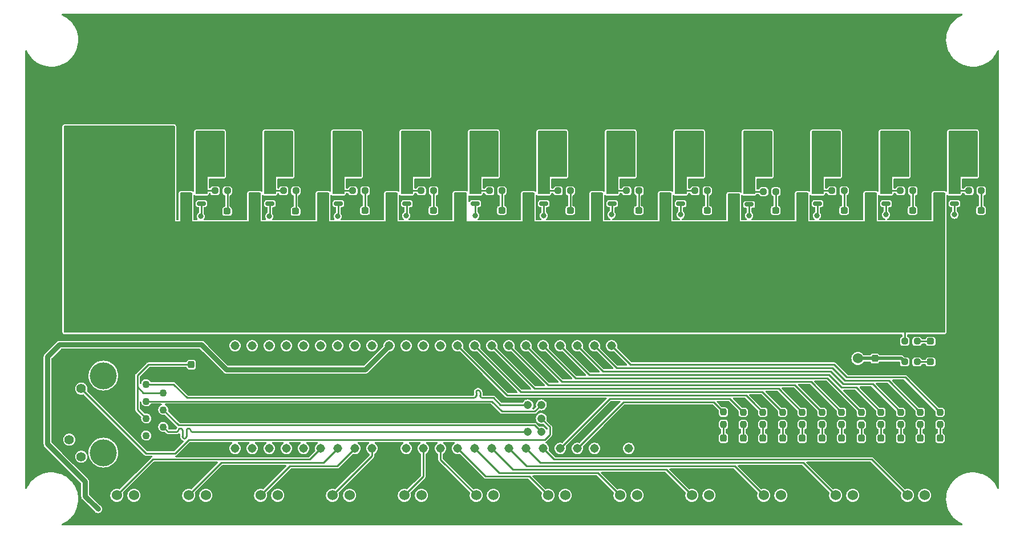
<source format=gtl>
%TF.GenerationSoftware,KiCad,Pcbnew,(6.0.10)*%
%TF.CreationDate,2023-04-22T01:27:36-05:00*%
%TF.ProjectId,Hardware_Rev1,48617264-7761-4726-955f-526576312e6b,rev?*%
%TF.SameCoordinates,Original*%
%TF.FileFunction,Copper,L1,Top*%
%TF.FilePolarity,Positive*%
%FSLAX46Y46*%
G04 Gerber Fmt 4.6, Leading zero omitted, Abs format (unit mm)*
G04 Created by KiCad (PCBNEW (6.0.10)) date 2023-04-22 01:27:36*
%MOMM*%
%LPD*%
G01*
G04 APERTURE LIST*
G04 Aperture macros list*
%AMRoundRect*
0 Rectangle with rounded corners*
0 $1 Rounding radius*
0 $2 $3 $4 $5 $6 $7 $8 $9 X,Y pos of 4 corners*
0 Add a 4 corners polygon primitive as box body*
4,1,4,$2,$3,$4,$5,$6,$7,$8,$9,$2,$3,0*
0 Add four circle primitives for the rounded corners*
1,1,$1+$1,$2,$3*
1,1,$1+$1,$4,$5*
1,1,$1+$1,$6,$7*
1,1,$1+$1,$8,$9*
0 Add four rect primitives between the rounded corners*
20,1,$1+$1,$2,$3,$4,$5,0*
20,1,$1+$1,$4,$5,$6,$7,0*
20,1,$1+$1,$6,$7,$8,$9,0*
20,1,$1+$1,$8,$9,$2,$3,0*%
G04 Aperture macros list end*
%TA.AperFunction,ComponentPad*%
%ADD10O,3.000000X5.100000*%
%TD*%
%TA.AperFunction,SMDPad,CuDef*%
%ADD11RoundRect,0.237500X0.237500X-0.250000X0.237500X0.250000X-0.237500X0.250000X-0.237500X-0.250000X0*%
%TD*%
%TA.AperFunction,SMDPad,CuDef*%
%ADD12RoundRect,0.237500X0.237500X-0.287500X0.237500X0.287500X-0.237500X0.287500X-0.237500X-0.287500X0*%
%TD*%
%TA.AperFunction,SMDPad,CuDef*%
%ADD13RoundRect,0.150000X0.512500X0.150000X-0.512500X0.150000X-0.512500X-0.150000X0.512500X-0.150000X0*%
%TD*%
%TA.AperFunction,SMDPad,CuDef*%
%ADD14RoundRect,0.237500X-0.287500X-0.237500X0.287500X-0.237500X0.287500X0.237500X-0.287500X0.237500X0*%
%TD*%
%TA.AperFunction,SMDPad,CuDef*%
%ADD15RoundRect,0.237500X0.250000X0.237500X-0.250000X0.237500X-0.250000X-0.237500X0.250000X-0.237500X0*%
%TD*%
%TA.AperFunction,ComponentPad*%
%ADD16R,1.600000X1.600000*%
%TD*%
%TA.AperFunction,ComponentPad*%
%ADD17C,1.600000*%
%TD*%
%TA.AperFunction,ComponentPad*%
%ADD18C,1.524000*%
%TD*%
%TA.AperFunction,SMDPad,CuDef*%
%ADD19RoundRect,0.237500X-0.237500X0.300000X-0.237500X-0.300000X0.237500X-0.300000X0.237500X0.300000X0*%
%TD*%
%TA.AperFunction,SMDPad,CuDef*%
%ADD20RoundRect,0.237500X0.287500X0.237500X-0.287500X0.237500X-0.287500X-0.237500X0.287500X-0.237500X0*%
%TD*%
%TA.AperFunction,ComponentPad*%
%ADD21C,1.100000*%
%TD*%
%TA.AperFunction,ComponentPad*%
%ADD22C,1.400000*%
%TD*%
%TA.AperFunction,ComponentPad*%
%ADD23C,4.000000*%
%TD*%
%TA.AperFunction,ComponentPad*%
%ADD24C,2.000000*%
%TD*%
%TA.AperFunction,SMDPad,CuDef*%
%ADD25RoundRect,0.237500X-0.250000X-0.237500X0.250000X-0.237500X0.250000X0.237500X-0.250000X0.237500X0*%
%TD*%
%TA.AperFunction,ComponentPad*%
%ADD26C,1.308000*%
%TD*%
%TA.AperFunction,ComponentPad*%
%ADD27C,1.208000*%
%TD*%
%TA.AperFunction,ViaPad*%
%ADD28C,0.800000*%
%TD*%
%TA.AperFunction,Conductor*%
%ADD29C,0.254000*%
%TD*%
%TA.AperFunction,Conductor*%
%ADD30C,0.762000*%
%TD*%
%TA.AperFunction,Conductor*%
%ADD31C,0.508000*%
%TD*%
%TA.AperFunction,Conductor*%
%ADD32C,0.250000*%
%TD*%
G04 APERTURE END LIST*
D10*
X164974000Y-60733000D03*
X164974000Y-68633000D03*
D11*
X206248000Y-109370500D03*
X206248000Y-107545500D03*
D12*
X206248000Y-113143000D03*
X206248000Y-111393000D03*
D13*
X102483500Y-76563500D03*
X102483500Y-74663500D03*
X100208500Y-75613500D03*
D10*
X114174000Y-60733000D03*
X114174000Y-68633000D03*
D11*
X182880000Y-109370500D03*
X182880000Y-107545500D03*
D12*
X194564000Y-113143000D03*
X194564000Y-111393000D03*
D13*
X132969000Y-76576000D03*
X132969000Y-74676000D03*
X130694000Y-75626000D03*
D14*
X135142000Y-77597000D03*
X136892000Y-77597000D03*
D10*
X134494000Y-60733000D03*
X134494000Y-68633000D03*
D15*
X167409500Y-74676000D03*
X165584500Y-74676000D03*
D12*
X203327000Y-113143000D03*
X203327000Y-111393000D03*
D14*
X155462000Y-77597000D03*
X157212000Y-77597000D03*
X175782000Y-77597000D03*
X177532000Y-77597000D03*
D12*
X197485000Y-113129000D03*
X197485000Y-111379000D03*
X188722000Y-113143000D03*
X188722000Y-111393000D03*
D10*
X94234000Y-60706000D03*
X94234000Y-68580000D03*
D16*
X83058000Y-94742000D03*
D17*
X80558000Y-94742000D03*
D18*
X167132000Y-119888000D03*
X164592000Y-119888000D03*
X162052000Y-119888000D03*
D13*
X173609000Y-76576000D03*
X173609000Y-74676000D03*
X171334000Y-75626000D03*
D19*
X100965000Y-100483500D03*
X100965000Y-102208500D03*
D14*
X196102000Y-77597000D03*
X197852000Y-77597000D03*
D18*
X209804000Y-119888000D03*
X207264000Y-119888000D03*
X204724000Y-119888000D03*
X199898000Y-94488000D03*
X199898000Y-97028000D03*
X199898000Y-99568000D03*
X177800000Y-119888000D03*
X175260000Y-119888000D03*
X172720000Y-119888000D03*
D15*
X106322500Y-74676000D03*
X104497500Y-74676000D03*
D14*
X124996000Y-77597000D03*
X126746000Y-77597000D03*
D13*
X163443500Y-76576000D03*
X163443500Y-74676000D03*
X161168500Y-75626000D03*
D15*
X126769500Y-74676000D03*
X124944500Y-74676000D03*
D10*
X175094000Y-60733000D03*
X175094000Y-68633000D03*
D18*
X103124000Y-119888000D03*
X100584000Y-119888000D03*
X98044000Y-119888000D03*
D11*
X188722000Y-109370500D03*
X188722000Y-107545500D03*
D15*
X187729500Y-74803000D03*
X185904500Y-74803000D03*
D10*
X104014000Y-60733000D03*
X104014000Y-68633000D03*
D20*
X212457000Y-100076000D03*
X210707000Y-100076000D03*
D15*
X218209500Y-74676000D03*
X216384500Y-74676000D03*
X208049500Y-74676000D03*
X206224500Y-74676000D03*
D16*
X83159677Y-78486000D03*
D17*
X80659677Y-78486000D03*
D20*
X212457000Y-97028000D03*
X210707000Y-97028000D03*
D10*
X185294000Y-60733000D03*
X185294000Y-68633000D03*
D11*
X179959000Y-109347000D03*
X179959000Y-107522000D03*
D15*
X116482500Y-74676000D03*
X114657500Y-74676000D03*
D11*
X194564000Y-109370500D03*
X194564000Y-107545500D03*
D15*
X177546000Y-74676000D03*
X175721000Y-74676000D03*
D14*
X185942000Y-77597000D03*
X187692000Y-77597000D03*
X114695000Y-77724000D03*
X116445000Y-77724000D03*
D13*
X112643500Y-76576000D03*
X112643500Y-74676000D03*
X110368500Y-75626000D03*
D18*
X135128000Y-119888000D03*
X132588000Y-119888000D03*
X130048000Y-119888000D03*
D11*
X203327000Y-109370500D03*
X203327000Y-107545500D03*
D18*
X92456000Y-119888000D03*
X89916000Y-119888000D03*
X87376000Y-119888000D03*
D11*
X197485000Y-109370500D03*
X197485000Y-107545500D03*
D18*
X188468000Y-119888000D03*
X185928000Y-119888000D03*
X183388000Y-119888000D03*
X145796000Y-119888000D03*
X143256000Y-119888000D03*
X140716000Y-119888000D03*
D12*
X209169000Y-113143000D03*
X209169000Y-111393000D03*
D10*
X215774000Y-60733000D03*
X215774000Y-68633000D03*
D18*
X156464000Y-119888000D03*
X153924000Y-119888000D03*
X151384000Y-119888000D03*
D12*
X179959000Y-113143000D03*
X179959000Y-111393000D03*
X185801000Y-113157000D03*
X185801000Y-111407000D03*
D13*
X214243500Y-76576000D03*
X214243500Y-74676000D03*
X211968500Y-75626000D03*
X122803500Y-76576000D03*
X122803500Y-74676000D03*
X120528500Y-75626000D03*
D18*
X124460000Y-119888000D03*
X121920000Y-119888000D03*
X119380000Y-119888000D03*
D21*
X94280000Y-103380000D03*
X96820000Y-104650000D03*
X94280000Y-105920000D03*
X96820000Y-107190000D03*
X94280000Y-108460000D03*
X96820000Y-109730000D03*
X94280000Y-111000000D03*
X96820000Y-112270000D03*
D22*
X82850000Y-101500000D03*
X84640000Y-104040000D03*
X82850000Y-111610000D03*
X84640000Y-114150000D03*
D23*
X87930000Y-102110000D03*
X87930000Y-113540000D03*
D24*
X90980000Y-115700000D03*
X90980000Y-99950000D03*
D11*
X200406000Y-109394000D03*
X200406000Y-107569000D03*
D12*
X182880000Y-113157000D03*
X182880000Y-111407000D03*
D25*
X206859500Y-100076000D03*
X208684500Y-100076000D03*
D12*
X212090000Y-113143000D03*
X212090000Y-111393000D03*
D10*
X205614000Y-60733000D03*
X205614000Y-68633000D03*
D25*
X206859500Y-97028000D03*
X208684500Y-97028000D03*
D12*
X191643000Y-113143000D03*
X191643000Y-111393000D03*
D13*
X143123500Y-76576000D03*
X143123500Y-74676000D03*
X140848500Y-75626000D03*
D14*
X145302000Y-77597000D03*
X147052000Y-77597000D03*
D13*
X183763500Y-76703000D03*
X183763500Y-74803000D03*
X181488500Y-75753000D03*
D15*
X157226000Y-74676000D03*
X155401000Y-74676000D03*
D10*
X144654000Y-60733000D03*
X144654000Y-68633000D03*
D16*
X83072660Y-87630000D03*
D17*
X80572660Y-87630000D03*
D13*
X193923500Y-76576000D03*
X193923500Y-74676000D03*
X191648500Y-75626000D03*
D10*
X195454000Y-60733000D03*
X195454000Y-68633000D03*
D19*
X202438000Y-94895500D03*
X202438000Y-96620500D03*
D11*
X185801000Y-109370500D03*
X185801000Y-107545500D03*
D15*
X197866000Y-74676000D03*
X196041000Y-74676000D03*
D11*
X212090000Y-109370500D03*
X212090000Y-107545500D03*
X209169000Y-109370500D03*
X209169000Y-107545500D03*
D18*
X113792000Y-119888000D03*
X111252000Y-119888000D03*
X108712000Y-119888000D03*
X199136000Y-119888000D03*
X196596000Y-119888000D03*
X194056000Y-119888000D03*
D14*
X104535000Y-77724000D03*
X106285000Y-77724000D03*
D13*
X153283500Y-76576000D03*
X153283500Y-74676000D03*
X151008500Y-75626000D03*
D10*
X154814000Y-60733000D03*
X154814000Y-68633000D03*
D14*
X206262000Y-77597000D03*
X208012000Y-77597000D03*
D11*
X191643000Y-109370500D03*
X191643000Y-107545500D03*
D10*
X124334000Y-60733000D03*
X124334000Y-68633000D03*
D12*
X200406000Y-113143000D03*
X200406000Y-111393000D03*
D19*
X202438000Y-99568000D03*
X202438000Y-101293000D03*
D15*
X147066000Y-74676000D03*
X145241000Y-74676000D03*
D26*
X163353000Y-97676500D03*
X160813000Y-97676500D03*
X158273000Y-97676500D03*
X155733000Y-97676500D03*
X130333000Y-97676500D03*
X160813000Y-112916500D03*
X153193000Y-97676500D03*
X150653000Y-97676500D03*
X148113000Y-97676500D03*
X145573000Y-97676500D03*
X143033000Y-97676500D03*
X140493000Y-97676500D03*
X137953000Y-97676500D03*
X135413000Y-97676500D03*
X132873000Y-97676500D03*
X132873000Y-112916500D03*
X135413000Y-112916500D03*
X137953000Y-112916500D03*
X140493000Y-112916500D03*
X143033000Y-112916500D03*
X145573000Y-112916500D03*
X148113000Y-112916500D03*
X150653000Y-112916500D03*
X153193000Y-112916500D03*
X155733000Y-112916500D03*
X158273000Y-112916500D03*
X127793000Y-97676500D03*
X125253000Y-97676500D03*
X122713000Y-97676500D03*
X120173000Y-97676500D03*
X117633000Y-97676500D03*
X115093000Y-97676500D03*
X112553000Y-97676500D03*
X110013000Y-97676500D03*
X107473000Y-97676500D03*
X107473000Y-112916500D03*
X110013000Y-112916500D03*
X112553000Y-112916500D03*
X115093000Y-112916500D03*
X117633000Y-112916500D03*
X120173000Y-112916500D03*
X122713000Y-112916500D03*
X125253000Y-112916500D03*
X127793000Y-112916500D03*
X165893000Y-97676500D03*
X130333000Y-112916500D03*
X163353000Y-112916500D03*
D27*
X150923000Y-108466500D03*
X152923000Y-108466500D03*
X152923000Y-110466500D03*
X150923000Y-110466500D03*
X150923000Y-106466500D03*
X152923000Y-106466500D03*
D26*
X165893000Y-112916500D03*
D15*
X136929500Y-74676000D03*
X135104500Y-74676000D03*
D14*
X216422000Y-77597000D03*
X218172000Y-77597000D03*
D13*
X204089000Y-76576000D03*
X204089000Y-74676000D03*
X201814000Y-75626000D03*
D14*
X165622000Y-77597000D03*
X167372000Y-77597000D03*
D28*
X143510000Y-107696000D03*
X104521000Y-76200000D03*
X185928000Y-76200000D03*
X125222000Y-107696000D03*
X114681000Y-76200000D03*
X135128000Y-76073000D03*
X102870000Y-113030000D03*
X109982000Y-107696000D03*
X175768000Y-76073000D03*
X206248000Y-76073000D03*
X145288000Y-76073000D03*
X165608000Y-76073000D03*
X196088000Y-76073000D03*
X216408000Y-76073000D03*
X124968000Y-76073000D03*
X155448000Y-76073000D03*
X155702000Y-107696000D03*
X98806000Y-80010000D03*
X119126000Y-80010000D03*
X149352000Y-80010000D03*
X108966000Y-80010000D03*
X189992000Y-80010000D03*
X169545000Y-80010000D03*
X129159000Y-80010000D03*
X179832000Y-80010000D03*
X159512000Y-80010000D03*
X200152000Y-80010000D03*
X139319000Y-80010000D03*
X210312000Y-80010000D03*
X87122000Y-121920000D03*
X183769000Y-78359000D03*
X102362000Y-78486000D03*
X143129000Y-78359000D03*
X193802000Y-78359000D03*
X112522000Y-78486000D03*
X153289000Y-78359000D03*
X122682000Y-78486000D03*
X204089000Y-78232000D03*
X163322000Y-78232000D03*
X214249000Y-78232000D03*
X132842000Y-78359000D03*
X173609000Y-78232000D03*
D29*
X100161500Y-75566500D02*
X100208500Y-75613500D01*
X206859500Y-97028000D02*
X206859500Y-95527500D01*
X206859500Y-95527500D02*
X206883000Y-95504000D01*
D30*
X85217000Y-120015000D02*
X87122000Y-121920000D01*
X81407000Y-97536000D02*
X79629000Y-99314000D01*
D31*
X199898000Y-99568000D02*
X202438000Y-99568000D01*
D30*
X79629000Y-99314000D02*
X79629000Y-112268000D01*
D31*
X202438000Y-99568000D02*
X206351500Y-99568000D01*
D30*
X121412000Y-101219000D02*
X106172000Y-101219000D01*
X83058000Y-115697000D02*
X85217000Y-117856000D01*
D31*
X206351500Y-99568000D02*
X206859500Y-100076000D01*
D30*
X85217000Y-119380000D02*
X85217000Y-120015000D01*
X85217000Y-117856000D02*
X85217000Y-119380000D01*
X130333000Y-97676500D02*
X126790500Y-101219000D01*
X106172000Y-101219000D02*
X103124000Y-98171000D01*
X89916000Y-97536000D02*
X81407000Y-97536000D01*
X102489000Y-97536000D02*
X89916000Y-97536000D01*
X103124000Y-98171000D02*
X102489000Y-97536000D01*
X79629000Y-112268000D02*
X83058000Y-115697000D01*
X126790500Y-101219000D02*
X121412000Y-101219000D01*
D29*
X115570000Y-115570000D02*
X111252000Y-119888000D01*
X122599500Y-115570000D02*
X115570000Y-115570000D01*
X125253000Y-112916500D02*
X122599500Y-115570000D01*
X118535500Y-114554000D02*
X95250000Y-114554000D01*
X120173000Y-112916500D02*
X118535500Y-114554000D01*
X95250000Y-114554000D02*
X89916000Y-119888000D01*
X105410000Y-115062000D02*
X100584000Y-119888000D01*
X120567500Y-115062000D02*
X105410000Y-115062000D01*
X122713000Y-112916500D02*
X120567500Y-115062000D01*
X187729500Y-74803000D02*
X187729500Y-77559500D01*
X187729500Y-77559500D02*
X187692000Y-77597000D01*
X106322500Y-74676000D02*
X106322500Y-77686500D01*
X106322500Y-77686500D02*
X106285000Y-77724000D01*
X147066000Y-77583000D02*
X147052000Y-77597000D01*
X147066000Y-74676000D02*
X147066000Y-77583000D01*
X210707000Y-97028000D02*
X208684500Y-97028000D01*
X197866000Y-74676000D02*
X197866000Y-77583000D01*
X197866000Y-77583000D02*
X197852000Y-77597000D01*
X116482500Y-74676000D02*
X116482500Y-77686500D01*
X116482500Y-77686500D02*
X116445000Y-77724000D01*
X157226000Y-74676000D02*
X157212000Y-74690000D01*
X157212000Y-74690000D02*
X157212000Y-77597000D01*
X210707000Y-100076000D02*
X208684500Y-100076000D01*
X208049500Y-74676000D02*
X208049500Y-77559500D01*
D32*
X208049500Y-77559500D02*
X208012000Y-77597000D01*
D29*
X154178000Y-110871000D02*
X153416000Y-111633000D01*
X98552000Y-113665000D02*
X94265000Y-113665000D01*
X94265000Y-113665000D02*
X84640000Y-104040000D01*
X154178000Y-109721500D02*
X154178000Y-110871000D01*
X153416000Y-111633000D02*
X100584000Y-111633000D01*
X152923000Y-108466500D02*
X154178000Y-109721500D01*
X100584000Y-111633000D02*
X98552000Y-113665000D01*
X150923000Y-106466500D02*
X146852500Y-106466500D01*
X98296000Y-103380000D02*
X94280000Y-103380000D01*
X142945000Y-105410000D02*
X142895000Y-105410000D01*
X143245000Y-104583000D02*
X143245000Y-105110000D01*
X143845000Y-105110000D02*
X143845000Y-104583000D01*
X145796000Y-105410000D02*
X144145000Y-105410000D01*
X146852500Y-106466500D02*
X145796000Y-105410000D01*
X142895000Y-105410000D02*
X100326000Y-105410000D01*
X100326000Y-105410000D02*
X98296000Y-103380000D01*
X143545000Y-104283000D02*
G75*
G02*
X143845000Y-104583000I0J-300000D01*
G01*
X142945000Y-105410000D02*
G75*
G03*
X143245000Y-105110000I0J300000D01*
G01*
X143845000Y-105110000D02*
G75*
G03*
X144145000Y-105410000I300000J0D01*
G01*
X143245000Y-104583000D02*
G75*
G02*
X143545000Y-104283000I300000J0D01*
G01*
X151947500Y-107442000D02*
X147066000Y-107442000D01*
X147066000Y-107442000D02*
X145544000Y-105920000D01*
X145544000Y-105920000D02*
X94280000Y-105920000D01*
X152923000Y-106466500D02*
X151947500Y-107442000D01*
X151930500Y-109474000D02*
X99104000Y-109474000D01*
X99104000Y-109474000D02*
X96820000Y-107190000D01*
X152923000Y-110466500D02*
X151930500Y-109474000D01*
X99665500Y-111166500D02*
X99665500Y-110216500D01*
X97556500Y-110466500D02*
X96820000Y-109730000D01*
X99415500Y-109966500D02*
X99315500Y-109966500D01*
X100615500Y-109966500D02*
X100515500Y-109966500D01*
X98815500Y-110466500D02*
X97556500Y-110466500D01*
X150923000Y-110466500D02*
X101115500Y-110466500D01*
X100265500Y-110216500D02*
X100265500Y-111166500D01*
X100265500Y-110216500D02*
G75*
G02*
X100515500Y-109966500I250000J0D01*
G01*
X100865500Y-110216500D02*
G75*
G03*
X101115500Y-110466500I250000J0D01*
G01*
X100615500Y-109966500D02*
G75*
G02*
X100865500Y-110216500I0J-250000D01*
G01*
X99415500Y-109966500D02*
G75*
G02*
X99665500Y-110216500I0J-250000D01*
G01*
X98815500Y-110466500D02*
G75*
G03*
X99065500Y-110216500I0J250000D01*
G01*
X99965500Y-111466500D02*
G75*
G03*
X100265500Y-111166500I0J300000D01*
G01*
X99065500Y-110216500D02*
G75*
G02*
X99315500Y-109966500I250000J0D01*
G01*
X99665500Y-111166500D02*
G75*
G03*
X99965500Y-111466500I300000J0D01*
G01*
X135413000Y-112916500D02*
X135413000Y-117063000D01*
X135413000Y-117063000D02*
X132588000Y-119888000D01*
X144670500Y-117094000D02*
X151130000Y-117094000D01*
X140493000Y-112916500D02*
X144670500Y-117094000D01*
X151130000Y-117094000D02*
X153924000Y-119888000D01*
X148717000Y-116078000D02*
X171450000Y-116078000D01*
X145573000Y-112916500D02*
X147701000Y-115044500D01*
X171450000Y-116078000D02*
X175260000Y-119888000D01*
X147701000Y-115062000D02*
X148717000Y-116078000D01*
X147701000Y-115044500D02*
X147701000Y-115062000D01*
X152798500Y-115062000D02*
X191770000Y-115062000D01*
X150653000Y-112916500D02*
X152798500Y-115062000D01*
X191770000Y-115062000D02*
X196596000Y-119888000D01*
X127793000Y-112916500D02*
X127793000Y-114015000D01*
X127793000Y-114015000D02*
X121920000Y-119888000D01*
X137953000Y-114585000D02*
X137953000Y-112916500D01*
X143256000Y-119888000D02*
X137953000Y-114585000D01*
X143033000Y-112916500D02*
X146702500Y-116586000D01*
X146702500Y-116586000D02*
X161290000Y-116586000D01*
X161290000Y-116586000D02*
X164592000Y-119888000D01*
X181610000Y-115570000D02*
X185928000Y-119888000D01*
X148113000Y-112916500D02*
X150766500Y-115570000D01*
X150766500Y-115570000D02*
X181610000Y-115570000D01*
X153193000Y-112916500D02*
X154830500Y-114554000D01*
X154830500Y-114554000D02*
X201930000Y-114554000D01*
X201930000Y-114554000D02*
X207264000Y-119888000D01*
X126769500Y-77573500D02*
X126746000Y-77597000D01*
X126769500Y-74676000D02*
X126769500Y-77573500D01*
X167372000Y-77597000D02*
X167372000Y-74713500D01*
X167372000Y-74713500D02*
X167409500Y-74676000D01*
X218209500Y-74676000D02*
X218209500Y-77559500D01*
D32*
X218209500Y-77559500D02*
X218172000Y-77597000D01*
D29*
X136929500Y-77559500D02*
X136892000Y-77597000D01*
X136929500Y-74676000D02*
X136929500Y-77559500D01*
X177532000Y-74690000D02*
X177532000Y-77597000D01*
X177546000Y-74676000D02*
X177532000Y-74690000D01*
X179959000Y-111393000D02*
X179959000Y-109347000D01*
X182880000Y-111407000D02*
X182880000Y-109370500D01*
X185801000Y-111407000D02*
X185801000Y-109370500D01*
X188722000Y-111393000D02*
X188722000Y-109370500D01*
X191643000Y-111393000D02*
X191643000Y-109370500D01*
X194564000Y-111393000D02*
X194564000Y-109370500D01*
X197485000Y-111379000D02*
X197485000Y-109370500D01*
X200406000Y-111393000D02*
X200406000Y-109394000D01*
X203327000Y-109370500D02*
X203327000Y-111393000D01*
X206248000Y-111393000D02*
X206248000Y-109370500D01*
X209169000Y-109370500D02*
X209169000Y-111393000D01*
X212090000Y-111393000D02*
X212090000Y-109370500D01*
X94280000Y-108460000D02*
X92964000Y-107144000D01*
X92964000Y-107144000D02*
X92964000Y-103759000D01*
X96820000Y-104650000D02*
X93855000Y-104650000D01*
X94588500Y-100483500D02*
X92964000Y-102108000D01*
X92964000Y-103759000D02*
X92964000Y-102108000D01*
X93855000Y-104650000D02*
X92964000Y-103759000D01*
X100965000Y-100483500D02*
X94588500Y-100483500D01*
X165144500Y-106045000D02*
X158273000Y-112916500D01*
X179959000Y-107522000D02*
X178482000Y-106045000D01*
X178482000Y-106045000D02*
X165144500Y-106045000D01*
X183763500Y-76703000D02*
X183763500Y-78353500D01*
X183763500Y-78353500D02*
X183769000Y-78359000D01*
X102483500Y-76563500D02*
X102483500Y-78364500D01*
X102483500Y-78364500D02*
X102362000Y-78486000D01*
X143123500Y-78353500D02*
X143129000Y-78359000D01*
X143123500Y-76576000D02*
X143123500Y-78353500D01*
X193923500Y-76576000D02*
X193923500Y-78237500D01*
X193923500Y-78237500D02*
X193802000Y-78359000D01*
X112643500Y-78364500D02*
X112522000Y-78486000D01*
X112643500Y-76576000D02*
X112643500Y-78364500D01*
X153283500Y-78353500D02*
X153289000Y-78359000D01*
X153283500Y-76576000D02*
X153283500Y-78353500D01*
X122803500Y-76576000D02*
X122803500Y-78364500D01*
X122803500Y-78364500D02*
X122682000Y-78486000D01*
X204089000Y-76576000D02*
X204089000Y-78232000D01*
X163443500Y-78110500D02*
X163322000Y-78232000D01*
X163443500Y-76576000D02*
X163443500Y-78110500D01*
D32*
X214243500Y-78226500D02*
X214249000Y-78232000D01*
D29*
X214243500Y-76576000D02*
X214243500Y-78226500D01*
X132969000Y-76576000D02*
X132969000Y-78232000D01*
X132969000Y-78232000D02*
X132842000Y-78359000D01*
X173609000Y-76576000D02*
X173609000Y-78232000D01*
X180871500Y-105537000D02*
X182880000Y-107545500D01*
X163112500Y-105537000D02*
X180871500Y-105537000D01*
X155733000Y-112916500D02*
X163112500Y-105537000D01*
X184300500Y-106045000D02*
X183284500Y-105029000D01*
X185801000Y-107545500D02*
X184300500Y-106045000D01*
X183284500Y-105029000D02*
X147845500Y-105029000D01*
X147845500Y-105029000D02*
X140493000Y-97676500D01*
X188722000Y-107545500D02*
X185697500Y-104521000D01*
X185697500Y-104521000D02*
X149877500Y-104521000D01*
X149877500Y-104521000D02*
X143033000Y-97676500D01*
X188110500Y-104013000D02*
X151909500Y-104013000D01*
X191643000Y-107545500D02*
X188110500Y-104013000D01*
X151909500Y-104013000D02*
X145573000Y-97676500D01*
X148113000Y-97676500D02*
X153941500Y-103505000D01*
X190523500Y-103505000D02*
X194564000Y-107545500D01*
X153941500Y-103505000D02*
X190523500Y-103505000D01*
X192936500Y-102997000D02*
X197485000Y-107545500D01*
X155973500Y-102997000D02*
X192936500Y-102997000D01*
X150653000Y-97676500D02*
X155973500Y-102997000D01*
X158005500Y-102489000D02*
X195326000Y-102489000D01*
X153193000Y-97676500D02*
X158005500Y-102489000D01*
X195326000Y-102489000D02*
X200406000Y-107569000D01*
X197485000Y-103886000D02*
X199667500Y-103886000D01*
X160037500Y-101981000D02*
X195580000Y-101981000D01*
X155733000Y-97676500D02*
X160037500Y-101981000D01*
X199667500Y-103886000D02*
X203327000Y-107545500D01*
X195580000Y-101981000D02*
X197485000Y-103886000D01*
X195834000Y-101473000D02*
X197739000Y-103378000D01*
X202080500Y-103378000D02*
X206248000Y-107545500D01*
X197739000Y-103378000D02*
X202080500Y-103378000D01*
X158273000Y-97676500D02*
X162069500Y-101473000D01*
X162069500Y-101473000D02*
X195834000Y-101473000D01*
X164101500Y-100965000D02*
X196088000Y-100965000D01*
X160813000Y-97676500D02*
X164101500Y-100965000D01*
X197993000Y-102870000D02*
X204493500Y-102870000D01*
X196088000Y-100965000D02*
X197993000Y-102870000D01*
X204493500Y-102870000D02*
X209169000Y-107545500D01*
X196342000Y-100457000D02*
X198247000Y-102362000D01*
X198247000Y-102362000D02*
X206906500Y-102362000D01*
X163353000Y-97676500D02*
X166133500Y-100457000D01*
X166133500Y-100457000D02*
X196342000Y-100457000D01*
X206906500Y-102362000D02*
X212090000Y-107545500D01*
X102483500Y-74663500D02*
X104485000Y-74663500D01*
X104485000Y-74663500D02*
X104497500Y-74676000D01*
X143123500Y-74676000D02*
X145241000Y-74676000D01*
X183763500Y-74803000D02*
X185904500Y-74803000D01*
X112643500Y-74676000D02*
X114657500Y-74676000D01*
X153283500Y-74676000D02*
X155401000Y-74676000D01*
X196041000Y-74676000D02*
X193923500Y-74676000D01*
X122803500Y-74676000D02*
X124944500Y-74676000D01*
X165584500Y-74676000D02*
X163443500Y-74676000D01*
X206224500Y-74676000D02*
X204089000Y-74676000D01*
X132969000Y-74676000D02*
X135104500Y-74676000D01*
X173609000Y-74676000D02*
X175721000Y-74676000D01*
X216384500Y-74676000D02*
X214243500Y-74676000D01*
%TA.AperFunction,Conductor*%
G36*
X116020121Y-65806002D02*
G01*
X116066614Y-65859658D01*
X116078000Y-65912000D01*
X116078000Y-72518000D01*
X116057998Y-72586121D01*
X116004342Y-72632614D01*
X115952000Y-72644000D01*
X113538000Y-72644000D01*
X113538000Y-75058000D01*
X113517998Y-75126121D01*
X113464342Y-75172614D01*
X113412000Y-75184000D01*
X111886000Y-75184000D01*
X111817879Y-75163998D01*
X111771386Y-75110342D01*
X111760000Y-75058000D01*
X111760000Y-65912000D01*
X111780002Y-65843879D01*
X111833658Y-65797386D01*
X111886000Y-65786000D01*
X115952000Y-65786000D01*
X116020121Y-65806002D01*
G37*
%TD.AperFunction*%
%TA.AperFunction,Conductor*%
G36*
X146500121Y-65806002D02*
G01*
X146546614Y-65859658D01*
X146558000Y-65912000D01*
X146558000Y-72518000D01*
X146537998Y-72586121D01*
X146484342Y-72632614D01*
X146432000Y-72644000D01*
X144018000Y-72644000D01*
X144018000Y-75058000D01*
X143997998Y-75126121D01*
X143944342Y-75172614D01*
X143892000Y-75184000D01*
X142366000Y-75184000D01*
X142297879Y-75163998D01*
X142251386Y-75110342D01*
X142240000Y-75058000D01*
X142240000Y-65912000D01*
X142260002Y-65843879D01*
X142313658Y-65797386D01*
X142366000Y-65786000D01*
X146432000Y-65786000D01*
X146500121Y-65806002D01*
G37*
%TD.AperFunction*%
%TA.AperFunction,Conductor*%
G36*
X156660121Y-65806002D02*
G01*
X156706614Y-65859658D01*
X156718000Y-65912000D01*
X156718000Y-72518000D01*
X156697998Y-72586121D01*
X156644342Y-72632614D01*
X156592000Y-72644000D01*
X154178000Y-72644000D01*
X154178000Y-75058000D01*
X154157998Y-75126121D01*
X154104342Y-75172614D01*
X154052000Y-75184000D01*
X152526000Y-75184000D01*
X152457879Y-75163998D01*
X152411386Y-75110342D01*
X152400000Y-75058000D01*
X152400000Y-65912000D01*
X152420002Y-65843879D01*
X152473658Y-65797386D01*
X152526000Y-65786000D01*
X156592000Y-65786000D01*
X156660121Y-65806002D01*
G37*
%TD.AperFunction*%
%TA.AperFunction,Conductor*%
G36*
X217620121Y-65806002D02*
G01*
X217666614Y-65859658D01*
X217678000Y-65912000D01*
X217678000Y-72518000D01*
X217657998Y-72586121D01*
X217604342Y-72632614D01*
X217552000Y-72644000D01*
X215138000Y-72644000D01*
X215138000Y-75058000D01*
X215117998Y-75126121D01*
X215064342Y-75172614D01*
X215012000Y-75184000D01*
X213486000Y-75184000D01*
X213417879Y-75163998D01*
X213371386Y-75110342D01*
X213360000Y-75058000D01*
X213360000Y-65912000D01*
X213380002Y-65843879D01*
X213433658Y-65797386D01*
X213486000Y-65786000D01*
X217552000Y-65786000D01*
X217620121Y-65806002D01*
G37*
%TD.AperFunction*%
%TA.AperFunction,Conductor*%
G36*
X215388007Y-48407502D02*
G01*
X215434500Y-48461158D01*
X215444604Y-48531432D01*
X215415110Y-48596012D01*
X215374428Y-48627083D01*
X215073434Y-48771618D01*
X214735549Y-48977459D01*
X214419779Y-49215841D01*
X214417497Y-49217951D01*
X214417488Y-49217958D01*
X214257577Y-49365779D01*
X214129246Y-49484407D01*
X214127174Y-49486745D01*
X214127169Y-49486750D01*
X213868908Y-49778149D01*
X213868903Y-49778155D01*
X213866824Y-49780501D01*
X213635107Y-50101194D01*
X213436387Y-50443316D01*
X213435097Y-50446153D01*
X213435095Y-50446157D01*
X213273921Y-50800641D01*
X213272629Y-50803483D01*
X213145452Y-51178133D01*
X213056114Y-51563563D01*
X213005499Y-51955959D01*
X212994107Y-52351442D01*
X213022050Y-52746102D01*
X213089053Y-53136035D01*
X213194452Y-53517385D01*
X213195582Y-53520305D01*
X213195583Y-53520309D01*
X213336071Y-53883448D01*
X213336073Y-53883453D01*
X213337206Y-53886381D01*
X213338621Y-53889175D01*
X213338624Y-53889183D01*
X213441765Y-54092924D01*
X213515903Y-54239375D01*
X213728775Y-54572875D01*
X213973718Y-54883583D01*
X213975893Y-54885839D01*
X213975898Y-54885845D01*
X214099348Y-55013904D01*
X214248309Y-55168428D01*
X214250702Y-55170461D01*
X214547439Y-55422558D01*
X214547447Y-55422565D01*
X214549834Y-55424592D01*
X214552414Y-55426375D01*
X214872737Y-55647765D01*
X214872746Y-55647770D01*
X214875309Y-55649542D01*
X214878044Y-55651055D01*
X214878049Y-55651058D01*
X215042837Y-55742213D01*
X215221518Y-55841054D01*
X215224387Y-55842287D01*
X215224398Y-55842292D01*
X215582167Y-55996001D01*
X215585035Y-55997233D01*
X215588012Y-55998174D01*
X215588016Y-55998176D01*
X215716791Y-56038902D01*
X215962267Y-56116536D01*
X216349483Y-56197782D01*
X216352601Y-56198118D01*
X216740402Y-56239905D01*
X216740405Y-56239905D01*
X216742853Y-56240169D01*
X216745316Y-56240240D01*
X216745317Y-56240240D01*
X216748966Y-56240345D01*
X216800171Y-56241820D01*
X217071232Y-56241820D01*
X217072795Y-56241742D01*
X217072803Y-56241742D01*
X217169171Y-56236944D01*
X217367038Y-56227094D01*
X217370123Y-56226630D01*
X217370125Y-56226630D01*
X217755196Y-56168737D01*
X217758289Y-56168272D01*
X217959464Y-56117180D01*
X218138719Y-56071655D01*
X218138722Y-56071654D01*
X218141762Y-56070882D01*
X218144710Y-56069812D01*
X218510729Y-55936954D01*
X218510739Y-55936950D01*
X218513667Y-55935887D01*
X218870326Y-55764622D01*
X219208211Y-55558781D01*
X219523981Y-55320399D01*
X219526263Y-55318289D01*
X219526272Y-55318282D01*
X219812217Y-55053956D01*
X219814514Y-55051833D01*
X219963631Y-54883583D01*
X220074852Y-54758091D01*
X220074857Y-54758085D01*
X220076936Y-54755739D01*
X220308653Y-54435046D01*
X220507373Y-54092924D01*
X220583473Y-53925552D01*
X220611799Y-53863251D01*
X220658203Y-53809518D01*
X220726290Y-53789402D01*
X220794444Y-53809291D01*
X220841026Y-53862869D01*
X220852500Y-53915402D01*
X220852500Y-118794448D01*
X220832498Y-118862569D01*
X220778842Y-118909062D01*
X220708568Y-118919166D01*
X220643988Y-118889672D01*
X220608989Y-118839913D01*
X220608868Y-118839601D01*
X220606554Y-118833619D01*
X220586725Y-118794448D01*
X220429276Y-118483428D01*
X220427857Y-118480625D01*
X220214985Y-118147125D01*
X219970042Y-117836417D01*
X219967867Y-117834161D01*
X219967862Y-117834155D01*
X219713572Y-117570370D01*
X219695451Y-117551572D01*
X219545673Y-117424326D01*
X219396321Y-117297442D01*
X219396313Y-117297435D01*
X219393926Y-117295408D01*
X219305985Y-117234628D01*
X219071023Y-117072235D01*
X219071014Y-117072230D01*
X219068451Y-117070458D01*
X219065716Y-117068945D01*
X219065711Y-117068942D01*
X218851423Y-116950405D01*
X218722242Y-116878946D01*
X218719373Y-116877713D01*
X218719362Y-116877708D01*
X218361593Y-116723999D01*
X218361590Y-116723998D01*
X218358725Y-116722767D01*
X218355748Y-116721826D01*
X218355744Y-116721824D01*
X218226969Y-116681098D01*
X217981493Y-116603464D01*
X217594277Y-116522218D01*
X217591159Y-116521882D01*
X217203358Y-116480095D01*
X217203355Y-116480095D01*
X217200907Y-116479831D01*
X217198444Y-116479760D01*
X217198443Y-116479760D01*
X217194794Y-116479655D01*
X217143589Y-116478180D01*
X216872528Y-116478180D01*
X216870965Y-116478258D01*
X216870957Y-116478258D01*
X216774589Y-116483056D01*
X216576722Y-116492906D01*
X216573637Y-116493370D01*
X216573635Y-116493370D01*
X216383990Y-116521882D01*
X216185471Y-116551728D01*
X216182436Y-116552499D01*
X216182435Y-116552499D01*
X215805041Y-116648345D01*
X215805038Y-116648346D01*
X215801998Y-116649118D01*
X215799051Y-116650188D01*
X215799050Y-116650188D01*
X215433031Y-116783046D01*
X215433021Y-116783050D01*
X215430093Y-116784113D01*
X215073434Y-116955378D01*
X214735549Y-117161219D01*
X214697892Y-117189647D01*
X214425352Y-117395394D01*
X214419779Y-117399601D01*
X214417497Y-117401711D01*
X214417488Y-117401718D01*
X214257577Y-117549539D01*
X214129246Y-117668167D01*
X214127174Y-117670505D01*
X214127169Y-117670510D01*
X213868908Y-117961909D01*
X213868903Y-117961915D01*
X213866824Y-117964261D01*
X213635107Y-118284954D01*
X213436387Y-118627076D01*
X213435097Y-118629913D01*
X213435095Y-118629917D01*
X213293010Y-118942418D01*
X213272629Y-118987243D01*
X213271627Y-118990196D01*
X213271625Y-118990200D01*
X213239041Y-119086191D01*
X213145452Y-119361893D01*
X213144744Y-119364948D01*
X213061997Y-119721944D01*
X213056114Y-119747323D01*
X213034485Y-119915005D01*
X213011119Y-120096153D01*
X213005499Y-120139719D01*
X212994107Y-120535202D01*
X212994328Y-120538321D01*
X212994328Y-120538328D01*
X213011033Y-120774267D01*
X213022050Y-120929862D01*
X213089053Y-121319795D01*
X213089885Y-121322804D01*
X213089886Y-121322810D01*
X213135181Y-121486695D01*
X213194452Y-121701145D01*
X213195582Y-121704065D01*
X213195583Y-121704069D01*
X213288480Y-121944191D01*
X213337206Y-122070141D01*
X213338621Y-122072935D01*
X213338624Y-122072943D01*
X213441765Y-122276684D01*
X213515903Y-122423135D01*
X213728775Y-122756635D01*
X213973718Y-123067343D01*
X213975893Y-123069599D01*
X213975898Y-123069605D01*
X214099348Y-123197664D01*
X214248309Y-123352188D01*
X214250702Y-123354221D01*
X214547439Y-123606318D01*
X214547447Y-123606325D01*
X214549834Y-123608352D01*
X214552414Y-123610135D01*
X214872737Y-123831525D01*
X214872746Y-123831530D01*
X214875309Y-123833302D01*
X214878044Y-123834815D01*
X214878049Y-123834818D01*
X215042837Y-123925973D01*
X215221518Y-124024814D01*
X215374947Y-124090732D01*
X215429640Y-124136000D01*
X215451177Y-124203651D01*
X215432720Y-124272207D01*
X215380129Y-124319901D01*
X215325209Y-124332500D01*
X81860114Y-124332500D01*
X81791993Y-124312498D01*
X81745500Y-124258842D01*
X81735396Y-124188568D01*
X81764890Y-124123988D01*
X81805572Y-124092917D01*
X81947397Y-124024814D01*
X82106566Y-123948382D01*
X82444451Y-123742541D01*
X82760221Y-123504159D01*
X82762503Y-123502049D01*
X82762512Y-123502042D01*
X82964209Y-123315594D01*
X83050754Y-123235593D01*
X83199871Y-123067343D01*
X83311092Y-122941851D01*
X83311097Y-122941845D01*
X83313176Y-122939499D01*
X83544893Y-122618806D01*
X83743613Y-122276684D01*
X83765116Y-122229392D01*
X83906079Y-121919359D01*
X83906080Y-121919356D01*
X83907371Y-121916517D01*
X84034548Y-121541867D01*
X84123886Y-121156437D01*
X84171550Y-120786921D01*
X84174100Y-120767151D01*
X84174100Y-120767148D01*
X84174501Y-120764041D01*
X84185893Y-120368558D01*
X84182088Y-120314810D01*
X84158172Y-119977034D01*
X84157950Y-119973898D01*
X84090947Y-119583965D01*
X84074746Y-119525345D01*
X83986381Y-119205630D01*
X83985548Y-119202615D01*
X83936512Y-119075864D01*
X83843929Y-118836552D01*
X83843927Y-118836547D01*
X83842794Y-118833619D01*
X83822965Y-118794448D01*
X83665516Y-118483428D01*
X83664097Y-118480625D01*
X83451225Y-118147125D01*
X83206282Y-117836417D01*
X83204107Y-117834161D01*
X83204102Y-117834155D01*
X82949812Y-117570370D01*
X82931691Y-117551572D01*
X82781913Y-117424326D01*
X82632561Y-117297442D01*
X82632553Y-117297435D01*
X82630166Y-117295408D01*
X82542225Y-117234628D01*
X82307263Y-117072235D01*
X82307254Y-117072230D01*
X82304691Y-117070458D01*
X82301956Y-117068945D01*
X82301951Y-117068942D01*
X82087663Y-116950405D01*
X81958482Y-116878946D01*
X81955613Y-116877713D01*
X81955602Y-116877708D01*
X81597833Y-116723999D01*
X81597830Y-116723998D01*
X81594965Y-116722767D01*
X81591988Y-116721826D01*
X81591984Y-116721824D01*
X81463209Y-116681098D01*
X81217733Y-116603464D01*
X80830517Y-116522218D01*
X80827399Y-116521882D01*
X80439598Y-116480095D01*
X80439595Y-116480095D01*
X80437147Y-116479831D01*
X80434684Y-116479760D01*
X80434683Y-116479760D01*
X80431034Y-116479655D01*
X80379829Y-116478180D01*
X80108768Y-116478180D01*
X80107205Y-116478258D01*
X80107197Y-116478258D01*
X80010829Y-116483056D01*
X79812962Y-116492906D01*
X79809877Y-116493370D01*
X79809875Y-116493370D01*
X79620230Y-116521882D01*
X79421711Y-116551728D01*
X79418676Y-116552499D01*
X79418675Y-116552499D01*
X79041281Y-116648345D01*
X79041278Y-116648346D01*
X79038238Y-116649118D01*
X79035291Y-116650188D01*
X79035290Y-116650188D01*
X78669271Y-116783046D01*
X78669261Y-116783050D01*
X78666333Y-116784113D01*
X78309674Y-116955378D01*
X77971789Y-117161219D01*
X77934132Y-117189647D01*
X77661592Y-117395394D01*
X77656019Y-117399601D01*
X77653737Y-117401711D01*
X77653728Y-117401718D01*
X77493817Y-117549539D01*
X77365486Y-117668167D01*
X77363414Y-117670505D01*
X77363409Y-117670510D01*
X77105148Y-117961909D01*
X77105143Y-117961915D01*
X77103064Y-117964261D01*
X76871347Y-118284954D01*
X76672627Y-118627076D01*
X76671337Y-118629913D01*
X76671335Y-118629917D01*
X76568201Y-118856749D01*
X76521797Y-118910482D01*
X76453710Y-118930598D01*
X76385556Y-118910709D01*
X76338974Y-118857131D01*
X76327500Y-118804598D01*
X76327500Y-112268000D01*
X79042482Y-112268000D01*
X79062467Y-112419802D01*
X79065626Y-112427429D01*
X79065627Y-112427432D01*
X79083733Y-112471144D01*
X79121060Y-112561259D01*
X79141530Y-112587936D01*
X79190862Y-112652228D01*
X79190868Y-112652234D01*
X79214269Y-112682731D01*
X79220815Y-112687754D01*
X79220818Y-112687757D01*
X79238219Y-112701109D01*
X79250611Y-112711977D01*
X82619862Y-116081227D01*
X82619865Y-116081231D01*
X84598595Y-118059961D01*
X84632621Y-118122273D01*
X84635500Y-118149056D01*
X84635500Y-119968626D01*
X84634422Y-119985072D01*
X84630482Y-120015000D01*
X84635500Y-120053116D01*
X84646144Y-120133968D01*
X84650467Y-120166802D01*
X84709060Y-120308259D01*
X84714087Y-120314810D01*
X84778862Y-120399228D01*
X84778868Y-120399234D01*
X84802269Y-120429731D01*
X84808815Y-120434754D01*
X84826221Y-120448110D01*
X84838612Y-120458978D01*
X86581830Y-122202195D01*
X86597219Y-122222250D01*
X86597464Y-122222841D01*
X86693718Y-122348282D01*
X86819159Y-122444536D01*
X86965238Y-122505044D01*
X87122000Y-122525682D01*
X87130188Y-122524604D01*
X87270574Y-122506122D01*
X87278762Y-122505044D01*
X87424841Y-122444536D01*
X87550282Y-122348282D01*
X87646536Y-122222841D01*
X87707044Y-122076762D01*
X87727682Y-121920000D01*
X87707044Y-121763238D01*
X87646536Y-121617159D01*
X87550282Y-121491718D01*
X87424841Y-121395464D01*
X87424250Y-121395219D01*
X87404195Y-121379830D01*
X85835405Y-119811039D01*
X85801379Y-119748727D01*
X85798500Y-119721944D01*
X85798500Y-117902373D01*
X85799578Y-117885926D01*
X85802440Y-117864188D01*
X85803518Y-117856000D01*
X85798500Y-117817884D01*
X85783533Y-117704198D01*
X85724939Y-117562741D01*
X85716369Y-117551572D01*
X85655135Y-117471769D01*
X85655132Y-117471766D01*
X85631731Y-117441269D01*
X85625185Y-117436246D01*
X85625182Y-117436243D01*
X85607781Y-117422891D01*
X85595389Y-117412023D01*
X83442231Y-115258865D01*
X83442227Y-115258862D01*
X82333365Y-114150000D01*
X83734540Y-114150000D01*
X83735230Y-114156565D01*
X83753283Y-114328329D01*
X83754326Y-114338256D01*
X83812821Y-114518284D01*
X83907467Y-114682216D01*
X83911885Y-114687123D01*
X83911886Y-114687124D01*
X84019234Y-114806345D01*
X84034129Y-114822888D01*
X84039468Y-114826767D01*
X84128646Y-114891558D01*
X84187270Y-114934151D01*
X84360197Y-115011144D01*
X84436700Y-115027405D01*
X84538897Y-115049128D01*
X84538901Y-115049128D01*
X84545354Y-115050500D01*
X84734646Y-115050500D01*
X84741099Y-115049128D01*
X84741103Y-115049128D01*
X84843300Y-115027405D01*
X84919803Y-115011144D01*
X85092730Y-114934151D01*
X85151355Y-114891558D01*
X85240532Y-114826767D01*
X85245871Y-114822888D01*
X85260767Y-114806345D01*
X85368114Y-114687124D01*
X85368115Y-114687123D01*
X85372533Y-114682216D01*
X85467179Y-114518284D01*
X85525674Y-114338256D01*
X85526718Y-114328329D01*
X85544770Y-114156565D01*
X85545460Y-114150000D01*
X85538886Y-114087453D01*
X85551658Y-114017615D01*
X85600160Y-113965769D01*
X85610479Y-113963161D01*
X85565927Y-113949507D01*
X85672371Y-113949507D01*
X85736303Y-113970955D01*
X85780719Y-114026342D01*
X85787775Y-114049701D01*
X85799919Y-114110753D01*
X85801245Y-114114659D01*
X85801246Y-114114663D01*
X85876525Y-114336427D01*
X85892641Y-114383902D01*
X85894462Y-114387595D01*
X85894463Y-114387597D01*
X86006105Y-114613984D01*
X86020222Y-114642611D01*
X86026851Y-114652532D01*
X86171069Y-114868369D01*
X86180480Y-114882454D01*
X86183194Y-114885548D01*
X86183198Y-114885554D01*
X86327853Y-115050500D01*
X86370673Y-115099327D01*
X86373762Y-115102036D01*
X86584446Y-115286802D01*
X86584452Y-115286806D01*
X86587546Y-115289520D01*
X86590972Y-115291809D01*
X86590977Y-115291813D01*
X86737657Y-115389821D01*
X86827389Y-115449778D01*
X86831088Y-115451602D01*
X86831093Y-115451605D01*
X87082403Y-115575537D01*
X87086098Y-115577359D01*
X87089996Y-115578682D01*
X87089998Y-115578683D01*
X87355337Y-115668754D01*
X87355341Y-115668755D01*
X87359247Y-115670081D01*
X87363291Y-115670885D01*
X87363297Y-115670887D01*
X87638118Y-115725552D01*
X87638121Y-115725552D01*
X87642161Y-115726356D01*
X87646272Y-115726625D01*
X87646276Y-115726626D01*
X87925881Y-115744952D01*
X87930000Y-115745222D01*
X87934119Y-115744952D01*
X88213724Y-115726626D01*
X88213728Y-115726625D01*
X88217839Y-115726356D01*
X88221879Y-115725552D01*
X88221882Y-115725552D01*
X88496703Y-115670887D01*
X88496709Y-115670885D01*
X88500753Y-115670081D01*
X88504659Y-115668755D01*
X88504663Y-115668754D01*
X88770002Y-115578683D01*
X88770004Y-115578682D01*
X88773902Y-115577359D01*
X88777597Y-115575537D01*
X89028907Y-115451605D01*
X89028912Y-115451602D01*
X89032611Y-115449778D01*
X89122343Y-115389821D01*
X89269023Y-115291813D01*
X89269028Y-115291809D01*
X89272454Y-115289520D01*
X89275548Y-115286806D01*
X89275554Y-115286802D01*
X89486238Y-115102036D01*
X89489327Y-115099327D01*
X89532147Y-115050500D01*
X89676802Y-114885554D01*
X89676806Y-114885548D01*
X89679520Y-114882454D01*
X89688932Y-114868369D01*
X89833149Y-114652532D01*
X89839778Y-114642611D01*
X89853896Y-114613984D01*
X89965537Y-114387597D01*
X89965538Y-114387595D01*
X89967359Y-114383902D01*
X89983475Y-114336427D01*
X90058754Y-114114663D01*
X90058755Y-114114659D01*
X90060081Y-114110753D01*
X90064716Y-114087454D01*
X90115552Y-113831882D01*
X90115552Y-113831879D01*
X90116356Y-113827839D01*
X90118968Y-113787998D01*
X90134952Y-113544119D01*
X90135222Y-113540000D01*
X90123808Y-113365849D01*
X90116626Y-113256276D01*
X90116625Y-113256272D01*
X90116356Y-113252161D01*
X90115552Y-113248118D01*
X90060887Y-112973297D01*
X90060885Y-112973291D01*
X90060081Y-112969247D01*
X90044405Y-112923065D01*
X89968683Y-112699998D01*
X89968682Y-112699996D01*
X89967359Y-112696098D01*
X89915235Y-112590400D01*
X89841605Y-112441093D01*
X89841602Y-112441088D01*
X89839778Y-112437389D01*
X89679520Y-112197546D01*
X89676806Y-112194452D01*
X89676802Y-112194446D01*
X89492036Y-111983762D01*
X89489327Y-111980673D01*
X89470642Y-111964287D01*
X89275554Y-111793198D01*
X89275548Y-111793194D01*
X89272454Y-111790480D01*
X89269028Y-111788191D01*
X89269023Y-111788187D01*
X89036044Y-111632516D01*
X89032611Y-111630222D01*
X89028912Y-111628398D01*
X89028907Y-111628395D01*
X88777597Y-111504463D01*
X88777595Y-111504462D01*
X88773902Y-111502641D01*
X88737612Y-111490322D01*
X88504663Y-111411246D01*
X88504659Y-111411245D01*
X88500753Y-111409919D01*
X88496709Y-111409115D01*
X88496703Y-111409113D01*
X88221882Y-111354448D01*
X88221879Y-111354448D01*
X88217839Y-111353644D01*
X88213728Y-111353375D01*
X88213724Y-111353374D01*
X87934119Y-111335048D01*
X87930000Y-111334778D01*
X87925881Y-111335048D01*
X87646276Y-111353374D01*
X87646272Y-111353375D01*
X87642161Y-111353644D01*
X87638121Y-111354448D01*
X87638118Y-111354448D01*
X87363297Y-111409113D01*
X87363291Y-111409115D01*
X87359247Y-111409919D01*
X87355341Y-111411245D01*
X87355337Y-111411246D01*
X87122388Y-111490322D01*
X87086098Y-111502641D01*
X87082405Y-111504462D01*
X87082403Y-111504463D01*
X86831093Y-111628395D01*
X86831088Y-111628398D01*
X86827389Y-111630222D01*
X86823956Y-111632516D01*
X86590977Y-111788187D01*
X86590972Y-111788191D01*
X86587546Y-111790480D01*
X86584452Y-111793194D01*
X86584446Y-111793198D01*
X86389358Y-111964287D01*
X86370673Y-111980673D01*
X86367964Y-111983762D01*
X86183198Y-112194446D01*
X86183194Y-112194452D01*
X86180480Y-112197546D01*
X86020222Y-112437389D01*
X86018398Y-112441088D01*
X86018395Y-112441093D01*
X85944765Y-112590400D01*
X85892641Y-112696098D01*
X85891318Y-112699996D01*
X85891317Y-112699998D01*
X85815596Y-112923065D01*
X85799919Y-112969247D01*
X85799115Y-112973291D01*
X85799113Y-112973297D01*
X85744448Y-113248118D01*
X85743644Y-113252161D01*
X85743375Y-113256272D01*
X85743374Y-113256276D01*
X85736192Y-113365849D01*
X85724778Y-113540000D01*
X85725048Y-113544119D01*
X85743644Y-113827839D01*
X85742414Y-113827920D01*
X85732302Y-113892807D01*
X85685179Y-113945910D01*
X85672371Y-113949507D01*
X85565927Y-113949507D01*
X85548947Y-113944303D01*
X85503091Y-113890102D01*
X85498481Y-113878053D01*
X85469220Y-113787998D01*
X85467179Y-113781716D01*
X85439431Y-113733654D01*
X85375836Y-113623505D01*
X85372533Y-113617784D01*
X85319512Y-113558898D01*
X85250286Y-113482015D01*
X85250284Y-113482014D01*
X85245871Y-113477112D01*
X85092730Y-113365849D01*
X84919803Y-113288856D01*
X84812137Y-113265971D01*
X84741103Y-113250872D01*
X84741099Y-113250872D01*
X84734646Y-113249500D01*
X84545354Y-113249500D01*
X84538901Y-113250872D01*
X84538897Y-113250872D01*
X84467863Y-113265971D01*
X84360197Y-113288856D01*
X84187270Y-113365849D01*
X84034129Y-113477112D01*
X84029716Y-113482014D01*
X84029714Y-113482015D01*
X83960488Y-113558898D01*
X83907467Y-113617784D01*
X83904164Y-113623505D01*
X83840570Y-113733654D01*
X83812821Y-113781716D01*
X83754326Y-113961744D01*
X83753636Y-113968305D01*
X83753636Y-113968307D01*
X83744564Y-114054626D01*
X83734540Y-114150000D01*
X82333365Y-114150000D01*
X81846644Y-113663279D01*
X80247405Y-112064039D01*
X80213379Y-112001727D01*
X80210500Y-111974944D01*
X80210500Y-111610000D01*
X81944540Y-111610000D01*
X81945230Y-111616565D01*
X81962907Y-111784751D01*
X81964326Y-111798256D01*
X82022821Y-111978284D01*
X82026124Y-111984006D01*
X82026125Y-111984007D01*
X82103774Y-112118499D01*
X82117467Y-112142216D01*
X82121885Y-112147123D01*
X82121886Y-112147124D01*
X82230724Y-112268000D01*
X82244129Y-112282888D01*
X82397270Y-112394151D01*
X82570197Y-112471144D01*
X82668212Y-112491978D01*
X82748897Y-112509128D01*
X82748901Y-112509128D01*
X82755354Y-112510500D01*
X82944646Y-112510500D01*
X82951099Y-112509128D01*
X82951103Y-112509128D01*
X83031788Y-112491978D01*
X83129803Y-112471144D01*
X83302730Y-112394151D01*
X83455871Y-112282888D01*
X83469277Y-112268000D01*
X83578114Y-112147124D01*
X83578115Y-112147123D01*
X83582533Y-112142216D01*
X83596226Y-112118499D01*
X83673875Y-111984007D01*
X83673876Y-111984006D01*
X83677179Y-111978284D01*
X83735674Y-111798256D01*
X83737094Y-111784751D01*
X83754770Y-111616565D01*
X83755460Y-111610000D01*
X83744368Y-111504463D01*
X83736364Y-111428307D01*
X83736364Y-111428305D01*
X83735674Y-111421744D01*
X83677179Y-111241716D01*
X83640019Y-111177352D01*
X83585836Y-111083505D01*
X83582533Y-111077784D01*
X83572974Y-111067168D01*
X83460286Y-110942015D01*
X83460284Y-110942014D01*
X83455871Y-110937112D01*
X83433861Y-110921121D01*
X83308072Y-110829730D01*
X83308071Y-110829729D01*
X83302730Y-110825849D01*
X83129803Y-110748856D01*
X83017178Y-110724917D01*
X82951103Y-110710872D01*
X82951099Y-110710872D01*
X82944646Y-110709500D01*
X82755354Y-110709500D01*
X82748901Y-110710872D01*
X82748897Y-110710872D01*
X82682822Y-110724917D01*
X82570197Y-110748856D01*
X82397270Y-110825849D01*
X82391929Y-110829729D01*
X82391928Y-110829730D01*
X82266139Y-110921121D01*
X82244129Y-110937112D01*
X82239716Y-110942014D01*
X82239714Y-110942015D01*
X82127026Y-111067168D01*
X82117467Y-111077784D01*
X82114164Y-111083505D01*
X82059982Y-111177352D01*
X82022821Y-111241716D01*
X81964326Y-111421744D01*
X81963636Y-111428305D01*
X81963636Y-111428307D01*
X81955632Y-111504463D01*
X81944540Y-111610000D01*
X80210500Y-111610000D01*
X80210500Y-104040000D01*
X83734540Y-104040000D01*
X83735230Y-104046565D01*
X83749704Y-104184276D01*
X83754326Y-104228256D01*
X83812821Y-104408284D01*
X83816124Y-104414006D01*
X83816125Y-104414007D01*
X83842487Y-104459667D01*
X83907467Y-104572216D01*
X83911885Y-104577123D01*
X83911886Y-104577124D01*
X83990646Y-104664595D01*
X84034129Y-104712888D01*
X84039468Y-104716767D01*
X84134380Y-104785724D01*
X84187270Y-104824151D01*
X84360197Y-104901144D01*
X84451915Y-104920639D01*
X84538897Y-104939128D01*
X84538901Y-104939128D01*
X84545354Y-104940500D01*
X84734646Y-104940500D01*
X84741099Y-104939128D01*
X84741103Y-104939128D01*
X84828085Y-104920639D01*
X84919803Y-104901144D01*
X84925844Y-104898454D01*
X84932111Y-104896418D01*
X84932809Y-104898566D01*
X84992854Y-104890524D01*
X85057147Y-104920639D01*
X85062814Y-104925968D01*
X89547167Y-109410322D01*
X94019418Y-113882573D01*
X94026840Y-113890671D01*
X94051240Y-113919750D01*
X94060785Y-113925261D01*
X94064755Y-113927553D01*
X94084114Y-113938730D01*
X94093361Y-113944622D01*
X94124457Y-113966395D01*
X94135106Y-113969248D01*
X94138340Y-113970756D01*
X94141712Y-113971983D01*
X94151261Y-113977497D01*
X94188633Y-113984087D01*
X94199347Y-113986462D01*
X94236016Y-113996287D01*
X94246991Y-113995327D01*
X94246993Y-113995327D01*
X94273827Y-113992979D01*
X94284809Y-113992500D01*
X95111406Y-113992500D01*
X95179527Y-114012502D01*
X95226020Y-114066158D01*
X95236124Y-114136432D01*
X95206630Y-114201012D01*
X95154502Y-114236901D01*
X95147119Y-114239588D01*
X95136261Y-114241503D01*
X95126713Y-114247016D01*
X95123358Y-114248237D01*
X95120108Y-114249752D01*
X95109457Y-114252606D01*
X95100426Y-114258929D01*
X95100427Y-114258929D01*
X95078372Y-114274372D01*
X95069102Y-114280277D01*
X95045788Y-114293737D01*
X95045786Y-114293739D01*
X95036240Y-114299250D01*
X95029154Y-114307695D01*
X95011845Y-114328323D01*
X95004418Y-114336427D01*
X92690658Y-116650188D01*
X90385498Y-118955348D01*
X90323186Y-118989374D01*
X90259144Y-118986618D01*
X90116359Y-118942418D01*
X90116352Y-118942417D01*
X90110474Y-118940597D01*
X90104356Y-118939954D01*
X90104351Y-118939953D01*
X89928881Y-118921511D01*
X89928879Y-118921511D01*
X89922752Y-118920867D01*
X89815824Y-118930598D01*
X89740914Y-118937415D01*
X89740913Y-118937415D01*
X89734773Y-118937974D01*
X89553697Y-118991268D01*
X89386420Y-119078718D01*
X89239316Y-119196993D01*
X89235352Y-119201717D01*
X89232069Y-119205630D01*
X89117986Y-119341588D01*
X89115016Y-119346991D01*
X89115015Y-119346992D01*
X89106823Y-119361893D01*
X89027052Y-119506996D01*
X88969978Y-119686917D01*
X88969292Y-119693036D01*
X88969291Y-119693039D01*
X88962855Y-119750419D01*
X88948937Y-119874496D01*
X88949453Y-119880639D01*
X88958223Y-119985072D01*
X88964732Y-120062590D01*
X88966431Y-120068515D01*
X88985957Y-120136609D01*
X89016760Y-120244034D01*
X89019576Y-120249513D01*
X89080757Y-120368558D01*
X89103040Y-120411917D01*
X89106865Y-120416743D01*
X89106867Y-120416746D01*
X89216456Y-120555014D01*
X89216460Y-120555019D01*
X89220285Y-120559844D01*
X89364030Y-120682180D01*
X89369408Y-120685186D01*
X89369410Y-120685187D01*
X89446415Y-120728224D01*
X89528800Y-120774267D01*
X89708317Y-120832595D01*
X89895745Y-120854945D01*
X89901880Y-120854473D01*
X89901882Y-120854473D01*
X90077803Y-120840937D01*
X90077807Y-120840936D01*
X90083945Y-120840464D01*
X90089877Y-120838808D01*
X90089881Y-120838807D01*
X90259804Y-120791363D01*
X90259808Y-120791362D01*
X90265748Y-120789703D01*
X90345297Y-120749520D01*
X90428728Y-120707377D01*
X90428730Y-120707376D01*
X90434229Y-120704598D01*
X90582970Y-120588388D01*
X90586996Y-120583724D01*
X90586999Y-120583721D01*
X90702278Y-120450169D01*
X90702279Y-120450167D01*
X90706307Y-120445501D01*
X90799542Y-120281378D01*
X90859123Y-120102272D01*
X90882780Y-119915005D01*
X90883157Y-119888000D01*
X90881833Y-119874496D01*
X91488937Y-119874496D01*
X91489453Y-119880639D01*
X91498223Y-119985072D01*
X91504732Y-120062590D01*
X91506431Y-120068515D01*
X91525957Y-120136609D01*
X91556760Y-120244034D01*
X91559576Y-120249513D01*
X91620757Y-120368558D01*
X91643040Y-120411917D01*
X91646865Y-120416743D01*
X91646867Y-120416746D01*
X91756456Y-120555014D01*
X91756460Y-120555019D01*
X91760285Y-120559844D01*
X91904030Y-120682180D01*
X91909408Y-120685186D01*
X91909410Y-120685187D01*
X91986415Y-120728224D01*
X92068800Y-120774267D01*
X92248317Y-120832595D01*
X92435745Y-120854945D01*
X92441880Y-120854473D01*
X92441882Y-120854473D01*
X92617803Y-120840937D01*
X92617807Y-120840936D01*
X92623945Y-120840464D01*
X92629877Y-120838808D01*
X92629881Y-120838807D01*
X92799804Y-120791363D01*
X92799808Y-120791362D01*
X92805748Y-120789703D01*
X92885297Y-120749520D01*
X92968728Y-120707377D01*
X92968730Y-120707376D01*
X92974229Y-120704598D01*
X93122970Y-120588388D01*
X93126996Y-120583724D01*
X93126999Y-120583721D01*
X93242278Y-120450169D01*
X93242279Y-120450167D01*
X93246307Y-120445501D01*
X93339542Y-120281378D01*
X93399123Y-120102272D01*
X93422780Y-119915005D01*
X93423157Y-119888000D01*
X93404738Y-119700145D01*
X93350181Y-119519445D01*
X93261566Y-119352783D01*
X93142266Y-119206508D01*
X93134026Y-119199691D01*
X93001577Y-119090120D01*
X93001574Y-119090118D01*
X92996827Y-119086191D01*
X92830788Y-118996414D01*
X92650474Y-118940597D01*
X92644356Y-118939954D01*
X92644351Y-118939953D01*
X92468881Y-118921511D01*
X92468879Y-118921511D01*
X92462752Y-118920867D01*
X92355824Y-118930598D01*
X92280914Y-118937415D01*
X92280913Y-118937415D01*
X92274773Y-118937974D01*
X92093697Y-118991268D01*
X91926420Y-119078718D01*
X91779316Y-119196993D01*
X91775352Y-119201717D01*
X91772069Y-119205630D01*
X91657986Y-119341588D01*
X91655016Y-119346991D01*
X91655015Y-119346992D01*
X91646823Y-119361893D01*
X91567052Y-119506996D01*
X91509978Y-119686917D01*
X91509292Y-119693036D01*
X91509291Y-119693039D01*
X91502855Y-119750419D01*
X91488937Y-119874496D01*
X90881833Y-119874496D01*
X90864738Y-119700145D01*
X90817489Y-119543650D01*
X90816948Y-119472657D01*
X90849016Y-119418138D01*
X93090416Y-117176739D01*
X95348750Y-114918405D01*
X95411062Y-114884379D01*
X95437845Y-114881500D01*
X104823155Y-114881500D01*
X104891276Y-114901502D01*
X104937769Y-114955158D01*
X104947873Y-115025432D01*
X104918379Y-115090012D01*
X104912250Y-115096595D01*
X101053498Y-118955348D01*
X100991186Y-118989374D01*
X100927144Y-118986618D01*
X100784359Y-118942418D01*
X100784352Y-118942417D01*
X100778474Y-118940597D01*
X100772356Y-118939954D01*
X100772351Y-118939953D01*
X100596881Y-118921511D01*
X100596879Y-118921511D01*
X100590752Y-118920867D01*
X100483824Y-118930598D01*
X100408914Y-118937415D01*
X100408913Y-118937415D01*
X100402773Y-118937974D01*
X100221697Y-118991268D01*
X100054420Y-119078718D01*
X99907316Y-119196993D01*
X99903352Y-119201717D01*
X99900069Y-119205630D01*
X99785986Y-119341588D01*
X99783016Y-119346991D01*
X99783015Y-119346992D01*
X99774823Y-119361893D01*
X99695052Y-119506996D01*
X99637978Y-119686917D01*
X99637292Y-119693036D01*
X99637291Y-119693039D01*
X99630855Y-119750419D01*
X99616937Y-119874496D01*
X99617453Y-119880639D01*
X99626223Y-119985072D01*
X99632732Y-120062590D01*
X99634431Y-120068515D01*
X99653957Y-120136609D01*
X99684760Y-120244034D01*
X99687576Y-120249513D01*
X99748757Y-120368558D01*
X99771040Y-120411917D01*
X99774865Y-120416743D01*
X99774867Y-120416746D01*
X99884456Y-120555014D01*
X99884460Y-120555019D01*
X99888285Y-120559844D01*
X100032030Y-120682180D01*
X100037408Y-120685186D01*
X100037410Y-120685187D01*
X100114415Y-120728224D01*
X100196800Y-120774267D01*
X100376317Y-120832595D01*
X100563745Y-120854945D01*
X100569880Y-120854473D01*
X100569882Y-120854473D01*
X100745803Y-120840937D01*
X100745807Y-120840936D01*
X100751945Y-120840464D01*
X100757877Y-120838808D01*
X100757881Y-120838807D01*
X100927804Y-120791363D01*
X100927808Y-120791362D01*
X100933748Y-120789703D01*
X101013297Y-120749520D01*
X101096728Y-120707377D01*
X101096730Y-120707376D01*
X101102229Y-120704598D01*
X101250970Y-120588388D01*
X101254996Y-120583724D01*
X101254999Y-120583721D01*
X101370278Y-120450169D01*
X101370279Y-120450167D01*
X101374307Y-120445501D01*
X101467542Y-120281378D01*
X101527123Y-120102272D01*
X101550780Y-119915005D01*
X101551157Y-119888000D01*
X101549833Y-119874496D01*
X102156937Y-119874496D01*
X102157453Y-119880639D01*
X102166223Y-119985072D01*
X102172732Y-120062590D01*
X102174431Y-120068515D01*
X102193957Y-120136609D01*
X102224760Y-120244034D01*
X102227576Y-120249513D01*
X102288757Y-120368558D01*
X102311040Y-120411917D01*
X102314865Y-120416743D01*
X102314867Y-120416746D01*
X102424456Y-120555014D01*
X102424460Y-120555019D01*
X102428285Y-120559844D01*
X102572030Y-120682180D01*
X102577408Y-120685186D01*
X102577410Y-120685187D01*
X102654415Y-120728224D01*
X102736800Y-120774267D01*
X102916317Y-120832595D01*
X103103745Y-120854945D01*
X103109880Y-120854473D01*
X103109882Y-120854473D01*
X103285803Y-120840937D01*
X103285807Y-120840936D01*
X103291945Y-120840464D01*
X103297877Y-120838808D01*
X103297881Y-120838807D01*
X103467804Y-120791363D01*
X103467808Y-120791362D01*
X103473748Y-120789703D01*
X103553297Y-120749520D01*
X103636728Y-120707377D01*
X103636730Y-120707376D01*
X103642229Y-120704598D01*
X103790970Y-120588388D01*
X103794996Y-120583724D01*
X103794999Y-120583721D01*
X103910278Y-120450169D01*
X103910279Y-120450167D01*
X103914307Y-120445501D01*
X104007542Y-120281378D01*
X104067123Y-120102272D01*
X104090780Y-119915005D01*
X104091157Y-119888000D01*
X104072738Y-119700145D01*
X104018181Y-119519445D01*
X103929566Y-119352783D01*
X103810266Y-119206508D01*
X103802026Y-119199691D01*
X103669577Y-119090120D01*
X103669574Y-119090118D01*
X103664827Y-119086191D01*
X103498788Y-118996414D01*
X103318474Y-118940597D01*
X103312356Y-118939954D01*
X103312351Y-118939953D01*
X103136881Y-118921511D01*
X103136879Y-118921511D01*
X103130752Y-118920867D01*
X103023824Y-118930598D01*
X102948914Y-118937415D01*
X102948913Y-118937415D01*
X102942773Y-118937974D01*
X102761697Y-118991268D01*
X102594420Y-119078718D01*
X102447316Y-119196993D01*
X102443352Y-119201717D01*
X102440069Y-119205630D01*
X102325986Y-119341588D01*
X102323016Y-119346991D01*
X102323015Y-119346992D01*
X102314823Y-119361893D01*
X102235052Y-119506996D01*
X102177978Y-119686917D01*
X102177292Y-119693036D01*
X102177291Y-119693039D01*
X102170855Y-119750419D01*
X102156937Y-119874496D01*
X101549833Y-119874496D01*
X101532738Y-119700145D01*
X101485489Y-119543650D01*
X101484948Y-119472657D01*
X101517016Y-119418138D01*
X103509869Y-117425286D01*
X105508750Y-115426405D01*
X105571062Y-115392379D01*
X105597845Y-115389500D01*
X114983155Y-115389500D01*
X115051276Y-115409502D01*
X115097769Y-115463158D01*
X115107873Y-115533432D01*
X115078379Y-115598012D01*
X115072250Y-115604595D01*
X111721498Y-118955348D01*
X111659186Y-118989374D01*
X111595144Y-118986618D01*
X111452359Y-118942418D01*
X111452352Y-118942417D01*
X111446474Y-118940597D01*
X111440356Y-118939954D01*
X111440351Y-118939953D01*
X111264881Y-118921511D01*
X111264879Y-118921511D01*
X111258752Y-118920867D01*
X111151824Y-118930598D01*
X111076914Y-118937415D01*
X111076913Y-118937415D01*
X111070773Y-118937974D01*
X110889697Y-118991268D01*
X110722420Y-119078718D01*
X110575316Y-119196993D01*
X110571352Y-119201717D01*
X110568069Y-119205630D01*
X110453986Y-119341588D01*
X110451016Y-119346991D01*
X110451015Y-119346992D01*
X110442823Y-119361893D01*
X110363052Y-119506996D01*
X110305978Y-119686917D01*
X110305292Y-119693036D01*
X110305291Y-119693039D01*
X110298855Y-119750419D01*
X110284937Y-119874496D01*
X110285453Y-119880639D01*
X110294223Y-119985072D01*
X110300732Y-120062590D01*
X110302431Y-120068515D01*
X110321957Y-120136609D01*
X110352760Y-120244034D01*
X110355576Y-120249513D01*
X110416757Y-120368558D01*
X110439040Y-120411917D01*
X110442865Y-120416743D01*
X110442867Y-120416746D01*
X110552456Y-120555014D01*
X110552460Y-120555019D01*
X110556285Y-120559844D01*
X110700030Y-120682180D01*
X110705408Y-120685186D01*
X110705410Y-120685187D01*
X110782415Y-120728224D01*
X110864800Y-120774267D01*
X111044317Y-120832595D01*
X111231745Y-120854945D01*
X111237880Y-120854473D01*
X111237882Y-120854473D01*
X111413803Y-120840937D01*
X111413807Y-120840936D01*
X111419945Y-120840464D01*
X111425877Y-120838808D01*
X111425881Y-120838807D01*
X111595804Y-120791363D01*
X111595808Y-120791362D01*
X111601748Y-120789703D01*
X111681297Y-120749520D01*
X111764728Y-120707377D01*
X111764730Y-120707376D01*
X111770229Y-120704598D01*
X111918970Y-120588388D01*
X111922996Y-120583724D01*
X111922999Y-120583721D01*
X112038278Y-120450169D01*
X112038279Y-120450167D01*
X112042307Y-120445501D01*
X112135542Y-120281378D01*
X112195123Y-120102272D01*
X112218780Y-119915005D01*
X112219157Y-119888000D01*
X112217833Y-119874496D01*
X112824937Y-119874496D01*
X112825453Y-119880639D01*
X112834223Y-119985072D01*
X112840732Y-120062590D01*
X112842431Y-120068515D01*
X112861957Y-120136609D01*
X112892760Y-120244034D01*
X112895576Y-120249513D01*
X112956757Y-120368558D01*
X112979040Y-120411917D01*
X112982865Y-120416743D01*
X112982867Y-120416746D01*
X113092456Y-120555014D01*
X113092460Y-120555019D01*
X113096285Y-120559844D01*
X113240030Y-120682180D01*
X113245408Y-120685186D01*
X113245410Y-120685187D01*
X113322415Y-120728224D01*
X113404800Y-120774267D01*
X113584317Y-120832595D01*
X113771745Y-120854945D01*
X113777880Y-120854473D01*
X113777882Y-120854473D01*
X113953803Y-120840937D01*
X113953807Y-120840936D01*
X113959945Y-120840464D01*
X113965877Y-120838808D01*
X113965881Y-120838807D01*
X114135804Y-120791363D01*
X114135808Y-120791362D01*
X114141748Y-120789703D01*
X114221297Y-120749520D01*
X114304728Y-120707377D01*
X114304730Y-120707376D01*
X114310229Y-120704598D01*
X114458970Y-120588388D01*
X114462996Y-120583724D01*
X114462999Y-120583721D01*
X114578278Y-120450169D01*
X114578279Y-120450167D01*
X114582307Y-120445501D01*
X114675542Y-120281378D01*
X114735123Y-120102272D01*
X114758780Y-119915005D01*
X114759157Y-119888000D01*
X114740738Y-119700145D01*
X114686181Y-119519445D01*
X114597566Y-119352783D01*
X114478266Y-119206508D01*
X114470026Y-119199691D01*
X114337577Y-119090120D01*
X114337574Y-119090118D01*
X114332827Y-119086191D01*
X114166788Y-118996414D01*
X113986474Y-118940597D01*
X113980356Y-118939954D01*
X113980351Y-118939953D01*
X113804881Y-118921511D01*
X113804879Y-118921511D01*
X113798752Y-118920867D01*
X113691824Y-118930598D01*
X113616914Y-118937415D01*
X113616913Y-118937415D01*
X113610773Y-118937974D01*
X113429697Y-118991268D01*
X113262420Y-119078718D01*
X113115316Y-119196993D01*
X113111352Y-119201717D01*
X113108069Y-119205630D01*
X112993986Y-119341588D01*
X112991016Y-119346991D01*
X112991015Y-119346992D01*
X112982823Y-119361893D01*
X112903052Y-119506996D01*
X112845978Y-119686917D01*
X112845292Y-119693036D01*
X112845291Y-119693039D01*
X112838855Y-119750419D01*
X112824937Y-119874496D01*
X112217833Y-119874496D01*
X112200738Y-119700145D01*
X112153489Y-119543650D01*
X112152948Y-119472657D01*
X112185016Y-119418138D01*
X115668750Y-115934405D01*
X115731062Y-115900379D01*
X115757845Y-115897500D01*
X122579706Y-115897500D01*
X122590689Y-115897980D01*
X122617499Y-115900326D01*
X122617500Y-115900326D01*
X122628484Y-115901287D01*
X122665144Y-115891464D01*
X122675867Y-115889087D01*
X122678190Y-115888677D01*
X122713239Y-115882497D01*
X122722785Y-115876986D01*
X122726153Y-115875760D01*
X122729399Y-115874246D01*
X122740043Y-115871394D01*
X122771135Y-115849623D01*
X122780394Y-115843725D01*
X122803711Y-115830263D01*
X122813260Y-115824750D01*
X122837660Y-115795671D01*
X122845087Y-115787567D01*
X124866651Y-113766003D01*
X124928963Y-113731977D01*
X124987226Y-113734895D01*
X124987490Y-113733654D01*
X125156731Y-113769628D01*
X125156736Y-113769628D01*
X125163188Y-113771000D01*
X125342812Y-113771000D01*
X125349264Y-113769628D01*
X125349269Y-113769628D01*
X125430661Y-113752327D01*
X125518510Y-113733654D01*
X125549719Y-113719759D01*
X125676574Y-113663280D01*
X125676576Y-113663279D01*
X125682604Y-113660595D01*
X125741528Y-113617784D01*
X125822578Y-113558898D01*
X125822580Y-113558896D01*
X125827922Y-113555015D01*
X125948113Y-113421529D01*
X126037925Y-113265971D01*
X126044719Y-113245063D01*
X126091391Y-113101418D01*
X126091391Y-113101417D01*
X126093431Y-113095139D01*
X126112207Y-112916500D01*
X126093431Y-112737861D01*
X126078661Y-112692403D01*
X126039967Y-112573313D01*
X126039966Y-112573311D01*
X126037925Y-112567029D01*
X126030189Y-112553629D01*
X125951414Y-112417189D01*
X125948113Y-112411471D01*
X125827922Y-112277985D01*
X125704669Y-112188436D01*
X125661315Y-112132213D01*
X125655240Y-112061477D01*
X125688372Y-111998686D01*
X125750192Y-111963774D01*
X125778730Y-111960500D01*
X127267271Y-111960500D01*
X127335392Y-111980502D01*
X127381885Y-112034158D01*
X127391989Y-112104432D01*
X127362495Y-112169012D01*
X127341332Y-112188436D01*
X127223422Y-112274102D01*
X127223420Y-112274104D01*
X127218078Y-112277985D01*
X127097887Y-112411471D01*
X127094586Y-112417189D01*
X127015812Y-112553629D01*
X127008075Y-112567029D01*
X127006034Y-112573311D01*
X127006033Y-112573313D01*
X126967339Y-112692403D01*
X126952569Y-112737861D01*
X126933793Y-112916500D01*
X126952569Y-113095139D01*
X126954609Y-113101417D01*
X126954609Y-113101418D01*
X127001282Y-113245063D01*
X127008075Y-113265971D01*
X127097887Y-113421529D01*
X127218078Y-113555015D01*
X127223420Y-113558896D01*
X127223422Y-113558898D01*
X127304472Y-113617784D01*
X127363396Y-113660595D01*
X127369427Y-113663280D01*
X127390749Y-113672773D01*
X127444845Y-113718754D01*
X127465500Y-113787880D01*
X127465500Y-113827155D01*
X127445498Y-113895276D01*
X127428595Y-113916250D01*
X124902441Y-116442405D01*
X122389498Y-118955348D01*
X122327186Y-118989374D01*
X122263144Y-118986618D01*
X122120359Y-118942418D01*
X122120352Y-118942417D01*
X122114474Y-118940597D01*
X122108356Y-118939954D01*
X122108351Y-118939953D01*
X121932881Y-118921511D01*
X121932879Y-118921511D01*
X121926752Y-118920867D01*
X121819824Y-118930598D01*
X121744914Y-118937415D01*
X121744913Y-118937415D01*
X121738773Y-118937974D01*
X121557697Y-118991268D01*
X121390420Y-119078718D01*
X121243316Y-119196993D01*
X121239352Y-119201717D01*
X121236069Y-119205630D01*
X121121986Y-119341588D01*
X121119016Y-119346991D01*
X121119015Y-119346992D01*
X121110823Y-119361893D01*
X121031052Y-119506996D01*
X120973978Y-119686917D01*
X120973292Y-119693036D01*
X120973291Y-119693039D01*
X120966855Y-119750419D01*
X120952937Y-119874496D01*
X120953453Y-119880639D01*
X120962223Y-119985072D01*
X120968732Y-120062590D01*
X120970431Y-120068515D01*
X120989957Y-120136609D01*
X121020760Y-120244034D01*
X121023576Y-120249513D01*
X121084757Y-120368558D01*
X121107040Y-120411917D01*
X121110865Y-120416743D01*
X121110867Y-120416746D01*
X121220456Y-120555014D01*
X121220460Y-120555019D01*
X121224285Y-120559844D01*
X121368030Y-120682180D01*
X121373408Y-120685186D01*
X121373410Y-120685187D01*
X121450415Y-120728224D01*
X121532800Y-120774267D01*
X121712317Y-120832595D01*
X121899745Y-120854945D01*
X121905880Y-120854473D01*
X121905882Y-120854473D01*
X122081803Y-120840937D01*
X122081807Y-120840936D01*
X122087945Y-120840464D01*
X122093877Y-120838808D01*
X122093881Y-120838807D01*
X122263804Y-120791363D01*
X122263808Y-120791362D01*
X122269748Y-120789703D01*
X122349297Y-120749520D01*
X122432728Y-120707377D01*
X122432730Y-120707376D01*
X122438229Y-120704598D01*
X122586970Y-120588388D01*
X122590996Y-120583724D01*
X122590999Y-120583721D01*
X122706278Y-120450169D01*
X122706279Y-120450167D01*
X122710307Y-120445501D01*
X122803542Y-120281378D01*
X122863123Y-120102272D01*
X122886780Y-119915005D01*
X122887157Y-119888000D01*
X122885833Y-119874496D01*
X123492937Y-119874496D01*
X123493453Y-119880639D01*
X123502223Y-119985072D01*
X123508732Y-120062590D01*
X123510431Y-120068515D01*
X123529957Y-120136609D01*
X123560760Y-120244034D01*
X123563576Y-120249513D01*
X123624757Y-120368558D01*
X123647040Y-120411917D01*
X123650865Y-120416743D01*
X123650867Y-120416746D01*
X123760456Y-120555014D01*
X123760460Y-120555019D01*
X123764285Y-120559844D01*
X123908030Y-120682180D01*
X123913408Y-120685186D01*
X123913410Y-120685187D01*
X123990415Y-120728224D01*
X124072800Y-120774267D01*
X124252317Y-120832595D01*
X124439745Y-120854945D01*
X124445880Y-120854473D01*
X124445882Y-120854473D01*
X124621803Y-120840937D01*
X124621807Y-120840936D01*
X124627945Y-120840464D01*
X124633877Y-120838808D01*
X124633881Y-120838807D01*
X124803804Y-120791363D01*
X124803808Y-120791362D01*
X124809748Y-120789703D01*
X124889297Y-120749520D01*
X124972728Y-120707377D01*
X124972730Y-120707376D01*
X124978229Y-120704598D01*
X125126970Y-120588388D01*
X125130996Y-120583724D01*
X125130999Y-120583721D01*
X125246278Y-120450169D01*
X125246279Y-120450167D01*
X125250307Y-120445501D01*
X125343542Y-120281378D01*
X125403123Y-120102272D01*
X125426780Y-119915005D01*
X125427157Y-119888000D01*
X125408738Y-119700145D01*
X125354181Y-119519445D01*
X125265566Y-119352783D01*
X125146266Y-119206508D01*
X125138026Y-119199691D01*
X125005577Y-119090120D01*
X125005574Y-119090118D01*
X125000827Y-119086191D01*
X124834788Y-118996414D01*
X124654474Y-118940597D01*
X124648356Y-118939954D01*
X124648351Y-118939953D01*
X124472881Y-118921511D01*
X124472879Y-118921511D01*
X124466752Y-118920867D01*
X124359824Y-118930598D01*
X124284914Y-118937415D01*
X124284913Y-118937415D01*
X124278773Y-118937974D01*
X124097697Y-118991268D01*
X123930420Y-119078718D01*
X123783316Y-119196993D01*
X123779352Y-119201717D01*
X123776069Y-119205630D01*
X123661986Y-119341588D01*
X123659016Y-119346991D01*
X123659015Y-119346992D01*
X123650823Y-119361893D01*
X123571052Y-119506996D01*
X123513978Y-119686917D01*
X123513292Y-119693036D01*
X123513291Y-119693039D01*
X123506855Y-119750419D01*
X123492937Y-119874496D01*
X122885833Y-119874496D01*
X122868738Y-119700145D01*
X122821489Y-119543650D01*
X122820948Y-119472657D01*
X122853016Y-119418138D01*
X128010573Y-114260582D01*
X128018677Y-114253155D01*
X128039305Y-114235846D01*
X128047750Y-114228760D01*
X128063771Y-114201012D01*
X128066723Y-114195898D01*
X128072628Y-114186628D01*
X128088071Y-114164573D01*
X128094394Y-114155543D01*
X128097248Y-114144892D01*
X128098763Y-114141642D01*
X128099984Y-114138287D01*
X128105497Y-114128739D01*
X128107411Y-114117885D01*
X128107412Y-114117882D01*
X128112088Y-114091360D01*
X128114464Y-114080642D01*
X128124286Y-114043984D01*
X128120979Y-114006185D01*
X128120500Y-113995203D01*
X128120500Y-113787880D01*
X128140502Y-113719759D01*
X128195251Y-113672773D01*
X128216573Y-113663280D01*
X128222604Y-113660595D01*
X128281528Y-113617784D01*
X128362578Y-113558898D01*
X128362580Y-113558896D01*
X128367922Y-113555015D01*
X128488113Y-113421529D01*
X128577925Y-113265971D01*
X128584719Y-113245063D01*
X128631391Y-113101418D01*
X128631391Y-113101417D01*
X128633431Y-113095139D01*
X128652207Y-112916500D01*
X128633431Y-112737861D01*
X128618661Y-112692403D01*
X128579967Y-112573313D01*
X128579966Y-112573311D01*
X128577925Y-112567029D01*
X128570189Y-112553629D01*
X128491414Y-112417189D01*
X128488113Y-112411471D01*
X128367922Y-112277985D01*
X128244669Y-112188436D01*
X128201315Y-112132213D01*
X128195240Y-112061477D01*
X128228372Y-111998686D01*
X128290192Y-111963774D01*
X128318730Y-111960500D01*
X132347271Y-111960500D01*
X132415392Y-111980502D01*
X132461885Y-112034158D01*
X132471989Y-112104432D01*
X132442495Y-112169012D01*
X132421332Y-112188436D01*
X132303422Y-112274102D01*
X132303420Y-112274104D01*
X132298078Y-112277985D01*
X132177887Y-112411471D01*
X132174586Y-112417189D01*
X132095812Y-112553629D01*
X132088075Y-112567029D01*
X132086034Y-112573311D01*
X132086033Y-112573313D01*
X132047339Y-112692403D01*
X132032569Y-112737861D01*
X132013793Y-112916500D01*
X132032569Y-113095139D01*
X132034609Y-113101417D01*
X132034609Y-113101418D01*
X132081282Y-113245063D01*
X132088075Y-113265971D01*
X132177887Y-113421529D01*
X132298078Y-113555015D01*
X132303420Y-113558896D01*
X132303422Y-113558898D01*
X132384472Y-113617784D01*
X132443396Y-113660595D01*
X132449424Y-113663279D01*
X132449426Y-113663280D01*
X132576281Y-113719759D01*
X132607490Y-113733654D01*
X132695339Y-113752327D01*
X132776731Y-113769628D01*
X132776736Y-113769628D01*
X132783188Y-113771000D01*
X132962812Y-113771000D01*
X132969264Y-113769628D01*
X132969269Y-113769628D01*
X133050661Y-113752327D01*
X133138510Y-113733654D01*
X133169719Y-113719759D01*
X133296574Y-113663280D01*
X133296576Y-113663279D01*
X133302604Y-113660595D01*
X133361528Y-113617784D01*
X133442578Y-113558898D01*
X133442580Y-113558896D01*
X133447922Y-113555015D01*
X133568113Y-113421529D01*
X133657925Y-113265971D01*
X133664719Y-113245063D01*
X133711391Y-113101418D01*
X133711391Y-113101417D01*
X133713431Y-113095139D01*
X133732207Y-112916500D01*
X133713431Y-112737861D01*
X133698661Y-112692403D01*
X133659967Y-112573313D01*
X133659966Y-112573311D01*
X133657925Y-112567029D01*
X133650189Y-112553629D01*
X133571414Y-112417189D01*
X133568113Y-112411471D01*
X133447922Y-112277985D01*
X133324669Y-112188436D01*
X133281315Y-112132213D01*
X133275240Y-112061477D01*
X133308372Y-111998686D01*
X133370192Y-111963774D01*
X133398730Y-111960500D01*
X134887271Y-111960500D01*
X134955392Y-111980502D01*
X135001885Y-112034158D01*
X135011989Y-112104432D01*
X134982495Y-112169012D01*
X134961332Y-112188436D01*
X134843422Y-112274102D01*
X134843420Y-112274104D01*
X134838078Y-112277985D01*
X134717887Y-112411471D01*
X134714586Y-112417189D01*
X134635812Y-112553629D01*
X134628075Y-112567029D01*
X134626034Y-112573311D01*
X134626033Y-112573313D01*
X134587339Y-112692403D01*
X134572569Y-112737861D01*
X134553793Y-112916500D01*
X134572569Y-113095139D01*
X134574609Y-113101417D01*
X134574609Y-113101418D01*
X134621282Y-113245063D01*
X134628075Y-113265971D01*
X134717887Y-113421529D01*
X134838078Y-113555015D01*
X134843420Y-113558896D01*
X134843422Y-113558898D01*
X134924472Y-113617784D01*
X134983396Y-113660595D01*
X134989427Y-113663280D01*
X135010749Y-113672773D01*
X135064845Y-113718754D01*
X135085500Y-113787880D01*
X135085500Y-116875155D01*
X135065498Y-116943276D01*
X135048595Y-116964250D01*
X134046040Y-117966806D01*
X133057498Y-118955348D01*
X132995186Y-118989373D01*
X132931144Y-118986618D01*
X132788359Y-118942418D01*
X132788352Y-118942417D01*
X132782474Y-118940597D01*
X132776356Y-118939954D01*
X132776351Y-118939953D01*
X132600881Y-118921511D01*
X132600879Y-118921511D01*
X132594752Y-118920867D01*
X132487824Y-118930598D01*
X132412914Y-118937415D01*
X132412913Y-118937415D01*
X132406773Y-118937974D01*
X132225697Y-118991268D01*
X132058420Y-119078718D01*
X131911316Y-119196993D01*
X131907352Y-119201717D01*
X131904069Y-119205630D01*
X131789986Y-119341588D01*
X131787016Y-119346991D01*
X131787015Y-119346992D01*
X131778823Y-119361893D01*
X131699052Y-119506996D01*
X131641978Y-119686917D01*
X131641292Y-119693036D01*
X131641291Y-119693039D01*
X131634855Y-119750419D01*
X131620937Y-119874496D01*
X131621453Y-119880639D01*
X131630223Y-119985072D01*
X131636732Y-120062590D01*
X131638431Y-120068515D01*
X131657957Y-120136609D01*
X131688760Y-120244034D01*
X131691576Y-120249513D01*
X131752757Y-120368558D01*
X131775040Y-120411917D01*
X131778865Y-120416743D01*
X131778867Y-120416746D01*
X131888456Y-120555014D01*
X131888460Y-120555019D01*
X131892285Y-120559844D01*
X132036030Y-120682180D01*
X132041408Y-120685186D01*
X132041410Y-120685187D01*
X132118415Y-120728224D01*
X132200800Y-120774267D01*
X132380317Y-120832595D01*
X132567745Y-120854945D01*
X132573880Y-120854473D01*
X132573882Y-120854473D01*
X132749803Y-120840937D01*
X132749807Y-120840936D01*
X132755945Y-120840464D01*
X132761877Y-120838808D01*
X132761881Y-120838807D01*
X132931804Y-120791363D01*
X132931808Y-120791362D01*
X132937748Y-120789703D01*
X133017297Y-120749520D01*
X133100728Y-120707377D01*
X133100730Y-120707376D01*
X133106229Y-120704598D01*
X133254970Y-120588388D01*
X133258996Y-120583724D01*
X133258999Y-120583721D01*
X133374278Y-120450169D01*
X133374279Y-120450167D01*
X133378307Y-120445501D01*
X133471542Y-120281378D01*
X133531123Y-120102272D01*
X133554780Y-119915005D01*
X133555157Y-119888000D01*
X133553833Y-119874496D01*
X134160937Y-119874496D01*
X134161453Y-119880639D01*
X134170223Y-119985072D01*
X134176732Y-120062590D01*
X134178431Y-120068515D01*
X134197957Y-120136609D01*
X134228760Y-120244034D01*
X134231576Y-120249513D01*
X134292757Y-120368558D01*
X134315040Y-120411917D01*
X134318865Y-120416743D01*
X134318867Y-120416746D01*
X134428456Y-120555014D01*
X134428460Y-120555019D01*
X134432285Y-120559844D01*
X134576030Y-120682180D01*
X134581408Y-120685186D01*
X134581410Y-120685187D01*
X134658415Y-120728224D01*
X134740800Y-120774267D01*
X134920317Y-120832595D01*
X135107745Y-120854945D01*
X135113880Y-120854473D01*
X135113882Y-120854473D01*
X135289803Y-120840937D01*
X135289807Y-120840936D01*
X135295945Y-120840464D01*
X135301877Y-120838808D01*
X135301881Y-120838807D01*
X135471804Y-120791363D01*
X135471808Y-120791362D01*
X135477748Y-120789703D01*
X135557297Y-120749520D01*
X135640728Y-120707377D01*
X135640730Y-120707376D01*
X135646229Y-120704598D01*
X135794970Y-120588388D01*
X135798996Y-120583724D01*
X135798999Y-120583721D01*
X135914278Y-120450169D01*
X135914279Y-120450167D01*
X135918307Y-120445501D01*
X136011542Y-120281378D01*
X136071123Y-120102272D01*
X136094780Y-119915005D01*
X136095157Y-119888000D01*
X136076738Y-119700145D01*
X136022181Y-119519445D01*
X135933566Y-119352783D01*
X135814266Y-119206508D01*
X135806026Y-119199691D01*
X135673577Y-119090120D01*
X135673574Y-119090118D01*
X135668827Y-119086191D01*
X135502788Y-118996414D01*
X135322474Y-118940597D01*
X135316356Y-118939954D01*
X135316351Y-118939953D01*
X135140881Y-118921511D01*
X135140879Y-118921511D01*
X135134752Y-118920867D01*
X135027824Y-118930598D01*
X134952914Y-118937415D01*
X134952913Y-118937415D01*
X134946773Y-118937974D01*
X134765697Y-118991268D01*
X134598420Y-119078718D01*
X134451316Y-119196993D01*
X134447352Y-119201717D01*
X134444069Y-119205630D01*
X134329986Y-119341588D01*
X134327016Y-119346991D01*
X134327015Y-119346992D01*
X134318823Y-119361893D01*
X134239052Y-119506996D01*
X134181978Y-119686917D01*
X134181292Y-119693036D01*
X134181291Y-119693039D01*
X134174855Y-119750419D01*
X134160937Y-119874496D01*
X133553833Y-119874496D01*
X133536738Y-119700145D01*
X133489489Y-119543650D01*
X133488948Y-119472657D01*
X133521016Y-119418138D01*
X135630573Y-117308582D01*
X135638677Y-117301155D01*
X135659305Y-117283846D01*
X135667750Y-117276760D01*
X135686723Y-117243898D01*
X135692628Y-117234628D01*
X135708072Y-117212572D01*
X135708072Y-117212571D01*
X135714394Y-117203543D01*
X135717248Y-117192894D01*
X135718762Y-117189647D01*
X135719984Y-117186288D01*
X135725497Y-117176739D01*
X135732087Y-117139363D01*
X135734467Y-117128630D01*
X135741433Y-117102634D01*
X135741433Y-117102631D01*
X135744286Y-117091985D01*
X135740979Y-117054186D01*
X135740500Y-117043204D01*
X135740500Y-113787880D01*
X135760502Y-113719759D01*
X135815251Y-113672773D01*
X135836573Y-113663280D01*
X135842604Y-113660595D01*
X135901528Y-113617784D01*
X135982578Y-113558898D01*
X135982580Y-113558896D01*
X135987922Y-113555015D01*
X136108113Y-113421529D01*
X136197925Y-113265971D01*
X136204719Y-113245063D01*
X136251391Y-113101418D01*
X136251391Y-113101417D01*
X136253431Y-113095139D01*
X136272207Y-112916500D01*
X136253431Y-112737861D01*
X136238661Y-112692403D01*
X136199967Y-112573313D01*
X136199966Y-112573311D01*
X136197925Y-112567029D01*
X136190189Y-112553629D01*
X136111414Y-112417189D01*
X136108113Y-112411471D01*
X135987922Y-112277985D01*
X135864669Y-112188436D01*
X135821315Y-112132213D01*
X135815240Y-112061477D01*
X135848372Y-111998686D01*
X135910192Y-111963774D01*
X135938730Y-111960500D01*
X137427271Y-111960500D01*
X137495392Y-111980502D01*
X137541885Y-112034158D01*
X137551989Y-112104432D01*
X137522495Y-112169012D01*
X137501332Y-112188436D01*
X137383422Y-112274102D01*
X137383420Y-112274104D01*
X137378078Y-112277985D01*
X137257887Y-112411471D01*
X137254586Y-112417189D01*
X137175812Y-112553629D01*
X137168075Y-112567029D01*
X137166034Y-112573311D01*
X137166033Y-112573313D01*
X137127339Y-112692403D01*
X137112569Y-112737861D01*
X137093793Y-112916500D01*
X137112569Y-113095139D01*
X137114609Y-113101417D01*
X137114609Y-113101418D01*
X137161282Y-113245063D01*
X137168075Y-113265971D01*
X137257887Y-113421529D01*
X137378078Y-113555015D01*
X137383420Y-113558896D01*
X137383422Y-113558898D01*
X137464472Y-113617784D01*
X137523396Y-113660595D01*
X137529427Y-113663280D01*
X137550749Y-113672773D01*
X137604845Y-113718754D01*
X137625500Y-113787880D01*
X137625500Y-114565206D01*
X137625020Y-114576189D01*
X137621713Y-114613984D01*
X137630304Y-114646044D01*
X137631534Y-114650635D01*
X137633913Y-114661367D01*
X137640503Y-114698739D01*
X137646014Y-114708285D01*
X137647240Y-114711653D01*
X137648754Y-114714899D01*
X137651606Y-114725543D01*
X137673377Y-114756635D01*
X137679275Y-114765894D01*
X137698250Y-114798760D01*
X137706695Y-114805846D01*
X137727329Y-114823160D01*
X137735433Y-114830587D01*
X142323667Y-119418822D01*
X142357693Y-119481134D01*
X142354674Y-119546015D01*
X142338916Y-119595693D01*
X142309978Y-119686917D01*
X142309292Y-119693036D01*
X142309291Y-119693039D01*
X142302855Y-119750419D01*
X142288937Y-119874496D01*
X142289453Y-119880639D01*
X142298223Y-119985072D01*
X142304732Y-120062590D01*
X142306431Y-120068515D01*
X142325957Y-120136609D01*
X142356760Y-120244034D01*
X142359576Y-120249513D01*
X142420757Y-120368558D01*
X142443040Y-120411917D01*
X142446865Y-120416743D01*
X142446867Y-120416746D01*
X142556456Y-120555014D01*
X142556460Y-120555019D01*
X142560285Y-120559844D01*
X142704030Y-120682180D01*
X142709408Y-120685186D01*
X142709410Y-120685187D01*
X142786415Y-120728224D01*
X142868800Y-120774267D01*
X143048317Y-120832595D01*
X143235745Y-120854945D01*
X143241880Y-120854473D01*
X143241882Y-120854473D01*
X143417803Y-120840937D01*
X143417807Y-120840936D01*
X143423945Y-120840464D01*
X143429877Y-120838808D01*
X143429881Y-120838807D01*
X143599804Y-120791363D01*
X143599808Y-120791362D01*
X143605748Y-120789703D01*
X143685297Y-120749520D01*
X143768728Y-120707377D01*
X143768730Y-120707376D01*
X143774229Y-120704598D01*
X143922970Y-120588388D01*
X143926996Y-120583724D01*
X143926999Y-120583721D01*
X144042278Y-120450169D01*
X144042279Y-120450167D01*
X144046307Y-120445501D01*
X144139542Y-120281378D01*
X144199123Y-120102272D01*
X144222780Y-119915005D01*
X144223157Y-119888000D01*
X144221833Y-119874496D01*
X144828937Y-119874496D01*
X144829453Y-119880639D01*
X144838223Y-119985072D01*
X144844732Y-120062590D01*
X144846431Y-120068515D01*
X144865957Y-120136609D01*
X144896760Y-120244034D01*
X144899576Y-120249513D01*
X144960757Y-120368558D01*
X144983040Y-120411917D01*
X144986865Y-120416743D01*
X144986867Y-120416746D01*
X145096456Y-120555014D01*
X145096460Y-120555019D01*
X145100285Y-120559844D01*
X145244030Y-120682180D01*
X145249408Y-120685186D01*
X145249410Y-120685187D01*
X145326415Y-120728224D01*
X145408800Y-120774267D01*
X145588317Y-120832595D01*
X145775745Y-120854945D01*
X145781880Y-120854473D01*
X145781882Y-120854473D01*
X145957803Y-120840937D01*
X145957807Y-120840936D01*
X145963945Y-120840464D01*
X145969877Y-120838808D01*
X145969881Y-120838807D01*
X146139804Y-120791363D01*
X146139808Y-120791362D01*
X146145748Y-120789703D01*
X146225297Y-120749520D01*
X146308728Y-120707377D01*
X146308730Y-120707376D01*
X146314229Y-120704598D01*
X146462970Y-120588388D01*
X146466996Y-120583724D01*
X146466999Y-120583721D01*
X146582278Y-120450169D01*
X146582279Y-120450167D01*
X146586307Y-120445501D01*
X146679542Y-120281378D01*
X146739123Y-120102272D01*
X146762780Y-119915005D01*
X146763157Y-119888000D01*
X146744738Y-119700145D01*
X146690181Y-119519445D01*
X146601566Y-119352783D01*
X146482266Y-119206508D01*
X146474026Y-119199691D01*
X146341577Y-119090120D01*
X146341574Y-119090118D01*
X146336827Y-119086191D01*
X146170788Y-118996414D01*
X145990474Y-118940597D01*
X145984356Y-118939954D01*
X145984351Y-118939953D01*
X145808881Y-118921511D01*
X145808879Y-118921511D01*
X145802752Y-118920867D01*
X145695824Y-118930598D01*
X145620914Y-118937415D01*
X145620913Y-118937415D01*
X145614773Y-118937974D01*
X145433697Y-118991268D01*
X145266420Y-119078718D01*
X145119316Y-119196993D01*
X145115352Y-119201717D01*
X145112069Y-119205630D01*
X144997986Y-119341588D01*
X144995016Y-119346991D01*
X144995015Y-119346992D01*
X144986823Y-119361893D01*
X144907052Y-119506996D01*
X144849978Y-119686917D01*
X144849292Y-119693036D01*
X144849291Y-119693039D01*
X144842855Y-119750419D01*
X144828937Y-119874496D01*
X144221833Y-119874496D01*
X144204738Y-119700145D01*
X144150181Y-119519445D01*
X144061566Y-119352783D01*
X143942266Y-119206508D01*
X143934026Y-119199691D01*
X143801577Y-119090120D01*
X143801574Y-119090118D01*
X143796827Y-119086191D01*
X143630788Y-118996414D01*
X143450474Y-118940597D01*
X143444356Y-118939954D01*
X143444351Y-118939953D01*
X143268881Y-118921511D01*
X143268879Y-118921511D01*
X143262752Y-118920867D01*
X143155824Y-118930598D01*
X143080914Y-118937415D01*
X143080913Y-118937415D01*
X143074773Y-118937974D01*
X142910397Y-118986353D01*
X142839403Y-118986398D01*
X142785729Y-118954574D01*
X138317405Y-114486251D01*
X138283379Y-114423939D01*
X138280500Y-114397156D01*
X138280500Y-113787880D01*
X138300502Y-113719759D01*
X138355251Y-113672773D01*
X138376573Y-113663280D01*
X138382604Y-113660595D01*
X138441528Y-113617784D01*
X138522578Y-113558898D01*
X138522580Y-113558896D01*
X138527922Y-113555015D01*
X138648113Y-113421529D01*
X138737925Y-113265971D01*
X138744719Y-113245063D01*
X138791391Y-113101418D01*
X138791391Y-113101417D01*
X138793431Y-113095139D01*
X138812207Y-112916500D01*
X138793431Y-112737861D01*
X138778661Y-112692403D01*
X138739967Y-112573313D01*
X138739966Y-112573311D01*
X138737925Y-112567029D01*
X138730189Y-112553629D01*
X138651414Y-112417189D01*
X138648113Y-112411471D01*
X138527922Y-112277985D01*
X138404669Y-112188436D01*
X138361315Y-112132213D01*
X138355240Y-112061477D01*
X138388372Y-111998686D01*
X138450192Y-111963774D01*
X138478730Y-111960500D01*
X139967271Y-111960500D01*
X140035392Y-111980502D01*
X140081885Y-112034158D01*
X140091989Y-112104432D01*
X140062495Y-112169012D01*
X140041332Y-112188436D01*
X139923422Y-112274102D01*
X139923420Y-112274104D01*
X139918078Y-112277985D01*
X139797887Y-112411471D01*
X139794586Y-112417189D01*
X139715812Y-112553629D01*
X139708075Y-112567029D01*
X139706034Y-112573311D01*
X139706033Y-112573313D01*
X139667339Y-112692403D01*
X139652569Y-112737861D01*
X139633793Y-112916500D01*
X139652569Y-113095139D01*
X139654609Y-113101417D01*
X139654609Y-113101418D01*
X139701282Y-113245063D01*
X139708075Y-113265971D01*
X139797887Y-113421529D01*
X139918078Y-113555015D01*
X139923420Y-113558896D01*
X139923422Y-113558898D01*
X140004472Y-113617784D01*
X140063396Y-113660595D01*
X140069424Y-113663279D01*
X140069426Y-113663280D01*
X140196281Y-113719759D01*
X140227490Y-113733654D01*
X140315339Y-113752327D01*
X140396731Y-113769628D01*
X140396736Y-113769628D01*
X140403188Y-113771000D01*
X140582812Y-113771000D01*
X140589264Y-113769628D01*
X140589269Y-113769628D01*
X140758510Y-113733654D01*
X140758808Y-113735054D01*
X140822272Y-113733234D01*
X140879349Y-113766003D01*
X142655628Y-115542283D01*
X144424918Y-117311573D01*
X144432345Y-117319677D01*
X144456740Y-117348750D01*
X144466286Y-117354261D01*
X144466288Y-117354263D01*
X144489602Y-117367723D01*
X144498871Y-117373628D01*
X144529957Y-117395394D01*
X144540608Y-117398248D01*
X144543858Y-117399763D01*
X144547213Y-117400984D01*
X144556761Y-117406497D01*
X144567615Y-117408411D01*
X144567618Y-117408412D01*
X144588099Y-117412023D01*
X144594143Y-117413089D01*
X144604858Y-117415464D01*
X144641516Y-117425286D01*
X144652491Y-117424326D01*
X144652493Y-117424326D01*
X144679315Y-117421979D01*
X144690297Y-117421500D01*
X150942156Y-117421500D01*
X151010277Y-117441502D01*
X151031251Y-117458405D01*
X152991667Y-119418822D01*
X153025693Y-119481134D01*
X153022674Y-119546015D01*
X153006916Y-119595693D01*
X152977978Y-119686917D01*
X152977292Y-119693036D01*
X152977291Y-119693039D01*
X152970855Y-119750419D01*
X152956937Y-119874496D01*
X152957453Y-119880639D01*
X152966223Y-119985072D01*
X152972732Y-120062590D01*
X152974431Y-120068515D01*
X152993957Y-120136609D01*
X153024760Y-120244034D01*
X153027576Y-120249513D01*
X153088757Y-120368558D01*
X153111040Y-120411917D01*
X153114865Y-120416743D01*
X153114867Y-120416746D01*
X153224456Y-120555014D01*
X153224460Y-120555019D01*
X153228285Y-120559844D01*
X153372030Y-120682180D01*
X153377408Y-120685186D01*
X153377410Y-120685187D01*
X153454415Y-120728224D01*
X153536800Y-120774267D01*
X153716317Y-120832595D01*
X153903745Y-120854945D01*
X153909880Y-120854473D01*
X153909882Y-120854473D01*
X154085803Y-120840937D01*
X154085807Y-120840936D01*
X154091945Y-120840464D01*
X154097877Y-120838808D01*
X154097881Y-120838807D01*
X154267804Y-120791363D01*
X154267808Y-120791362D01*
X154273748Y-120789703D01*
X154353297Y-120749520D01*
X154436728Y-120707377D01*
X154436730Y-120707376D01*
X154442229Y-120704598D01*
X154590970Y-120588388D01*
X154594996Y-120583724D01*
X154594999Y-120583721D01*
X154710278Y-120450169D01*
X154710279Y-120450167D01*
X154714307Y-120445501D01*
X154807542Y-120281378D01*
X154867123Y-120102272D01*
X154890780Y-119915005D01*
X154891157Y-119888000D01*
X154889833Y-119874496D01*
X155496937Y-119874496D01*
X155497453Y-119880639D01*
X155506223Y-119985072D01*
X155512732Y-120062590D01*
X155514431Y-120068515D01*
X155533957Y-120136609D01*
X155564760Y-120244034D01*
X155567576Y-120249513D01*
X155628757Y-120368558D01*
X155651040Y-120411917D01*
X155654865Y-120416743D01*
X155654867Y-120416746D01*
X155764456Y-120555014D01*
X155764460Y-120555019D01*
X155768285Y-120559844D01*
X155912030Y-120682180D01*
X155917408Y-120685186D01*
X155917410Y-120685187D01*
X155994415Y-120728224D01*
X156076800Y-120774267D01*
X156256317Y-120832595D01*
X156443745Y-120854945D01*
X156449880Y-120854473D01*
X156449882Y-120854473D01*
X156625803Y-120840937D01*
X156625807Y-120840936D01*
X156631945Y-120840464D01*
X156637877Y-120838808D01*
X156637881Y-120838807D01*
X156807804Y-120791363D01*
X156807808Y-120791362D01*
X156813748Y-120789703D01*
X156893297Y-120749520D01*
X156976728Y-120707377D01*
X156976730Y-120707376D01*
X156982229Y-120704598D01*
X157130970Y-120588388D01*
X157134996Y-120583724D01*
X157134999Y-120583721D01*
X157250278Y-120450169D01*
X157250279Y-120450167D01*
X157254307Y-120445501D01*
X157347542Y-120281378D01*
X157407123Y-120102272D01*
X157430780Y-119915005D01*
X157431157Y-119888000D01*
X157412738Y-119700145D01*
X157358181Y-119519445D01*
X157269566Y-119352783D01*
X157150266Y-119206508D01*
X157142026Y-119199691D01*
X157009577Y-119090120D01*
X157009574Y-119090118D01*
X157004827Y-119086191D01*
X156838788Y-118996414D01*
X156658474Y-118940597D01*
X156652356Y-118939954D01*
X156652351Y-118939953D01*
X156476881Y-118921511D01*
X156476879Y-118921511D01*
X156470752Y-118920867D01*
X156363824Y-118930598D01*
X156288914Y-118937415D01*
X156288913Y-118937415D01*
X156282773Y-118937974D01*
X156101697Y-118991268D01*
X155934420Y-119078718D01*
X155787316Y-119196993D01*
X155783352Y-119201717D01*
X155780069Y-119205630D01*
X155665986Y-119341588D01*
X155663016Y-119346991D01*
X155663015Y-119346992D01*
X155654823Y-119361893D01*
X155575052Y-119506996D01*
X155517978Y-119686917D01*
X155517292Y-119693036D01*
X155517291Y-119693039D01*
X155510855Y-119750419D01*
X155496937Y-119874496D01*
X154889833Y-119874496D01*
X154872738Y-119700145D01*
X154818181Y-119519445D01*
X154729566Y-119352783D01*
X154610266Y-119206508D01*
X154602026Y-119199691D01*
X154469577Y-119090120D01*
X154469574Y-119090118D01*
X154464827Y-119086191D01*
X154298788Y-118996414D01*
X154118474Y-118940597D01*
X154112356Y-118939954D01*
X154112351Y-118939953D01*
X153936881Y-118921511D01*
X153936879Y-118921511D01*
X153930752Y-118920867D01*
X153823824Y-118930598D01*
X153748914Y-118937415D01*
X153748913Y-118937415D01*
X153742773Y-118937974D01*
X153578397Y-118986353D01*
X153507403Y-118986398D01*
X153453729Y-118954574D01*
X152559116Y-118059961D01*
X151627749Y-117128595D01*
X151593724Y-117066283D01*
X151598788Y-116995468D01*
X151641335Y-116938632D01*
X151707855Y-116913821D01*
X151716844Y-116913500D01*
X161102156Y-116913500D01*
X161170277Y-116933502D01*
X161191251Y-116950405D01*
X163659667Y-119418822D01*
X163693693Y-119481134D01*
X163690674Y-119546015D01*
X163674916Y-119595693D01*
X163645978Y-119686917D01*
X163645292Y-119693036D01*
X163645291Y-119693039D01*
X163638855Y-119750419D01*
X163624937Y-119874496D01*
X163625453Y-119880639D01*
X163634223Y-119985072D01*
X163640732Y-120062590D01*
X163642431Y-120068515D01*
X163661957Y-120136609D01*
X163692760Y-120244034D01*
X163695576Y-120249513D01*
X163756757Y-120368558D01*
X163779040Y-120411917D01*
X163782865Y-120416743D01*
X163782867Y-120416746D01*
X163892456Y-120555014D01*
X163892460Y-120555019D01*
X163896285Y-120559844D01*
X164040030Y-120682180D01*
X164045408Y-120685186D01*
X164045410Y-120685187D01*
X164122415Y-120728224D01*
X164204800Y-120774267D01*
X164384317Y-120832595D01*
X164571745Y-120854945D01*
X164577880Y-120854473D01*
X164577882Y-120854473D01*
X164753803Y-120840937D01*
X164753807Y-120840936D01*
X164759945Y-120840464D01*
X164765877Y-120838808D01*
X164765881Y-120838807D01*
X164935804Y-120791363D01*
X164935808Y-120791362D01*
X164941748Y-120789703D01*
X165021297Y-120749520D01*
X165104728Y-120707377D01*
X165104730Y-120707376D01*
X165110229Y-120704598D01*
X165258970Y-120588388D01*
X165262996Y-120583724D01*
X165262999Y-120583721D01*
X165378278Y-120450169D01*
X165378279Y-120450167D01*
X165382307Y-120445501D01*
X165475542Y-120281378D01*
X165535123Y-120102272D01*
X165558780Y-119915005D01*
X165559157Y-119888000D01*
X165557833Y-119874496D01*
X166164937Y-119874496D01*
X166165453Y-119880639D01*
X166174223Y-119985072D01*
X166180732Y-120062590D01*
X166182431Y-120068515D01*
X166201957Y-120136609D01*
X166232760Y-120244034D01*
X166235576Y-120249513D01*
X166296757Y-120368558D01*
X166319040Y-120411917D01*
X166322865Y-120416743D01*
X166322867Y-120416746D01*
X166432456Y-120555014D01*
X166432460Y-120555019D01*
X166436285Y-120559844D01*
X166580030Y-120682180D01*
X166585408Y-120685186D01*
X166585410Y-120685187D01*
X166662415Y-120728224D01*
X166744800Y-120774267D01*
X166924317Y-120832595D01*
X167111745Y-120854945D01*
X167117880Y-120854473D01*
X167117882Y-120854473D01*
X167293803Y-120840937D01*
X167293807Y-120840936D01*
X167299945Y-120840464D01*
X167305877Y-120838808D01*
X167305881Y-120838807D01*
X167475804Y-120791363D01*
X167475808Y-120791362D01*
X167481748Y-120789703D01*
X167561297Y-120749520D01*
X167644728Y-120707377D01*
X167644730Y-120707376D01*
X167650229Y-120704598D01*
X167798970Y-120588388D01*
X167802996Y-120583724D01*
X167802999Y-120583721D01*
X167918278Y-120450169D01*
X167918279Y-120450167D01*
X167922307Y-120445501D01*
X168015542Y-120281378D01*
X168075123Y-120102272D01*
X168098780Y-119915005D01*
X168099157Y-119888000D01*
X168080738Y-119700145D01*
X168026181Y-119519445D01*
X167937566Y-119352783D01*
X167818266Y-119206508D01*
X167810026Y-119199691D01*
X167677577Y-119090120D01*
X167677574Y-119090118D01*
X167672827Y-119086191D01*
X167506788Y-118996414D01*
X167326474Y-118940597D01*
X167320356Y-118939954D01*
X167320351Y-118939953D01*
X167144881Y-118921511D01*
X167144879Y-118921511D01*
X167138752Y-118920867D01*
X167031824Y-118930598D01*
X166956914Y-118937415D01*
X166956913Y-118937415D01*
X166950773Y-118937974D01*
X166769697Y-118991268D01*
X166602420Y-119078718D01*
X166455316Y-119196993D01*
X166451352Y-119201717D01*
X166448069Y-119205630D01*
X166333986Y-119341588D01*
X166331016Y-119346991D01*
X166331015Y-119346992D01*
X166322823Y-119361893D01*
X166243052Y-119506996D01*
X166185978Y-119686917D01*
X166185292Y-119693036D01*
X166185291Y-119693039D01*
X166178855Y-119750419D01*
X166164937Y-119874496D01*
X165557833Y-119874496D01*
X165540738Y-119700145D01*
X165486181Y-119519445D01*
X165397566Y-119352783D01*
X165278266Y-119206508D01*
X165270026Y-119199691D01*
X165137577Y-119090120D01*
X165137574Y-119090118D01*
X165132827Y-119086191D01*
X164966788Y-118996414D01*
X164786474Y-118940597D01*
X164780356Y-118939954D01*
X164780351Y-118939953D01*
X164604881Y-118921511D01*
X164604879Y-118921511D01*
X164598752Y-118920867D01*
X164491824Y-118930598D01*
X164416914Y-118937415D01*
X164416913Y-118937415D01*
X164410773Y-118937974D01*
X164246397Y-118986353D01*
X164175403Y-118986398D01*
X164121729Y-118954574D01*
X162985039Y-117817884D01*
X161787749Y-116620595D01*
X161753724Y-116558283D01*
X161758788Y-116487468D01*
X161801335Y-116430632D01*
X161867855Y-116405821D01*
X161876844Y-116405500D01*
X171262156Y-116405500D01*
X171330277Y-116425502D01*
X171351251Y-116442405D01*
X174327667Y-119418822D01*
X174361693Y-119481134D01*
X174358674Y-119546015D01*
X174342916Y-119595693D01*
X174313978Y-119686917D01*
X174313292Y-119693036D01*
X174313291Y-119693039D01*
X174306855Y-119750419D01*
X174292937Y-119874496D01*
X174293453Y-119880639D01*
X174302223Y-119985072D01*
X174308732Y-120062590D01*
X174310431Y-120068515D01*
X174329957Y-120136609D01*
X174360760Y-120244034D01*
X174363576Y-120249513D01*
X174424757Y-120368558D01*
X174447040Y-120411917D01*
X174450865Y-120416743D01*
X174450867Y-120416746D01*
X174560456Y-120555014D01*
X174560460Y-120555019D01*
X174564285Y-120559844D01*
X174708030Y-120682180D01*
X174713408Y-120685186D01*
X174713410Y-120685187D01*
X174790415Y-120728224D01*
X174872800Y-120774267D01*
X175052317Y-120832595D01*
X175239745Y-120854945D01*
X175245880Y-120854473D01*
X175245882Y-120854473D01*
X175421803Y-120840937D01*
X175421807Y-120840936D01*
X175427945Y-120840464D01*
X175433877Y-120838808D01*
X175433881Y-120838807D01*
X175603804Y-120791363D01*
X175603808Y-120791362D01*
X175609748Y-120789703D01*
X175689297Y-120749520D01*
X175772728Y-120707377D01*
X175772730Y-120707376D01*
X175778229Y-120704598D01*
X175926970Y-120588388D01*
X175930996Y-120583724D01*
X175930999Y-120583721D01*
X176046278Y-120450169D01*
X176046279Y-120450167D01*
X176050307Y-120445501D01*
X176143542Y-120281378D01*
X176203123Y-120102272D01*
X176226780Y-119915005D01*
X176227157Y-119888000D01*
X176225833Y-119874496D01*
X176832937Y-119874496D01*
X176833453Y-119880639D01*
X176842223Y-119985072D01*
X176848732Y-120062590D01*
X176850431Y-120068515D01*
X176869957Y-120136609D01*
X176900760Y-120244034D01*
X176903576Y-120249513D01*
X176964757Y-120368558D01*
X176987040Y-120411917D01*
X176990865Y-120416743D01*
X176990867Y-120416746D01*
X177100456Y-120555014D01*
X177100460Y-120555019D01*
X177104285Y-120559844D01*
X177248030Y-120682180D01*
X177253408Y-120685186D01*
X177253410Y-120685187D01*
X177330415Y-120728224D01*
X177412800Y-120774267D01*
X177592317Y-120832595D01*
X177779745Y-120854945D01*
X177785880Y-120854473D01*
X177785882Y-120854473D01*
X177961803Y-120840937D01*
X177961807Y-120840936D01*
X177967945Y-120840464D01*
X177973877Y-120838808D01*
X177973881Y-120838807D01*
X178143804Y-120791363D01*
X178143808Y-120791362D01*
X178149748Y-120789703D01*
X178229297Y-120749520D01*
X178312728Y-120707377D01*
X178312730Y-120707376D01*
X178318229Y-120704598D01*
X178466970Y-120588388D01*
X178470996Y-120583724D01*
X178470999Y-120583721D01*
X178586278Y-120450169D01*
X178586279Y-120450167D01*
X178590307Y-120445501D01*
X178683542Y-120281378D01*
X178743123Y-120102272D01*
X178766780Y-119915005D01*
X178767157Y-119888000D01*
X178748738Y-119700145D01*
X178694181Y-119519445D01*
X178605566Y-119352783D01*
X178486266Y-119206508D01*
X178478026Y-119199691D01*
X178345577Y-119090120D01*
X178345574Y-119090118D01*
X178340827Y-119086191D01*
X178174788Y-118996414D01*
X177994474Y-118940597D01*
X177988356Y-118939954D01*
X177988351Y-118939953D01*
X177812881Y-118921511D01*
X177812879Y-118921511D01*
X177806752Y-118920867D01*
X177699824Y-118930598D01*
X177624914Y-118937415D01*
X177624913Y-118937415D01*
X177618773Y-118937974D01*
X177437697Y-118991268D01*
X177270420Y-119078718D01*
X177123316Y-119196993D01*
X177119352Y-119201717D01*
X177116069Y-119205630D01*
X177001986Y-119341588D01*
X176999016Y-119346991D01*
X176999015Y-119346992D01*
X176990823Y-119361893D01*
X176911052Y-119506996D01*
X176853978Y-119686917D01*
X176853292Y-119693036D01*
X176853291Y-119693039D01*
X176846855Y-119750419D01*
X176832937Y-119874496D01*
X176225833Y-119874496D01*
X176208738Y-119700145D01*
X176154181Y-119519445D01*
X176065566Y-119352783D01*
X175946266Y-119206508D01*
X175938026Y-119199691D01*
X175805577Y-119090120D01*
X175805574Y-119090118D01*
X175800827Y-119086191D01*
X175634788Y-118996414D01*
X175454474Y-118940597D01*
X175448356Y-118939954D01*
X175448351Y-118939953D01*
X175272881Y-118921511D01*
X175272879Y-118921511D01*
X175266752Y-118920867D01*
X175159824Y-118930598D01*
X175084914Y-118937415D01*
X175084913Y-118937415D01*
X175078773Y-118937974D01*
X174914397Y-118986353D01*
X174843403Y-118986398D01*
X174789729Y-118954574D01*
X173384694Y-117549539D01*
X171947749Y-116112595D01*
X171913723Y-116050283D01*
X171918788Y-115979468D01*
X171961335Y-115922632D01*
X172027855Y-115897821D01*
X172036844Y-115897500D01*
X181422156Y-115897500D01*
X181490277Y-115917502D01*
X181511251Y-115934405D01*
X184995667Y-119418822D01*
X185029693Y-119481134D01*
X185026674Y-119546015D01*
X185010916Y-119595693D01*
X184981978Y-119686917D01*
X184981292Y-119693036D01*
X184981291Y-119693039D01*
X184974855Y-119750419D01*
X184960937Y-119874496D01*
X184961453Y-119880639D01*
X184970223Y-119985072D01*
X184976732Y-120062590D01*
X184978431Y-120068515D01*
X184997957Y-120136609D01*
X185028760Y-120244034D01*
X185031576Y-120249513D01*
X185092757Y-120368558D01*
X185115040Y-120411917D01*
X185118865Y-120416743D01*
X185118867Y-120416746D01*
X185228456Y-120555014D01*
X185228460Y-120555019D01*
X185232285Y-120559844D01*
X185376030Y-120682180D01*
X185381408Y-120685186D01*
X185381410Y-120685187D01*
X185458415Y-120728224D01*
X185540800Y-120774267D01*
X185720317Y-120832595D01*
X185907745Y-120854945D01*
X185913880Y-120854473D01*
X185913882Y-120854473D01*
X186089803Y-120840937D01*
X186089807Y-120840936D01*
X186095945Y-120840464D01*
X186101877Y-120838808D01*
X186101881Y-120838807D01*
X186271804Y-120791363D01*
X186271808Y-120791362D01*
X186277748Y-120789703D01*
X186357297Y-120749520D01*
X186440728Y-120707377D01*
X186440730Y-120707376D01*
X186446229Y-120704598D01*
X186594970Y-120588388D01*
X186598996Y-120583724D01*
X186598999Y-120583721D01*
X186714278Y-120450169D01*
X186714279Y-120450167D01*
X186718307Y-120445501D01*
X186811542Y-120281378D01*
X186871123Y-120102272D01*
X186894780Y-119915005D01*
X186895157Y-119888000D01*
X186893833Y-119874496D01*
X187500937Y-119874496D01*
X187501453Y-119880639D01*
X187510223Y-119985072D01*
X187516732Y-120062590D01*
X187518431Y-120068515D01*
X187537957Y-120136609D01*
X187568760Y-120244034D01*
X187571576Y-120249513D01*
X187632757Y-120368558D01*
X187655040Y-120411917D01*
X187658865Y-120416743D01*
X187658867Y-120416746D01*
X187768456Y-120555014D01*
X187768460Y-120555019D01*
X187772285Y-120559844D01*
X187916030Y-120682180D01*
X187921408Y-120685186D01*
X187921410Y-120685187D01*
X187998415Y-120728224D01*
X188080800Y-120774267D01*
X188260317Y-120832595D01*
X188447745Y-120854945D01*
X188453880Y-120854473D01*
X188453882Y-120854473D01*
X188629803Y-120840937D01*
X188629807Y-120840936D01*
X188635945Y-120840464D01*
X188641877Y-120838808D01*
X188641881Y-120838807D01*
X188811804Y-120791363D01*
X188811808Y-120791362D01*
X188817748Y-120789703D01*
X188897297Y-120749520D01*
X188980728Y-120707377D01*
X188980730Y-120707376D01*
X188986229Y-120704598D01*
X189134970Y-120588388D01*
X189138996Y-120583724D01*
X189138999Y-120583721D01*
X189254278Y-120450169D01*
X189254279Y-120450167D01*
X189258307Y-120445501D01*
X189351542Y-120281378D01*
X189411123Y-120102272D01*
X189434780Y-119915005D01*
X189435157Y-119888000D01*
X189416738Y-119700145D01*
X189362181Y-119519445D01*
X189273566Y-119352783D01*
X189154266Y-119206508D01*
X189146026Y-119199691D01*
X189013577Y-119090120D01*
X189013574Y-119090118D01*
X189008827Y-119086191D01*
X188842788Y-118996414D01*
X188662474Y-118940597D01*
X188656356Y-118939954D01*
X188656351Y-118939953D01*
X188480881Y-118921511D01*
X188480879Y-118921511D01*
X188474752Y-118920867D01*
X188367824Y-118930598D01*
X188292914Y-118937415D01*
X188292913Y-118937415D01*
X188286773Y-118937974D01*
X188105697Y-118991268D01*
X187938420Y-119078718D01*
X187791316Y-119196993D01*
X187787352Y-119201717D01*
X187784069Y-119205630D01*
X187669986Y-119341588D01*
X187667016Y-119346991D01*
X187667015Y-119346992D01*
X187658823Y-119361893D01*
X187579052Y-119506996D01*
X187521978Y-119686917D01*
X187521292Y-119693036D01*
X187521291Y-119693039D01*
X187514855Y-119750419D01*
X187500937Y-119874496D01*
X186893833Y-119874496D01*
X186876738Y-119700145D01*
X186822181Y-119519445D01*
X186733566Y-119352783D01*
X186614266Y-119206508D01*
X186606026Y-119199691D01*
X186473577Y-119090120D01*
X186473574Y-119090118D01*
X186468827Y-119086191D01*
X186302788Y-118996414D01*
X186122474Y-118940597D01*
X186116356Y-118939954D01*
X186116351Y-118939953D01*
X185940881Y-118921511D01*
X185940879Y-118921511D01*
X185934752Y-118920867D01*
X185827824Y-118930598D01*
X185752914Y-118937415D01*
X185752913Y-118937415D01*
X185746773Y-118937974D01*
X185582397Y-118986353D01*
X185511403Y-118986398D01*
X185457729Y-118954574D01*
X183787001Y-117283846D01*
X182107749Y-115604595D01*
X182073723Y-115542283D01*
X182078788Y-115471468D01*
X182121335Y-115414632D01*
X182187855Y-115389821D01*
X182196844Y-115389500D01*
X191582156Y-115389500D01*
X191650277Y-115409502D01*
X191671251Y-115426405D01*
X195663667Y-119418822D01*
X195697693Y-119481134D01*
X195694674Y-119546015D01*
X195678916Y-119595693D01*
X195649978Y-119686917D01*
X195649292Y-119693036D01*
X195649291Y-119693039D01*
X195642855Y-119750419D01*
X195628937Y-119874496D01*
X195629453Y-119880639D01*
X195638223Y-119985072D01*
X195644732Y-120062590D01*
X195646431Y-120068515D01*
X195665957Y-120136609D01*
X195696760Y-120244034D01*
X195699576Y-120249513D01*
X195760757Y-120368558D01*
X195783040Y-120411917D01*
X195786865Y-120416743D01*
X195786867Y-120416746D01*
X195896456Y-120555014D01*
X195896460Y-120555019D01*
X195900285Y-120559844D01*
X196044030Y-120682180D01*
X196049408Y-120685186D01*
X196049410Y-120685187D01*
X196126415Y-120728224D01*
X196208800Y-120774267D01*
X196388317Y-120832595D01*
X196575745Y-120854945D01*
X196581880Y-120854473D01*
X196581882Y-120854473D01*
X196757803Y-120840937D01*
X196757807Y-120840936D01*
X196763945Y-120840464D01*
X196769877Y-120838808D01*
X196769881Y-120838807D01*
X196939804Y-120791363D01*
X196939808Y-120791362D01*
X196945748Y-120789703D01*
X197025297Y-120749520D01*
X197108728Y-120707377D01*
X197108730Y-120707376D01*
X197114229Y-120704598D01*
X197262970Y-120588388D01*
X197266996Y-120583724D01*
X197266999Y-120583721D01*
X197382278Y-120450169D01*
X197382279Y-120450167D01*
X197386307Y-120445501D01*
X197479542Y-120281378D01*
X197539123Y-120102272D01*
X197562780Y-119915005D01*
X197563157Y-119888000D01*
X197561833Y-119874496D01*
X198168937Y-119874496D01*
X198169453Y-119880639D01*
X198178223Y-119985072D01*
X198184732Y-120062590D01*
X198186431Y-120068515D01*
X198205957Y-120136609D01*
X198236760Y-120244034D01*
X198239576Y-120249513D01*
X198300757Y-120368558D01*
X198323040Y-120411917D01*
X198326865Y-120416743D01*
X198326867Y-120416746D01*
X198436456Y-120555014D01*
X198436460Y-120555019D01*
X198440285Y-120559844D01*
X198584030Y-120682180D01*
X198589408Y-120685186D01*
X198589410Y-120685187D01*
X198666415Y-120728224D01*
X198748800Y-120774267D01*
X198928317Y-120832595D01*
X199115745Y-120854945D01*
X199121880Y-120854473D01*
X199121882Y-120854473D01*
X199297803Y-120840937D01*
X199297807Y-120840936D01*
X199303945Y-120840464D01*
X199309877Y-120838808D01*
X199309881Y-120838807D01*
X199479804Y-120791363D01*
X199479808Y-120791362D01*
X199485748Y-120789703D01*
X199565297Y-120749520D01*
X199648728Y-120707377D01*
X199648730Y-120707376D01*
X199654229Y-120704598D01*
X199802970Y-120588388D01*
X199806996Y-120583724D01*
X199806999Y-120583721D01*
X199922278Y-120450169D01*
X199922279Y-120450167D01*
X199926307Y-120445501D01*
X200019542Y-120281378D01*
X200079123Y-120102272D01*
X200102780Y-119915005D01*
X200103157Y-119888000D01*
X200084738Y-119700145D01*
X200030181Y-119519445D01*
X199941566Y-119352783D01*
X199822266Y-119206508D01*
X199814026Y-119199691D01*
X199681577Y-119090120D01*
X199681574Y-119090118D01*
X199676827Y-119086191D01*
X199510788Y-118996414D01*
X199330474Y-118940597D01*
X199324356Y-118939954D01*
X199324351Y-118939953D01*
X199148881Y-118921511D01*
X199148879Y-118921511D01*
X199142752Y-118920867D01*
X199035824Y-118930598D01*
X198960914Y-118937415D01*
X198960913Y-118937415D01*
X198954773Y-118937974D01*
X198773697Y-118991268D01*
X198606420Y-119078718D01*
X198459316Y-119196993D01*
X198455352Y-119201717D01*
X198452069Y-119205630D01*
X198337986Y-119341588D01*
X198335016Y-119346991D01*
X198335015Y-119346992D01*
X198326823Y-119361893D01*
X198247052Y-119506996D01*
X198189978Y-119686917D01*
X198189292Y-119693036D01*
X198189291Y-119693039D01*
X198182855Y-119750419D01*
X198168937Y-119874496D01*
X197561833Y-119874496D01*
X197544738Y-119700145D01*
X197490181Y-119519445D01*
X197401566Y-119352783D01*
X197282266Y-119206508D01*
X197274026Y-119199691D01*
X197141577Y-119090120D01*
X197141574Y-119090118D01*
X197136827Y-119086191D01*
X196970788Y-118996414D01*
X196790474Y-118940597D01*
X196784356Y-118939954D01*
X196784351Y-118939953D01*
X196608881Y-118921511D01*
X196608879Y-118921511D01*
X196602752Y-118920867D01*
X196495824Y-118930598D01*
X196420914Y-118937415D01*
X196420913Y-118937415D01*
X196414773Y-118937974D01*
X196250397Y-118986353D01*
X196179403Y-118986398D01*
X196125729Y-118954574D01*
X194214359Y-117043204D01*
X192267749Y-115096595D01*
X192233723Y-115034283D01*
X192238788Y-114963468D01*
X192281335Y-114906632D01*
X192347855Y-114881821D01*
X192356844Y-114881500D01*
X201742156Y-114881500D01*
X201810277Y-114901502D01*
X201831251Y-114918405D01*
X206331667Y-119418822D01*
X206365693Y-119481134D01*
X206362674Y-119546015D01*
X206346916Y-119595693D01*
X206317978Y-119686917D01*
X206317292Y-119693036D01*
X206317291Y-119693039D01*
X206310855Y-119750419D01*
X206296937Y-119874496D01*
X206297453Y-119880639D01*
X206306223Y-119985072D01*
X206312732Y-120062590D01*
X206314431Y-120068515D01*
X206333957Y-120136609D01*
X206364760Y-120244034D01*
X206367576Y-120249513D01*
X206428757Y-120368558D01*
X206451040Y-120411917D01*
X206454865Y-120416743D01*
X206454867Y-120416746D01*
X206564456Y-120555014D01*
X206564460Y-120555019D01*
X206568285Y-120559844D01*
X206712030Y-120682180D01*
X206717408Y-120685186D01*
X206717410Y-120685187D01*
X206794415Y-120728224D01*
X206876800Y-120774267D01*
X207056317Y-120832595D01*
X207243745Y-120854945D01*
X207249880Y-120854473D01*
X207249882Y-120854473D01*
X207425803Y-120840937D01*
X207425807Y-120840936D01*
X207431945Y-120840464D01*
X207437877Y-120838808D01*
X207437881Y-120838807D01*
X207607804Y-120791363D01*
X207607808Y-120791362D01*
X207613748Y-120789703D01*
X207693297Y-120749520D01*
X207776728Y-120707377D01*
X207776730Y-120707376D01*
X207782229Y-120704598D01*
X207930970Y-120588388D01*
X207934996Y-120583724D01*
X207934999Y-120583721D01*
X208050278Y-120450169D01*
X208050279Y-120450167D01*
X208054307Y-120445501D01*
X208147542Y-120281378D01*
X208207123Y-120102272D01*
X208230780Y-119915005D01*
X208231157Y-119888000D01*
X208229833Y-119874496D01*
X208836937Y-119874496D01*
X208837453Y-119880639D01*
X208846223Y-119985072D01*
X208852732Y-120062590D01*
X208854431Y-120068515D01*
X208873957Y-120136609D01*
X208904760Y-120244034D01*
X208907576Y-120249513D01*
X208968757Y-120368558D01*
X208991040Y-120411917D01*
X208994865Y-120416743D01*
X208994867Y-120416746D01*
X209104456Y-120555014D01*
X209104460Y-120555019D01*
X209108285Y-120559844D01*
X209252030Y-120682180D01*
X209257408Y-120685186D01*
X209257410Y-120685187D01*
X209334415Y-120728224D01*
X209416800Y-120774267D01*
X209596317Y-120832595D01*
X209783745Y-120854945D01*
X209789880Y-120854473D01*
X209789882Y-120854473D01*
X209965803Y-120840937D01*
X209965807Y-120840936D01*
X209971945Y-120840464D01*
X209977877Y-120838808D01*
X209977881Y-120838807D01*
X210147804Y-120791363D01*
X210147808Y-120791362D01*
X210153748Y-120789703D01*
X210233297Y-120749520D01*
X210316728Y-120707377D01*
X210316730Y-120707376D01*
X210322229Y-120704598D01*
X210470970Y-120588388D01*
X210474996Y-120583724D01*
X210474999Y-120583721D01*
X210590278Y-120450169D01*
X210590279Y-120450167D01*
X210594307Y-120445501D01*
X210687542Y-120281378D01*
X210747123Y-120102272D01*
X210770780Y-119915005D01*
X210771157Y-119888000D01*
X210752738Y-119700145D01*
X210698181Y-119519445D01*
X210609566Y-119352783D01*
X210490266Y-119206508D01*
X210482026Y-119199691D01*
X210349577Y-119090120D01*
X210349574Y-119090118D01*
X210344827Y-119086191D01*
X210178788Y-118996414D01*
X209998474Y-118940597D01*
X209992356Y-118939954D01*
X209992351Y-118939953D01*
X209816881Y-118921511D01*
X209816879Y-118921511D01*
X209810752Y-118920867D01*
X209703824Y-118930598D01*
X209628914Y-118937415D01*
X209628913Y-118937415D01*
X209622773Y-118937974D01*
X209441697Y-118991268D01*
X209274420Y-119078718D01*
X209127316Y-119196993D01*
X209123352Y-119201717D01*
X209120069Y-119205630D01*
X209005986Y-119341588D01*
X209003016Y-119346991D01*
X209003015Y-119346992D01*
X208994823Y-119361893D01*
X208915052Y-119506996D01*
X208857978Y-119686917D01*
X208857292Y-119693036D01*
X208857291Y-119693039D01*
X208850855Y-119750419D01*
X208836937Y-119874496D01*
X208229833Y-119874496D01*
X208212738Y-119700145D01*
X208158181Y-119519445D01*
X208069566Y-119352783D01*
X207950266Y-119206508D01*
X207942026Y-119199691D01*
X207809577Y-119090120D01*
X207809574Y-119090118D01*
X207804827Y-119086191D01*
X207638788Y-118996414D01*
X207458474Y-118940597D01*
X207452356Y-118939954D01*
X207452351Y-118939953D01*
X207276881Y-118921511D01*
X207276879Y-118921511D01*
X207270752Y-118920867D01*
X207163824Y-118930598D01*
X207088914Y-118937415D01*
X207088913Y-118937415D01*
X207082773Y-118937974D01*
X206918397Y-118986353D01*
X206847403Y-118986398D01*
X206793729Y-118954574D01*
X202175587Y-114336433D01*
X202168160Y-114328329D01*
X202150846Y-114307695D01*
X202143760Y-114299250D01*
X202110895Y-114280275D01*
X202101635Y-114274377D01*
X202070543Y-114252606D01*
X202059899Y-114249754D01*
X202056653Y-114248240D01*
X202053285Y-114247014D01*
X202043739Y-114241503D01*
X202006368Y-114234913D01*
X201995644Y-114232536D01*
X201958984Y-114222713D01*
X201948000Y-114223674D01*
X201947999Y-114223674D01*
X201921189Y-114226020D01*
X201910206Y-114226500D01*
X155018345Y-114226500D01*
X154950224Y-114206498D01*
X154929255Y-114189600D01*
X154039315Y-113299661D01*
X154005291Y-113237350D01*
X154008578Y-113171632D01*
X154031390Y-113101422D01*
X154031391Y-113101418D01*
X154033431Y-113095139D01*
X154052207Y-112916500D01*
X154033431Y-112737861D01*
X154018661Y-112692403D01*
X153979967Y-112573313D01*
X153979966Y-112573311D01*
X153977925Y-112567029D01*
X153970189Y-112553629D01*
X153891414Y-112417189D01*
X153888113Y-112411471D01*
X153767922Y-112277985D01*
X153742910Y-112259812D01*
X153627946Y-112176286D01*
X153627945Y-112176285D01*
X153622604Y-112172405D01*
X153616576Y-112169721D01*
X153616574Y-112169720D01*
X153577881Y-112152493D01*
X153523785Y-112106513D01*
X153503136Y-112038585D01*
X153522488Y-111970277D01*
X153556857Y-111934175D01*
X153587619Y-111912634D01*
X153596894Y-111906725D01*
X153620211Y-111893263D01*
X153629760Y-111887750D01*
X153654160Y-111858671D01*
X153661587Y-111850567D01*
X154395576Y-111116578D01*
X154403682Y-111109150D01*
X154424305Y-111091846D01*
X154432750Y-111084760D01*
X154451730Y-111051886D01*
X154457622Y-111042639D01*
X154479395Y-111011543D01*
X154482248Y-111000894D01*
X154483756Y-110997660D01*
X154484983Y-110994288D01*
X154490497Y-110984739D01*
X154497087Y-110947367D01*
X154499462Y-110936653D01*
X154509287Y-110899984D01*
X154505980Y-110862189D01*
X154505500Y-110851206D01*
X154505500Y-109741294D01*
X154505980Y-109730311D01*
X154508326Y-109703499D01*
X154509287Y-109692516D01*
X154499464Y-109655856D01*
X154497087Y-109645133D01*
X154492411Y-109618617D01*
X154490497Y-109607761D01*
X154484986Y-109598215D01*
X154483760Y-109594847D01*
X154482246Y-109591601D01*
X154479394Y-109580957D01*
X154457623Y-109549865D01*
X154451725Y-109540606D01*
X154438263Y-109517289D01*
X154432750Y-109507740D01*
X154403670Y-109483339D01*
X154395566Y-109475912D01*
X153731852Y-108812198D01*
X153697826Y-108749886D01*
X153702943Y-108681255D01*
X153702903Y-108681245D01*
X153702961Y-108681021D01*
X153703159Y-108678359D01*
X153704656Y-108674419D01*
X153704657Y-108674417D01*
X153707156Y-108667837D01*
X153732275Y-108489105D01*
X153732591Y-108466500D01*
X153712472Y-108287136D01*
X153701978Y-108257000D01*
X153670491Y-108166583D01*
X153653115Y-108116687D01*
X153557471Y-107963624D01*
X153552507Y-107958625D01*
X153435256Y-107840552D01*
X153435252Y-107840549D01*
X153430293Y-107835555D01*
X153417256Y-107827281D01*
X153372022Y-107798575D01*
X153277901Y-107738844D01*
X153220701Y-107718476D01*
X153114506Y-107680661D01*
X153114501Y-107680660D01*
X153107871Y-107678299D01*
X153100885Y-107677466D01*
X153100881Y-107677465D01*
X152974337Y-107662377D01*
X152928652Y-107656929D01*
X152921649Y-107657665D01*
X152921648Y-107657665D01*
X152756160Y-107675058D01*
X152756156Y-107675059D01*
X152749152Y-107675795D01*
X152742481Y-107678066D01*
X152602563Y-107725698D01*
X152578293Y-107733960D01*
X152520524Y-107769500D01*
X152431395Y-107824333D01*
X152424566Y-107828534D01*
X152383891Y-107868366D01*
X152306202Y-107944445D01*
X152295612Y-107954815D01*
X152197840Y-108106527D01*
X152195431Y-108113147D01*
X152195429Y-108113150D01*
X152143072Y-108257000D01*
X152136109Y-108276131D01*
X152113488Y-108455196D01*
X152131101Y-108634823D01*
X152133325Y-108641508D01*
X152133325Y-108641509D01*
X152140955Y-108664445D01*
X152188072Y-108806085D01*
X152191719Y-108812107D01*
X152191720Y-108812109D01*
X152257553Y-108920812D01*
X152281569Y-108960468D01*
X152406947Y-109090301D01*
X152412840Y-109094157D01*
X152412841Y-109094158D01*
X152542384Y-109178927D01*
X152557974Y-109189129D01*
X152624142Y-109213737D01*
X152720540Y-109249588D01*
X152720542Y-109249589D01*
X152727142Y-109252043D01*
X152734120Y-109252974D01*
X152734124Y-109252975D01*
X152816594Y-109263978D01*
X152906045Y-109275913D01*
X152913056Y-109275275D01*
X152913060Y-109275275D01*
X153078772Y-109260194D01*
X153078774Y-109260194D01*
X153085791Y-109259555D01*
X153138487Y-109242433D01*
X153209452Y-109240405D01*
X153266517Y-109273171D01*
X153813595Y-109820249D01*
X153847621Y-109882561D01*
X153850500Y-109909344D01*
X153850500Y-109993155D01*
X153830498Y-110061276D01*
X153776842Y-110107769D01*
X153706568Y-110117873D01*
X153641988Y-110088379D01*
X153617646Y-110059924D01*
X153561207Y-109969602D01*
X153561204Y-109969599D01*
X153557471Y-109963624D01*
X153551103Y-109957211D01*
X153435256Y-109840552D01*
X153435252Y-109840549D01*
X153430293Y-109835555D01*
X153277901Y-109738844D01*
X153242047Y-109726077D01*
X153114506Y-109680661D01*
X153114501Y-109680660D01*
X153107871Y-109678299D01*
X153100885Y-109677466D01*
X153100881Y-109677465D01*
X152974337Y-109662377D01*
X152928652Y-109656929D01*
X152921649Y-109657665D01*
X152921648Y-109657665D01*
X152874118Y-109662661D01*
X152749152Y-109675795D01*
X152742486Y-109678064D01*
X152742478Y-109678066D01*
X152708726Y-109689556D01*
X152637794Y-109692574D01*
X152579027Y-109659373D01*
X152176087Y-109256433D01*
X152168660Y-109248329D01*
X152151346Y-109227695D01*
X152144260Y-109219250D01*
X152111395Y-109200275D01*
X152102135Y-109194377D01*
X152071043Y-109172606D01*
X152060399Y-109169754D01*
X152057153Y-109168240D01*
X152053785Y-109167014D01*
X152044239Y-109161503D01*
X152006868Y-109154913D01*
X151996144Y-109152536D01*
X151959484Y-109142713D01*
X151948500Y-109143674D01*
X151948499Y-109143674D01*
X151921689Y-109146020D01*
X151910706Y-109146500D01*
X99291845Y-109146500D01*
X99223724Y-109126498D01*
X99202750Y-109109595D01*
X98535623Y-108442468D01*
X97585240Y-107492086D01*
X97551215Y-107429774D01*
X97552179Y-107377915D01*
X97551521Y-107377823D01*
X97552281Y-107372417D01*
X97552281Y-107372415D01*
X97563363Y-107293570D01*
X97574404Y-107215010D01*
X97574404Y-107215006D01*
X97574955Y-107211088D01*
X97575249Y-107190000D01*
X97566833Y-107114967D01*
X97557266Y-107029672D01*
X97557265Y-107029669D01*
X97556481Y-107022676D01*
X97501108Y-106863668D01*
X97411884Y-106720879D01*
X97403723Y-106712661D01*
X97298205Y-106606403D01*
X97298201Y-106606400D01*
X97293242Y-106601406D01*
X97151079Y-106511187D01*
X97110140Y-106496609D01*
X97097755Y-106492199D01*
X97040291Y-106450505D01*
X97014491Y-106384362D01*
X97028546Y-106314770D01*
X97077994Y-106263825D01*
X97140022Y-106247500D01*
X145356156Y-106247500D01*
X145424277Y-106267502D01*
X145445251Y-106284405D01*
X146820412Y-107659566D01*
X146827839Y-107667670D01*
X146852240Y-107696750D01*
X146867404Y-107705505D01*
X146885106Y-107715725D01*
X146894365Y-107721623D01*
X146925457Y-107743394D01*
X146936101Y-107746246D01*
X146939347Y-107747760D01*
X146942715Y-107748986D01*
X146952261Y-107754497D01*
X146987310Y-107760677D01*
X146989633Y-107761087D01*
X147000356Y-107763464D01*
X147037016Y-107773287D01*
X147048000Y-107772326D01*
X147048001Y-107772326D01*
X147074811Y-107769980D01*
X147085794Y-107769500D01*
X151927706Y-107769500D01*
X151938689Y-107769980D01*
X151965499Y-107772326D01*
X151965500Y-107772326D01*
X151976484Y-107773287D01*
X152013144Y-107763464D01*
X152023867Y-107761087D01*
X152026190Y-107760677D01*
X152061239Y-107754497D01*
X152070785Y-107748986D01*
X152074153Y-107747760D01*
X152077399Y-107746246D01*
X152088043Y-107743394D01*
X152119135Y-107721623D01*
X152128394Y-107715725D01*
X152146096Y-107705505D01*
X152161260Y-107696750D01*
X152185661Y-107667670D01*
X152193087Y-107659567D01*
X152577713Y-107274941D01*
X152640025Y-107240915D01*
X152710728Y-107245939D01*
X152720537Y-107249587D01*
X152720541Y-107249588D01*
X152727142Y-107252043D01*
X152734120Y-107252974D01*
X152734124Y-107252975D01*
X152814607Y-107263713D01*
X152906045Y-107275913D01*
X152913056Y-107275275D01*
X152913060Y-107275275D01*
X153078770Y-107260194D01*
X153085791Y-107259555D01*
X153092493Y-107257377D01*
X153092495Y-107257377D01*
X153250747Y-107205958D01*
X153250750Y-107205957D01*
X153257446Y-107203781D01*
X153412478Y-107111363D01*
X153543183Y-106986895D01*
X153643063Y-106836562D01*
X153702019Y-106681360D01*
X153704656Y-106674419D01*
X153704657Y-106674417D01*
X153707156Y-106667837D01*
X153708136Y-106660865D01*
X153731724Y-106493029D01*
X153731725Y-106493021D01*
X153732275Y-106489105D01*
X153732591Y-106466500D01*
X153712472Y-106287136D01*
X153653115Y-106116687D01*
X153579680Y-105999166D01*
X153561204Y-105969598D01*
X153557471Y-105963624D01*
X153552507Y-105958625D01*
X153435256Y-105840552D01*
X153435252Y-105840549D01*
X153430293Y-105835555D01*
X153277901Y-105738844D01*
X153247346Y-105727964D01*
X153114506Y-105680661D01*
X153114501Y-105680660D01*
X153107871Y-105678299D01*
X153100885Y-105677466D01*
X153100881Y-105677465D01*
X152974337Y-105662377D01*
X152928652Y-105656929D01*
X152921649Y-105657665D01*
X152921648Y-105657665D01*
X152756160Y-105675058D01*
X152756156Y-105675059D01*
X152749152Y-105675795D01*
X152578293Y-105733960D01*
X152424566Y-105828534D01*
X152376935Y-105875178D01*
X152304136Y-105946468D01*
X152295612Y-105954815D01*
X152197840Y-106106527D01*
X152195431Y-106113147D01*
X152195429Y-106113150D01*
X152148235Y-106242815D01*
X152136109Y-106276131D01*
X152113488Y-106455196D01*
X152131101Y-106634823D01*
X152144494Y-106675083D01*
X152146582Y-106681360D01*
X152149104Y-106752312D01*
X152116119Y-106810226D01*
X151848751Y-107077595D01*
X151786438Y-107111620D01*
X151759655Y-107114500D01*
X151693391Y-107114500D01*
X151625270Y-107094498D01*
X151578777Y-107040842D01*
X151568673Y-106970568D01*
X151588441Y-106918775D01*
X151643063Y-106836562D01*
X151702019Y-106681360D01*
X151704656Y-106674419D01*
X151704657Y-106674417D01*
X151707156Y-106667837D01*
X151708136Y-106660865D01*
X151731724Y-106493029D01*
X151731725Y-106493021D01*
X151732275Y-106489105D01*
X151732591Y-106466500D01*
X151712472Y-106287136D01*
X151653115Y-106116687D01*
X151579680Y-105999166D01*
X151561204Y-105969598D01*
X151557471Y-105963624D01*
X151552507Y-105958625D01*
X151435256Y-105840552D01*
X151435252Y-105840549D01*
X151430293Y-105835555D01*
X151277901Y-105738844D01*
X151247346Y-105727964D01*
X151114506Y-105680661D01*
X151114501Y-105680660D01*
X151107871Y-105678299D01*
X151100885Y-105677466D01*
X151100881Y-105677465D01*
X150974337Y-105662377D01*
X150928652Y-105656929D01*
X150921649Y-105657665D01*
X150921648Y-105657665D01*
X150756160Y-105675058D01*
X150756156Y-105675059D01*
X150749152Y-105675795D01*
X150578293Y-105733960D01*
X150424566Y-105828534D01*
X150376935Y-105875178D01*
X150304136Y-105946468D01*
X150295612Y-105954815D01*
X150284321Y-105972336D01*
X150214127Y-106081255D01*
X150160413Y-106127680D01*
X150108216Y-106139000D01*
X147040346Y-106139000D01*
X146972225Y-106118998D01*
X146951251Y-106102096D01*
X146041581Y-105192427D01*
X146034154Y-105184322D01*
X146016846Y-105163695D01*
X146009760Y-105155250D01*
X145976895Y-105136275D01*
X145967635Y-105130377D01*
X145936543Y-105108606D01*
X145925899Y-105105754D01*
X145922653Y-105104240D01*
X145919285Y-105103014D01*
X145909739Y-105097503D01*
X145872368Y-105090913D01*
X145861644Y-105088536D01*
X145824984Y-105078713D01*
X145814000Y-105079674D01*
X145813999Y-105079674D01*
X145787189Y-105082020D01*
X145776206Y-105082500D01*
X144298500Y-105082500D01*
X144230379Y-105062498D01*
X144183886Y-105008842D01*
X144172500Y-104956500D01*
X144172500Y-104622676D01*
X144174414Y-104600797D01*
X144175638Y-104593855D01*
X144177552Y-104583000D01*
X144175237Y-104569869D01*
X144174119Y-104562124D01*
X144173384Y-104555595D01*
X144160639Y-104442484D01*
X144113936Y-104309015D01*
X144109841Y-104302498D01*
X144042471Y-104195279D01*
X144042471Y-104195278D01*
X144038704Y-104189284D01*
X143938716Y-104089296D01*
X143907961Y-104069971D01*
X143824977Y-104017829D01*
X143818985Y-104014064D01*
X143696450Y-103971187D01*
X143692195Y-103969698D01*
X143692194Y-103969698D01*
X143685516Y-103967361D01*
X143565868Y-103953880D01*
X143558131Y-103952763D01*
X143545000Y-103950448D01*
X143531869Y-103952763D01*
X143524132Y-103953880D01*
X143404484Y-103967361D01*
X143397806Y-103969698D01*
X143397805Y-103969698D01*
X143393550Y-103971187D01*
X143271015Y-104014064D01*
X143265023Y-104017829D01*
X143182040Y-104069971D01*
X143151284Y-104089296D01*
X143051296Y-104189284D01*
X143047529Y-104195278D01*
X143047529Y-104195279D01*
X142980159Y-104302498D01*
X142976064Y-104309015D01*
X142929361Y-104442484D01*
X142916617Y-104555595D01*
X142915881Y-104562124D01*
X142914763Y-104569869D01*
X142912448Y-104583000D01*
X142914362Y-104593855D01*
X142915586Y-104600797D01*
X142917500Y-104622676D01*
X142917500Y-104956500D01*
X142897498Y-105024621D01*
X142843842Y-105071114D01*
X142791500Y-105082500D01*
X100513845Y-105082500D01*
X100445724Y-105062498D01*
X100424750Y-105045595D01*
X98541587Y-103162433D01*
X98534160Y-103154329D01*
X98516846Y-103133695D01*
X98509760Y-103125250D01*
X98476895Y-103106275D01*
X98467635Y-103100377D01*
X98436543Y-103078606D01*
X98425899Y-103075754D01*
X98422653Y-103074240D01*
X98419285Y-103073014D01*
X98409739Y-103067503D01*
X98372368Y-103060913D01*
X98361644Y-103058536D01*
X98324984Y-103048713D01*
X98314000Y-103049674D01*
X98313999Y-103049674D01*
X98287189Y-103052020D01*
X98276206Y-103052500D01*
X95030221Y-103052500D01*
X94962100Y-103032498D01*
X94923367Y-102993270D01*
X94871884Y-102910879D01*
X94863723Y-102902661D01*
X94758205Y-102796403D01*
X94758201Y-102796400D01*
X94753242Y-102791406D01*
X94611079Y-102701187D01*
X94452462Y-102644706D01*
X94445474Y-102643873D01*
X94445471Y-102643872D01*
X94350901Y-102632595D01*
X94285273Y-102624769D01*
X94278270Y-102625505D01*
X94278269Y-102625505D01*
X94232712Y-102630293D01*
X94117821Y-102642369D01*
X94111155Y-102644638D01*
X94111152Y-102644639D01*
X93965098Y-102694360D01*
X93965095Y-102694361D01*
X93958431Y-102696630D01*
X93952436Y-102700318D01*
X93952432Y-102700320D01*
X93821021Y-102781165D01*
X93821019Y-102781167D01*
X93815022Y-102784856D01*
X93694724Y-102902661D01*
X93603515Y-103044190D01*
X93601105Y-103050810D01*
X93601104Y-103050813D01*
X93576018Y-103119737D01*
X93545927Y-103202409D01*
X93545044Y-103209400D01*
X93542507Y-103229482D01*
X93514125Y-103294559D01*
X93455065Y-103333961D01*
X93384079Y-103335178D01*
X93323704Y-103297823D01*
X93293108Y-103233758D01*
X93291500Y-103213691D01*
X93291500Y-102295844D01*
X93311502Y-102227723D01*
X93328405Y-102206749D01*
X94687250Y-100847905D01*
X94749562Y-100813879D01*
X94776345Y-100811000D01*
X100183614Y-100811000D01*
X100251735Y-100831002D01*
X100298228Y-100884658D01*
X100302489Y-100895233D01*
X100336039Y-100990768D01*
X100341634Y-100998343D01*
X100341635Y-100998345D01*
X100408697Y-101089140D01*
X100414289Y-101096711D01*
X100421860Y-101102303D01*
X100512655Y-101169365D01*
X100512657Y-101169366D01*
X100520232Y-101174961D01*
X100529119Y-101178082D01*
X100529121Y-101178083D01*
X100637252Y-101216056D01*
X100637254Y-101216057D01*
X100644500Y-101218601D01*
X100652144Y-101219324D01*
X100652146Y-101219324D01*
X100660121Y-101220078D01*
X100675167Y-101221500D01*
X100964853Y-101221500D01*
X101254832Y-101221499D01*
X101257782Y-101221220D01*
X101257787Y-101221220D01*
X101277850Y-101219324D01*
X101277851Y-101219324D01*
X101285500Y-101218601D01*
X101292748Y-101216056D01*
X101292751Y-101216055D01*
X101400879Y-101178083D01*
X101400881Y-101178082D01*
X101409768Y-101174961D01*
X101417343Y-101169366D01*
X101417345Y-101169365D01*
X101508140Y-101102303D01*
X101515711Y-101096711D01*
X101521303Y-101089140D01*
X101588365Y-100998345D01*
X101588366Y-100998343D01*
X101593961Y-100990768D01*
X101631225Y-100884658D01*
X101635056Y-100873748D01*
X101635057Y-100873746D01*
X101637601Y-100866500D01*
X101640500Y-100835833D01*
X101640499Y-100131168D01*
X101640075Y-100126674D01*
X101638324Y-100108150D01*
X101638324Y-100108149D01*
X101637601Y-100100500D01*
X101632602Y-100086264D01*
X101597083Y-99985121D01*
X101597082Y-99985119D01*
X101593961Y-99976232D01*
X101555408Y-99924034D01*
X101521303Y-99877860D01*
X101515711Y-99870289D01*
X101508140Y-99864697D01*
X101417345Y-99797635D01*
X101417343Y-99797634D01*
X101409768Y-99792039D01*
X101400881Y-99788918D01*
X101400879Y-99788917D01*
X101292748Y-99750944D01*
X101292746Y-99750943D01*
X101285500Y-99748399D01*
X101277856Y-99747676D01*
X101277854Y-99747676D01*
X101269879Y-99746922D01*
X101254833Y-99745500D01*
X100965147Y-99745500D01*
X100675168Y-99745501D01*
X100672218Y-99745780D01*
X100672213Y-99745780D01*
X100652150Y-99747676D01*
X100652149Y-99747676D01*
X100644500Y-99748399D01*
X100637252Y-99750944D01*
X100637249Y-99750945D01*
X100529121Y-99788917D01*
X100529119Y-99788918D01*
X100520232Y-99792039D01*
X100512657Y-99797634D01*
X100512655Y-99797635D01*
X100421860Y-99864697D01*
X100414289Y-99870289D01*
X100408697Y-99877860D01*
X100374593Y-99924034D01*
X100336039Y-99976232D01*
X100302495Y-100071751D01*
X100261054Y-100129394D01*
X100195024Y-100155482D01*
X100183614Y-100156000D01*
X94608294Y-100156000D01*
X94597311Y-100155520D01*
X94570501Y-100153174D01*
X94570500Y-100153174D01*
X94559516Y-100152213D01*
X94522856Y-100162036D01*
X94512132Y-100164413D01*
X94474761Y-100171003D01*
X94465215Y-100176514D01*
X94461847Y-100177740D01*
X94458601Y-100179254D01*
X94447957Y-100182106D01*
X94438928Y-100188428D01*
X94438926Y-100188429D01*
X94416867Y-100203874D01*
X94407602Y-100209777D01*
X94374740Y-100228750D01*
X94367654Y-100237195D01*
X94350345Y-100257823D01*
X94342918Y-100265927D01*
X92746433Y-101862413D01*
X92738329Y-101869840D01*
X92709250Y-101894240D01*
X92703737Y-101903789D01*
X92690275Y-101927106D01*
X92684377Y-101936365D01*
X92662606Y-101967457D01*
X92659754Y-101978101D01*
X92658240Y-101981347D01*
X92657014Y-101984715D01*
X92651503Y-101994261D01*
X92649589Y-102005117D01*
X92644913Y-102031633D01*
X92642536Y-102042356D01*
X92632713Y-102079016D01*
X92633674Y-102089999D01*
X92636020Y-102116811D01*
X92636500Y-102127794D01*
X92636500Y-103739206D01*
X92636020Y-103750189D01*
X92634832Y-103763772D01*
X92632713Y-103787984D01*
X92635567Y-103798637D01*
X92636021Y-103803820D01*
X92636500Y-103814801D01*
X92636500Y-107124206D01*
X92636020Y-107135189D01*
X92632713Y-107172984D01*
X92641549Y-107205958D01*
X92642534Y-107209635D01*
X92644913Y-107220367D01*
X92651503Y-107257739D01*
X92657014Y-107267285D01*
X92658240Y-107270653D01*
X92659754Y-107273899D01*
X92662606Y-107284543D01*
X92684377Y-107315635D01*
X92690275Y-107324894D01*
X92709250Y-107357760D01*
X92717695Y-107364846D01*
X92738330Y-107382161D01*
X92746434Y-107389588D01*
X93514759Y-108157913D01*
X93548785Y-108220225D01*
X93548134Y-108276345D01*
X93545927Y-108282409D01*
X93524825Y-108449455D01*
X93525512Y-108456462D01*
X93525512Y-108456465D01*
X93529097Y-108493029D01*
X93541255Y-108617025D01*
X93594402Y-108776791D01*
X93598049Y-108782813D01*
X93598050Y-108782815D01*
X93672445Y-108905655D01*
X93681624Y-108920812D01*
X93686513Y-108925875D01*
X93686514Y-108925876D01*
X93724810Y-108965532D01*
X93798586Y-109041929D01*
X93804483Y-109045788D01*
X93933577Y-109130266D01*
X93933581Y-109130268D01*
X93939475Y-109134125D01*
X94097289Y-109192815D01*
X94104270Y-109193746D01*
X94104272Y-109193747D01*
X94149812Y-109199823D01*
X94264183Y-109215083D01*
X94271194Y-109214445D01*
X94271198Y-109214445D01*
X94424843Y-109200462D01*
X94431864Y-109199823D01*
X94438566Y-109197645D01*
X94438568Y-109197645D01*
X94585298Y-109149970D01*
X94585301Y-109149969D01*
X94591997Y-109147793D01*
X94736623Y-109061578D01*
X94741717Y-109056727D01*
X94741721Y-109056724D01*
X94853454Y-108950322D01*
X94853455Y-108950320D01*
X94858554Y-108945465D01*
X94869391Y-108929155D01*
X94947836Y-108811085D01*
X94951731Y-108805223D01*
X95011521Y-108647823D01*
X95034955Y-108481088D01*
X95035249Y-108460000D01*
X95016481Y-108292676D01*
X94961108Y-108133668D01*
X94871884Y-107990879D01*
X94841953Y-107960738D01*
X94758205Y-107876403D01*
X94758201Y-107876400D01*
X94753242Y-107871406D01*
X94738812Y-107862248D01*
X94679865Y-107824840D01*
X94611079Y-107781187D01*
X94452462Y-107724706D01*
X94445474Y-107723873D01*
X94445471Y-107723872D01*
X94352300Y-107712762D01*
X94285273Y-107704769D01*
X94278270Y-107705505D01*
X94278269Y-107705505D01*
X94124821Y-107721633D01*
X94124819Y-107721634D01*
X94117821Y-107722369D01*
X94108286Y-107725615D01*
X94106334Y-107725698D01*
X94104274Y-107726151D01*
X94104194Y-107725789D01*
X94037354Y-107728633D01*
X93978586Y-107695432D01*
X93328405Y-107045251D01*
X93294379Y-106982939D01*
X93291500Y-106956156D01*
X93291500Y-106097054D01*
X93311502Y-106028933D01*
X93365158Y-105982440D01*
X93435432Y-105972336D01*
X93500012Y-106001830D01*
X93538396Y-106061556D01*
X93540589Y-106070233D01*
X93541255Y-106077025D01*
X93543479Y-106083710D01*
X93543479Y-106083711D01*
X93556663Y-106123344D01*
X93594402Y-106236791D01*
X93598049Y-106242813D01*
X93598050Y-106242815D01*
X93641628Y-106314770D01*
X93681624Y-106380812D01*
X93686513Y-106385875D01*
X93686514Y-106385876D01*
X93733730Y-106434769D01*
X93798586Y-106501929D01*
X93804483Y-106505788D01*
X93933577Y-106590266D01*
X93933581Y-106590268D01*
X93939475Y-106594125D01*
X94097289Y-106652815D01*
X94104270Y-106653746D01*
X94104272Y-106653747D01*
X94149812Y-106659823D01*
X94264183Y-106675083D01*
X94271194Y-106674445D01*
X94271198Y-106674445D01*
X94424843Y-106660462D01*
X94431864Y-106659823D01*
X94438566Y-106657645D01*
X94438568Y-106657645D01*
X94585298Y-106609970D01*
X94585301Y-106609969D01*
X94591997Y-106607793D01*
X94736623Y-106521578D01*
X94741717Y-106516727D01*
X94741721Y-106516724D01*
X94853454Y-106410322D01*
X94853455Y-106410320D01*
X94858554Y-106405465D01*
X94874934Y-106380812D01*
X94926119Y-106303772D01*
X94980477Y-106258102D01*
X95031067Y-106247500D01*
X96498515Y-106247500D01*
X96566636Y-106267502D01*
X96613129Y-106321158D01*
X96623233Y-106391432D01*
X96593739Y-106456012D01*
X96539120Y-106492778D01*
X96505100Y-106504359D01*
X96505095Y-106504361D01*
X96498431Y-106506630D01*
X96492436Y-106510318D01*
X96492432Y-106510320D01*
X96361021Y-106591165D01*
X96361019Y-106591167D01*
X96355022Y-106594856D01*
X96234724Y-106712661D01*
X96143515Y-106854190D01*
X96141105Y-106860810D01*
X96141104Y-106860813D01*
X96131888Y-106886135D01*
X96085927Y-107012409D01*
X96064825Y-107179455D01*
X96065512Y-107186462D01*
X96065512Y-107186465D01*
X96072465Y-107257377D01*
X96081255Y-107347025D01*
X96134402Y-107506791D01*
X96221624Y-107650812D01*
X96226513Y-107655875D01*
X96226514Y-107655876D01*
X96247943Y-107678066D01*
X96338586Y-107771929D01*
X96344483Y-107775788D01*
X96473577Y-107860266D01*
X96473581Y-107860268D01*
X96479475Y-107864125D01*
X96637289Y-107922815D01*
X96644270Y-107923746D01*
X96644272Y-107923747D01*
X96689812Y-107929823D01*
X96804183Y-107945083D01*
X96811194Y-107944445D01*
X96811198Y-107944445D01*
X96964843Y-107930462D01*
X96971864Y-107929823D01*
X96978566Y-107927645D01*
X96978568Y-107927645D01*
X96992629Y-107923076D01*
X97063596Y-107921048D01*
X97120660Y-107953814D01*
X97992042Y-108825197D01*
X98853006Y-109686161D01*
X98887032Y-109748473D01*
X98881967Y-109819289D01*
X98863655Y-109851637D01*
X98861136Y-109854156D01*
X98857369Y-109860152D01*
X98857366Y-109860155D01*
X98822400Y-109915803D01*
X98791898Y-109964347D01*
X98775237Y-110011961D01*
X98760312Y-110054615D01*
X98718934Y-110112307D01*
X98652934Y-110138469D01*
X98641383Y-110139000D01*
X97744346Y-110139000D01*
X97676225Y-110118998D01*
X97655251Y-110102095D01*
X97585241Y-110032085D01*
X97551215Y-109969773D01*
X97552177Y-109917915D01*
X97551521Y-109917823D01*
X97552279Y-109912432D01*
X97552279Y-109912429D01*
X97568730Y-109795379D01*
X97574404Y-109755010D01*
X97574404Y-109755006D01*
X97574955Y-109751088D01*
X97575249Y-109730000D01*
X97572277Y-109703500D01*
X97557266Y-109569672D01*
X97557265Y-109569669D01*
X97556481Y-109562676D01*
X97501108Y-109403668D01*
X97411884Y-109260879D01*
X97403599Y-109252536D01*
X97298205Y-109146403D01*
X97298201Y-109146400D01*
X97293242Y-109141406D01*
X97151079Y-109051187D01*
X96992462Y-108994706D01*
X96985474Y-108993873D01*
X96985471Y-108993872D01*
X96892300Y-108982762D01*
X96825273Y-108974769D01*
X96818270Y-108975505D01*
X96818269Y-108975505D01*
X96772712Y-108980293D01*
X96657821Y-108992369D01*
X96651155Y-108994638D01*
X96651152Y-108994639D01*
X96505098Y-109044360D01*
X96505095Y-109044361D01*
X96498431Y-109046630D01*
X96492436Y-109050318D01*
X96492432Y-109050320D01*
X96361021Y-109131165D01*
X96361019Y-109131167D01*
X96355022Y-109134856D01*
X96234724Y-109252661D01*
X96143515Y-109394190D01*
X96085927Y-109552409D01*
X96064825Y-109719455D01*
X96065512Y-109726462D01*
X96065512Y-109726465D01*
X96068311Y-109755010D01*
X96081255Y-109887025D01*
X96134402Y-110046791D01*
X96138049Y-110052813D01*
X96138050Y-110052815D01*
X96206560Y-110165938D01*
X96221624Y-110190812D01*
X96338586Y-110311929D01*
X96344483Y-110315788D01*
X96473577Y-110400266D01*
X96473581Y-110400268D01*
X96479475Y-110404125D01*
X96637289Y-110462815D01*
X96644270Y-110463746D01*
X96644272Y-110463747D01*
X96689812Y-110469823D01*
X96804183Y-110485083D01*
X96811194Y-110484445D01*
X96811198Y-110484445D01*
X96964843Y-110470462D01*
X96971864Y-110469823D01*
X96978566Y-110467645D01*
X96978568Y-110467645D01*
X96992629Y-110463076D01*
X97063596Y-110461048D01*
X97120660Y-110493814D01*
X97310922Y-110684076D01*
X97318350Y-110692182D01*
X97324943Y-110700039D01*
X97342740Y-110721250D01*
X97352286Y-110726761D01*
X97352288Y-110726763D01*
X97375602Y-110740223D01*
X97384871Y-110746128D01*
X97415957Y-110767894D01*
X97426606Y-110770748D01*
X97429853Y-110772262D01*
X97433212Y-110773484D01*
X97442761Y-110778997D01*
X97465936Y-110783083D01*
X97480137Y-110785587D01*
X97490870Y-110787967D01*
X97516866Y-110794933D01*
X97516869Y-110794933D01*
X97527515Y-110797786D01*
X97565314Y-110794479D01*
X97576296Y-110794000D01*
X98775824Y-110794000D01*
X98797703Y-110795914D01*
X98815500Y-110799052D01*
X98826354Y-110797138D01*
X98826356Y-110797138D01*
X98833598Y-110795861D01*
X98841370Y-110794739D01*
X98937790Y-110783875D01*
X98944819Y-110783083D01*
X99067653Y-110740102D01*
X99144964Y-110691524D01*
X99213285Y-110672218D01*
X99281198Y-110692913D01*
X99327141Y-110747040D01*
X99338000Y-110798211D01*
X99338000Y-111126824D01*
X99336086Y-111148703D01*
X99335474Y-111152174D01*
X99332948Y-111166500D01*
X99335263Y-111179631D01*
X99336380Y-111187368D01*
X99349861Y-111307016D01*
X99396564Y-111440485D01*
X99471796Y-111560216D01*
X99571784Y-111660204D01*
X99577778Y-111663971D01*
X99577779Y-111663971D01*
X99660376Y-111715870D01*
X99691515Y-111735436D01*
X99744401Y-111753942D01*
X99802092Y-111795319D01*
X99828254Y-111861319D01*
X99814582Y-111930986D01*
X99791880Y-111961965D01*
X98453251Y-113300595D01*
X98390939Y-113334620D01*
X98364156Y-113337500D01*
X94452845Y-113337500D01*
X94384724Y-113317498D01*
X94363750Y-113300595D01*
X92052610Y-110989455D01*
X93524825Y-110989455D01*
X93525512Y-110996462D01*
X93525512Y-110996465D01*
X93534046Y-111083505D01*
X93541255Y-111157025D01*
X93594402Y-111316791D01*
X93598049Y-111322813D01*
X93598050Y-111322815D01*
X93669314Y-111440485D01*
X93681624Y-111460812D01*
X93686513Y-111465875D01*
X93686514Y-111465876D01*
X93757825Y-111539720D01*
X93798586Y-111581929D01*
X93804483Y-111585788D01*
X93933577Y-111670266D01*
X93933581Y-111670268D01*
X93939475Y-111674125D01*
X94097289Y-111732815D01*
X94104270Y-111733746D01*
X94104272Y-111733747D01*
X94149812Y-111739823D01*
X94264183Y-111755083D01*
X94271194Y-111754445D01*
X94271198Y-111754445D01*
X94424843Y-111740462D01*
X94431864Y-111739823D01*
X94438566Y-111737645D01*
X94438568Y-111737645D01*
X94585298Y-111689970D01*
X94585301Y-111689969D01*
X94591997Y-111687793D01*
X94736623Y-111601578D01*
X94741717Y-111596727D01*
X94741721Y-111596724D01*
X94853454Y-111490322D01*
X94853455Y-111490320D01*
X94858554Y-111485465D01*
X94874934Y-111460812D01*
X94947836Y-111351085D01*
X94951731Y-111345223D01*
X95011521Y-111187823D01*
X95028894Y-111064213D01*
X95034404Y-111025010D01*
X95034404Y-111025006D01*
X95034955Y-111021088D01*
X95035249Y-111000000D01*
X95033121Y-110981024D01*
X95017266Y-110839672D01*
X95017265Y-110839669D01*
X95016481Y-110832676D01*
X94961108Y-110673668D01*
X94871884Y-110530879D01*
X94863723Y-110522661D01*
X94758205Y-110416403D01*
X94758201Y-110416400D01*
X94753242Y-110411406D01*
X94611079Y-110321187D01*
X94452462Y-110264706D01*
X94445474Y-110263873D01*
X94445471Y-110263872D01*
X94352300Y-110252762D01*
X94285273Y-110244769D01*
X94278270Y-110245505D01*
X94278269Y-110245505D01*
X94232712Y-110250293D01*
X94117821Y-110262369D01*
X94111155Y-110264638D01*
X94111152Y-110264639D01*
X93965098Y-110314360D01*
X93965095Y-110314361D01*
X93958431Y-110316630D01*
X93952436Y-110320318D01*
X93952432Y-110320320D01*
X93821021Y-110401165D01*
X93821019Y-110401167D01*
X93815022Y-110404856D01*
X93694724Y-110522661D01*
X93603515Y-110664190D01*
X93601105Y-110670810D01*
X93601104Y-110670813D01*
X93581412Y-110724917D01*
X93545927Y-110822409D01*
X93524825Y-110989455D01*
X92052610Y-110989455D01*
X85522821Y-104459667D01*
X85488795Y-104397355D01*
X85492083Y-104331637D01*
X85513815Y-104264755D01*
X85523633Y-104234539D01*
X85523634Y-104234534D01*
X85525674Y-104228256D01*
X85527192Y-104213821D01*
X85544770Y-104046565D01*
X85545460Y-104040000D01*
X85532429Y-103916012D01*
X85526364Y-103858307D01*
X85526364Y-103858305D01*
X85525674Y-103851744D01*
X85467179Y-103671716D01*
X85372533Y-103507784D01*
X85286824Y-103412595D01*
X85250286Y-103372015D01*
X85250284Y-103372014D01*
X85245871Y-103367112D01*
X85214751Y-103344502D01*
X85098072Y-103259730D01*
X85098071Y-103259729D01*
X85092730Y-103255849D01*
X84919803Y-103178856D01*
X84795186Y-103152368D01*
X84741103Y-103140872D01*
X84741099Y-103140872D01*
X84734646Y-103139500D01*
X84545354Y-103139500D01*
X84538901Y-103140872D01*
X84538897Y-103140872D01*
X84484814Y-103152368D01*
X84360197Y-103178856D01*
X84187270Y-103255849D01*
X84181929Y-103259729D01*
X84181928Y-103259730D01*
X84065249Y-103344502D01*
X84034129Y-103367112D01*
X84029716Y-103372014D01*
X84029714Y-103372015D01*
X83993176Y-103412595D01*
X83907467Y-103507784D01*
X83812821Y-103671716D01*
X83754326Y-103851744D01*
X83753636Y-103858305D01*
X83753636Y-103858307D01*
X83747571Y-103916012D01*
X83734540Y-104040000D01*
X80210500Y-104040000D01*
X80210500Y-102110000D01*
X85724778Y-102110000D01*
X85743644Y-102397839D01*
X85744448Y-102401879D01*
X85744448Y-102401882D01*
X85797681Y-102669500D01*
X85799919Y-102680753D01*
X85801245Y-102684659D01*
X85801246Y-102684663D01*
X85880063Y-102916850D01*
X85892641Y-102953902D01*
X85894462Y-102957595D01*
X85894463Y-102957597D01*
X86011925Y-103195786D01*
X86020222Y-103212611D01*
X86022516Y-103216044D01*
X86112212Y-103350283D01*
X86180480Y-103452454D01*
X86183194Y-103455548D01*
X86183198Y-103455554D01*
X86312972Y-103603532D01*
X86370673Y-103669327D01*
X86373762Y-103672036D01*
X86584446Y-103856802D01*
X86584452Y-103856806D01*
X86587546Y-103859520D01*
X86590972Y-103861809D01*
X86590977Y-103861813D01*
X86672092Y-103916012D01*
X86827389Y-104019778D01*
X86831088Y-104021602D01*
X86831093Y-104021605D01*
X87082403Y-104145537D01*
X87086098Y-104147359D01*
X87089996Y-104148682D01*
X87089998Y-104148683D01*
X87355337Y-104238754D01*
X87355341Y-104238755D01*
X87359247Y-104240081D01*
X87363291Y-104240885D01*
X87363297Y-104240887D01*
X87638118Y-104295552D01*
X87638121Y-104295552D01*
X87642161Y-104296356D01*
X87646272Y-104296625D01*
X87646276Y-104296626D01*
X87925881Y-104314952D01*
X87930000Y-104315222D01*
X87934119Y-104314952D01*
X88213724Y-104296626D01*
X88213728Y-104296625D01*
X88217839Y-104296356D01*
X88221879Y-104295552D01*
X88221882Y-104295552D01*
X88496703Y-104240887D01*
X88496709Y-104240885D01*
X88500753Y-104240081D01*
X88504659Y-104238755D01*
X88504663Y-104238754D01*
X88770002Y-104148683D01*
X88770004Y-104148682D01*
X88773902Y-104147359D01*
X88777597Y-104145537D01*
X89028907Y-104021605D01*
X89028912Y-104021602D01*
X89032611Y-104019778D01*
X89187908Y-103916012D01*
X89269023Y-103861813D01*
X89269028Y-103861809D01*
X89272454Y-103859520D01*
X89275548Y-103856806D01*
X89275554Y-103856802D01*
X89486238Y-103672036D01*
X89489327Y-103669327D01*
X89547028Y-103603532D01*
X89676802Y-103455554D01*
X89676806Y-103455548D01*
X89679520Y-103452454D01*
X89747789Y-103350283D01*
X89837484Y-103216044D01*
X89839778Y-103212611D01*
X89848076Y-103195786D01*
X89965537Y-102957597D01*
X89965538Y-102957595D01*
X89967359Y-102953902D01*
X89979937Y-102916850D01*
X90058754Y-102684663D01*
X90058755Y-102684659D01*
X90060081Y-102680753D01*
X90062320Y-102669500D01*
X90115552Y-102401882D01*
X90115552Y-102401879D01*
X90116356Y-102397839D01*
X90135222Y-102110000D01*
X90130441Y-102037049D01*
X90116626Y-101826276D01*
X90116625Y-101826272D01*
X90116356Y-101822161D01*
X90112262Y-101801578D01*
X90060887Y-101543297D01*
X90060885Y-101543291D01*
X90060081Y-101539247D01*
X89967359Y-101266098D01*
X89923955Y-101178083D01*
X89841605Y-101011093D01*
X89841602Y-101011088D01*
X89839778Y-101007389D01*
X89788339Y-100930405D01*
X89681813Y-100770977D01*
X89681809Y-100770972D01*
X89679520Y-100767546D01*
X89676806Y-100764452D01*
X89676802Y-100764446D01*
X89492036Y-100553762D01*
X89489327Y-100550673D01*
X89471393Y-100534945D01*
X89275554Y-100363198D01*
X89275548Y-100363194D01*
X89272454Y-100360480D01*
X89269028Y-100358191D01*
X89269023Y-100358187D01*
X89042794Y-100207026D01*
X89032611Y-100200222D01*
X89028912Y-100198398D01*
X89028907Y-100198395D01*
X88777597Y-100074463D01*
X88777595Y-100074462D01*
X88773902Y-100072641D01*
X88673948Y-100038711D01*
X88504663Y-99981246D01*
X88504659Y-99981245D01*
X88500753Y-99979919D01*
X88496709Y-99979115D01*
X88496703Y-99979113D01*
X88221882Y-99924448D01*
X88221879Y-99924448D01*
X88217839Y-99923644D01*
X88213728Y-99923375D01*
X88213724Y-99923374D01*
X87934119Y-99905048D01*
X87930000Y-99904778D01*
X87925881Y-99905048D01*
X87646276Y-99923374D01*
X87646272Y-99923375D01*
X87642161Y-99923644D01*
X87638121Y-99924448D01*
X87638118Y-99924448D01*
X87363297Y-99979113D01*
X87363291Y-99979115D01*
X87359247Y-99979919D01*
X87355341Y-99981245D01*
X87355337Y-99981246D01*
X87186052Y-100038711D01*
X87086098Y-100072641D01*
X87082405Y-100074462D01*
X87082403Y-100074463D01*
X86831093Y-100198395D01*
X86831088Y-100198398D01*
X86827389Y-100200222D01*
X86817206Y-100207026D01*
X86590977Y-100358187D01*
X86590972Y-100358191D01*
X86587546Y-100360480D01*
X86584452Y-100363194D01*
X86584446Y-100363198D01*
X86388607Y-100534945D01*
X86370673Y-100550673D01*
X86367964Y-100553762D01*
X86183198Y-100764446D01*
X86183194Y-100764452D01*
X86180480Y-100767546D01*
X86178191Y-100770972D01*
X86178187Y-100770977D01*
X86071661Y-100930405D01*
X86020222Y-101007389D01*
X86018398Y-101011088D01*
X86018395Y-101011093D01*
X85936045Y-101178083D01*
X85892641Y-101266098D01*
X85799919Y-101539247D01*
X85799115Y-101543291D01*
X85799113Y-101543297D01*
X85747738Y-101801578D01*
X85743644Y-101822161D01*
X85743375Y-101826272D01*
X85743374Y-101826276D01*
X85729559Y-102037049D01*
X85724778Y-102110000D01*
X80210500Y-102110000D01*
X80210500Y-99607056D01*
X80230502Y-99538935D01*
X80247405Y-99517961D01*
X81610960Y-98154405D01*
X81673272Y-98120380D01*
X81700055Y-98117500D01*
X102195943Y-98117500D01*
X102264064Y-98137502D01*
X102285038Y-98154404D01*
X102685862Y-98555227D01*
X102685865Y-98555231D01*
X105728030Y-101597395D01*
X105738891Y-101609779D01*
X105757269Y-101633731D01*
X105787770Y-101657135D01*
X105878741Y-101726940D01*
X105949469Y-101756236D01*
X106012568Y-101782373D01*
X106012571Y-101782374D01*
X106020198Y-101785533D01*
X106172000Y-101805518D01*
X106180188Y-101804440D01*
X106201928Y-101801578D01*
X106218374Y-101800500D01*
X126744126Y-101800500D01*
X126760573Y-101801578D01*
X126790500Y-101805518D01*
X126798688Y-101804440D01*
X126934114Y-101786611D01*
X126942302Y-101785533D01*
X126949929Y-101782374D01*
X126949932Y-101782373D01*
X127013031Y-101756236D01*
X127083759Y-101726940D01*
X127174731Y-101657135D01*
X127174734Y-101657132D01*
X127205231Y-101633731D01*
X127210254Y-101627185D01*
X127210257Y-101627182D01*
X127223609Y-101609781D01*
X127234477Y-101597389D01*
X128745602Y-100086264D01*
X130263960Y-98567905D01*
X130326272Y-98533879D01*
X130353055Y-98531000D01*
X130422812Y-98531000D01*
X130429264Y-98529628D01*
X130429269Y-98529628D01*
X130510661Y-98512327D01*
X130598510Y-98493654D01*
X130659740Y-98466393D01*
X130756574Y-98423280D01*
X130756576Y-98423279D01*
X130762604Y-98420595D01*
X130907922Y-98315015D01*
X131028113Y-98181529D01*
X131117925Y-98025971D01*
X131127225Y-97997350D01*
X131171391Y-97861418D01*
X131171391Y-97861417D01*
X131173431Y-97855139D01*
X131192207Y-97676500D01*
X132013793Y-97676500D01*
X132032569Y-97855139D01*
X132034609Y-97861417D01*
X132034609Y-97861418D01*
X132078776Y-97997350D01*
X132088075Y-98025971D01*
X132177887Y-98181529D01*
X132298078Y-98315015D01*
X132443396Y-98420595D01*
X132449424Y-98423279D01*
X132449426Y-98423280D01*
X132546260Y-98466393D01*
X132607490Y-98493654D01*
X132695339Y-98512327D01*
X132776731Y-98529628D01*
X132776736Y-98529628D01*
X132783188Y-98531000D01*
X132962812Y-98531000D01*
X132969264Y-98529628D01*
X132969269Y-98529628D01*
X133050661Y-98512327D01*
X133138510Y-98493654D01*
X133199740Y-98466393D01*
X133296574Y-98423280D01*
X133296576Y-98423279D01*
X133302604Y-98420595D01*
X133447922Y-98315015D01*
X133568113Y-98181529D01*
X133657925Y-98025971D01*
X133667225Y-97997350D01*
X133711391Y-97861418D01*
X133711391Y-97861417D01*
X133713431Y-97855139D01*
X133732207Y-97676500D01*
X134553793Y-97676500D01*
X134572569Y-97855139D01*
X134574609Y-97861417D01*
X134574609Y-97861418D01*
X134618776Y-97997350D01*
X134628075Y-98025971D01*
X134717887Y-98181529D01*
X134838078Y-98315015D01*
X134983396Y-98420595D01*
X134989424Y-98423279D01*
X134989426Y-98423280D01*
X135086260Y-98466393D01*
X135147490Y-98493654D01*
X135235339Y-98512327D01*
X135316731Y-98529628D01*
X135316736Y-98529628D01*
X135323188Y-98531000D01*
X135502812Y-98531000D01*
X135509264Y-98529628D01*
X135509269Y-98529628D01*
X135590661Y-98512327D01*
X135678510Y-98493654D01*
X135739740Y-98466393D01*
X135836574Y-98423280D01*
X135836576Y-98423279D01*
X135842604Y-98420595D01*
X135987922Y-98315015D01*
X136108113Y-98181529D01*
X136197925Y-98025971D01*
X136207225Y-97997350D01*
X136251391Y-97861418D01*
X136251391Y-97861417D01*
X136253431Y-97855139D01*
X136272207Y-97676500D01*
X137093793Y-97676500D01*
X137112569Y-97855139D01*
X137114609Y-97861417D01*
X137114609Y-97861418D01*
X137158776Y-97997350D01*
X137168075Y-98025971D01*
X137257887Y-98181529D01*
X137378078Y-98315015D01*
X137523396Y-98420595D01*
X137529424Y-98423279D01*
X137529426Y-98423280D01*
X137626260Y-98466393D01*
X137687490Y-98493654D01*
X137775339Y-98512327D01*
X137856731Y-98529628D01*
X137856736Y-98529628D01*
X137863188Y-98531000D01*
X138042812Y-98531000D01*
X138049264Y-98529628D01*
X138049269Y-98529628D01*
X138130661Y-98512327D01*
X138218510Y-98493654D01*
X138279740Y-98466393D01*
X138376574Y-98423280D01*
X138376576Y-98423279D01*
X138382604Y-98420595D01*
X138527922Y-98315015D01*
X138648113Y-98181529D01*
X138737925Y-98025971D01*
X138747225Y-97997350D01*
X138791391Y-97861418D01*
X138791391Y-97861417D01*
X138793431Y-97855139D01*
X138812207Y-97676500D01*
X139633793Y-97676500D01*
X139652569Y-97855139D01*
X139654609Y-97861417D01*
X139654609Y-97861418D01*
X139698776Y-97997350D01*
X139708075Y-98025971D01*
X139797887Y-98181529D01*
X139918078Y-98315015D01*
X140063396Y-98420595D01*
X140069424Y-98423279D01*
X140069426Y-98423280D01*
X140166260Y-98466393D01*
X140227490Y-98493654D01*
X140315339Y-98512327D01*
X140396731Y-98529628D01*
X140396736Y-98529628D01*
X140403188Y-98531000D01*
X140582812Y-98531000D01*
X140589264Y-98529628D01*
X140589269Y-98529628D01*
X140758510Y-98493654D01*
X140758808Y-98495054D01*
X140822272Y-98493234D01*
X140879349Y-98526003D01*
X144240499Y-101887154D01*
X147599918Y-105246573D01*
X147607345Y-105254677D01*
X147631740Y-105283750D01*
X147641286Y-105289261D01*
X147641288Y-105289263D01*
X147664602Y-105302723D01*
X147673871Y-105308628D01*
X147704957Y-105330394D01*
X147715608Y-105333248D01*
X147718858Y-105334763D01*
X147722213Y-105335984D01*
X147731761Y-105341497D01*
X147742615Y-105343411D01*
X147742618Y-105343412D01*
X147763287Y-105347056D01*
X147769143Y-105348089D01*
X147779858Y-105350464D01*
X147816516Y-105360286D01*
X147827491Y-105359326D01*
X147827493Y-105359326D01*
X147854315Y-105356979D01*
X147865297Y-105356500D01*
X162525655Y-105356500D01*
X162593776Y-105376502D01*
X162640269Y-105430158D01*
X162650373Y-105500432D01*
X162620879Y-105565012D01*
X162614750Y-105571595D01*
X156119349Y-112066997D01*
X156057037Y-112101023D01*
X155998774Y-112098105D01*
X155998510Y-112099346D01*
X155829269Y-112063372D01*
X155829264Y-112063372D01*
X155822812Y-112062000D01*
X155643188Y-112062000D01*
X155636736Y-112063372D01*
X155636731Y-112063372D01*
X155556788Y-112080365D01*
X155467490Y-112099346D01*
X155461460Y-112102031D01*
X155461459Y-112102031D01*
X155309427Y-112169720D01*
X155309425Y-112169721D01*
X155303397Y-112172405D01*
X155298056Y-112176285D01*
X155298055Y-112176286D01*
X155163422Y-112274102D01*
X155163420Y-112274104D01*
X155158078Y-112277985D01*
X155037887Y-112411471D01*
X155034586Y-112417189D01*
X154955812Y-112553629D01*
X154948075Y-112567029D01*
X154946034Y-112573311D01*
X154946033Y-112573313D01*
X154907339Y-112692403D01*
X154892569Y-112737861D01*
X154873793Y-112916500D01*
X154892569Y-113095139D01*
X154894609Y-113101417D01*
X154894609Y-113101418D01*
X154941282Y-113245063D01*
X154948075Y-113265971D01*
X155037887Y-113421529D01*
X155158078Y-113555015D01*
X155163420Y-113558896D01*
X155163422Y-113558898D01*
X155244472Y-113617784D01*
X155303396Y-113660595D01*
X155309424Y-113663279D01*
X155309426Y-113663280D01*
X155436281Y-113719759D01*
X155467490Y-113733654D01*
X155555339Y-113752327D01*
X155636731Y-113769628D01*
X155636736Y-113769628D01*
X155643188Y-113771000D01*
X155822812Y-113771000D01*
X155829264Y-113769628D01*
X155829269Y-113769628D01*
X155910661Y-113752327D01*
X155998510Y-113733654D01*
X156029719Y-113719759D01*
X156156574Y-113663280D01*
X156156576Y-113663279D01*
X156162604Y-113660595D01*
X156221528Y-113617784D01*
X156302578Y-113558898D01*
X156302580Y-113558896D01*
X156307922Y-113555015D01*
X156428113Y-113421529D01*
X156517925Y-113265971D01*
X156524719Y-113245063D01*
X156571391Y-113101418D01*
X156571391Y-113101417D01*
X156573431Y-113095139D01*
X156592207Y-112916500D01*
X156573431Y-112737861D01*
X156559862Y-112696098D01*
X156548578Y-112661368D01*
X156546551Y-112590400D01*
X156579316Y-112533338D01*
X159893405Y-109219250D01*
X163211250Y-105901405D01*
X163273562Y-105867379D01*
X163300345Y-105864500D01*
X164557655Y-105864500D01*
X164625776Y-105884502D01*
X164672269Y-105938158D01*
X164682373Y-106008432D01*
X164652879Y-106073012D01*
X164646750Y-106079595D01*
X158659349Y-112066997D01*
X158597037Y-112101023D01*
X158538774Y-112098105D01*
X158538510Y-112099346D01*
X158369269Y-112063372D01*
X158369264Y-112063372D01*
X158362812Y-112062000D01*
X158183188Y-112062000D01*
X158176736Y-112063372D01*
X158176731Y-112063372D01*
X158096788Y-112080365D01*
X158007490Y-112099346D01*
X158001460Y-112102031D01*
X158001459Y-112102031D01*
X157849427Y-112169720D01*
X157849425Y-112169721D01*
X157843397Y-112172405D01*
X157838056Y-112176285D01*
X157838055Y-112176286D01*
X157703422Y-112274102D01*
X157703420Y-112274104D01*
X157698078Y-112277985D01*
X157577887Y-112411471D01*
X157574586Y-112417189D01*
X157495812Y-112553629D01*
X157488075Y-112567029D01*
X157486034Y-112573311D01*
X157486033Y-112573313D01*
X157447339Y-112692403D01*
X157432569Y-112737861D01*
X157413793Y-112916500D01*
X157432569Y-113095139D01*
X157434609Y-113101417D01*
X157434609Y-113101418D01*
X157481282Y-113245063D01*
X157488075Y-113265971D01*
X157577887Y-113421529D01*
X157698078Y-113555015D01*
X157703420Y-113558896D01*
X157703422Y-113558898D01*
X157784472Y-113617784D01*
X157843396Y-113660595D01*
X157849424Y-113663279D01*
X157849426Y-113663280D01*
X157976281Y-113719759D01*
X158007490Y-113733654D01*
X158095339Y-113752327D01*
X158176731Y-113769628D01*
X158176736Y-113769628D01*
X158183188Y-113771000D01*
X158362812Y-113771000D01*
X158369264Y-113769628D01*
X158369269Y-113769628D01*
X158450661Y-113752327D01*
X158538510Y-113733654D01*
X158569719Y-113719759D01*
X158696574Y-113663280D01*
X158696576Y-113663279D01*
X158702604Y-113660595D01*
X158761528Y-113617784D01*
X158842578Y-113558898D01*
X158842580Y-113558896D01*
X158847922Y-113555015D01*
X158968113Y-113421529D01*
X159057925Y-113265971D01*
X159064719Y-113245063D01*
X159111391Y-113101418D01*
X159111391Y-113101417D01*
X159113431Y-113095139D01*
X159132207Y-112916500D01*
X159953793Y-112916500D01*
X159972569Y-113095139D01*
X159974609Y-113101417D01*
X159974609Y-113101418D01*
X160021282Y-113245063D01*
X160028075Y-113265971D01*
X160117887Y-113421529D01*
X160238078Y-113555015D01*
X160243420Y-113558896D01*
X160243422Y-113558898D01*
X160324472Y-113617784D01*
X160383396Y-113660595D01*
X160389424Y-113663279D01*
X160389426Y-113663280D01*
X160516281Y-113719759D01*
X160547490Y-113733654D01*
X160635339Y-113752327D01*
X160716731Y-113769628D01*
X160716736Y-113769628D01*
X160723188Y-113771000D01*
X160902812Y-113771000D01*
X160909264Y-113769628D01*
X160909269Y-113769628D01*
X160990661Y-113752327D01*
X161078510Y-113733654D01*
X161109719Y-113719759D01*
X161236574Y-113663280D01*
X161236576Y-113663279D01*
X161242604Y-113660595D01*
X161301528Y-113617784D01*
X161382578Y-113558898D01*
X161382580Y-113558896D01*
X161387922Y-113555015D01*
X161508113Y-113421529D01*
X161597925Y-113265971D01*
X161604719Y-113245063D01*
X161651391Y-113101418D01*
X161651391Y-113101417D01*
X161653431Y-113095139D01*
X161672207Y-112916500D01*
X165033793Y-112916500D01*
X165052569Y-113095139D01*
X165054609Y-113101417D01*
X165054609Y-113101418D01*
X165101282Y-113245063D01*
X165108075Y-113265971D01*
X165197887Y-113421529D01*
X165318078Y-113555015D01*
X165323420Y-113558896D01*
X165323422Y-113558898D01*
X165404472Y-113617784D01*
X165463396Y-113660595D01*
X165469424Y-113663279D01*
X165469426Y-113663280D01*
X165596281Y-113719759D01*
X165627490Y-113733654D01*
X165715339Y-113752327D01*
X165796731Y-113769628D01*
X165796736Y-113769628D01*
X165803188Y-113771000D01*
X165982812Y-113771000D01*
X165989264Y-113769628D01*
X165989269Y-113769628D01*
X166070661Y-113752327D01*
X166158510Y-113733654D01*
X166189719Y-113719759D01*
X166316574Y-113663280D01*
X166316576Y-113663279D01*
X166322604Y-113660595D01*
X166381528Y-113617784D01*
X166462578Y-113558898D01*
X166462580Y-113558896D01*
X166467922Y-113555015D01*
X166588113Y-113421529D01*
X166677925Y-113265971D01*
X166684719Y-113245063D01*
X166731391Y-113101418D01*
X166731391Y-113101417D01*
X166733431Y-113095139D01*
X166752207Y-112916500D01*
X166733431Y-112737861D01*
X166718661Y-112692403D01*
X166679967Y-112573313D01*
X166679966Y-112573311D01*
X166677925Y-112567029D01*
X166670189Y-112553629D01*
X166591414Y-112417189D01*
X166588113Y-112411471D01*
X166467922Y-112277985D01*
X166442910Y-112259812D01*
X166327946Y-112176286D01*
X166327945Y-112176285D01*
X166322604Y-112172405D01*
X166316576Y-112169721D01*
X166316574Y-112169720D01*
X166164541Y-112102031D01*
X166164540Y-112102031D01*
X166158510Y-112099346D01*
X166069212Y-112080365D01*
X165989269Y-112063372D01*
X165989264Y-112063372D01*
X165982812Y-112062000D01*
X165803188Y-112062000D01*
X165796736Y-112063372D01*
X165796731Y-112063372D01*
X165716788Y-112080365D01*
X165627490Y-112099346D01*
X165621460Y-112102031D01*
X165621459Y-112102031D01*
X165469427Y-112169720D01*
X165469425Y-112169721D01*
X165463397Y-112172405D01*
X165458056Y-112176285D01*
X165458055Y-112176286D01*
X165323422Y-112274102D01*
X165323420Y-112274104D01*
X165318078Y-112277985D01*
X165197887Y-112411471D01*
X165194586Y-112417189D01*
X165115812Y-112553629D01*
X165108075Y-112567029D01*
X165106034Y-112573311D01*
X165106033Y-112573313D01*
X165067339Y-112692403D01*
X165052569Y-112737861D01*
X165033793Y-112916500D01*
X161672207Y-112916500D01*
X161653431Y-112737861D01*
X161638661Y-112692403D01*
X161599967Y-112573313D01*
X161599966Y-112573311D01*
X161597925Y-112567029D01*
X161590189Y-112553629D01*
X161511414Y-112417189D01*
X161508113Y-112411471D01*
X161387922Y-112277985D01*
X161362910Y-112259812D01*
X161247946Y-112176286D01*
X161247945Y-112176285D01*
X161242604Y-112172405D01*
X161236576Y-112169721D01*
X161236574Y-112169720D01*
X161084541Y-112102031D01*
X161084540Y-112102031D01*
X161078510Y-112099346D01*
X160989212Y-112080365D01*
X160909269Y-112063372D01*
X160909264Y-112063372D01*
X160902812Y-112062000D01*
X160723188Y-112062000D01*
X160716736Y-112063372D01*
X160716731Y-112063372D01*
X160636788Y-112080365D01*
X160547490Y-112099346D01*
X160541460Y-112102031D01*
X160541459Y-112102031D01*
X160389427Y-112169720D01*
X160389425Y-112169721D01*
X160383397Y-112172405D01*
X160378056Y-112176285D01*
X160378055Y-112176286D01*
X160243422Y-112274102D01*
X160243420Y-112274104D01*
X160238078Y-112277985D01*
X160117887Y-112411471D01*
X160114586Y-112417189D01*
X160035812Y-112553629D01*
X160028075Y-112567029D01*
X160026034Y-112573311D01*
X160026033Y-112573313D01*
X159987339Y-112692403D01*
X159972569Y-112737861D01*
X159953793Y-112916500D01*
X159132207Y-112916500D01*
X159113431Y-112737861D01*
X159099862Y-112696098D01*
X159088578Y-112661368D01*
X159086551Y-112590400D01*
X159119316Y-112533338D01*
X160599487Y-111053167D01*
X179283500Y-111053167D01*
X179283501Y-111732832D01*
X179283780Y-111735781D01*
X179283780Y-111735787D01*
X179285543Y-111754445D01*
X179286399Y-111763500D01*
X179288944Y-111770748D01*
X179288945Y-111770751D01*
X179325123Y-111873768D01*
X179330039Y-111887768D01*
X179335634Y-111895343D01*
X179335635Y-111895345D01*
X179398533Y-111980502D01*
X179408289Y-111993711D01*
X179415860Y-111999303D01*
X179506655Y-112066365D01*
X179506657Y-112066366D01*
X179514232Y-112071961D01*
X179523119Y-112075082D01*
X179523121Y-112075083D01*
X179631252Y-112113056D01*
X179631254Y-112113057D01*
X179638500Y-112115601D01*
X179646144Y-112116324D01*
X179646146Y-112116324D01*
X179654121Y-112117078D01*
X179669167Y-112118500D01*
X179958853Y-112118500D01*
X180248832Y-112118499D01*
X180251782Y-112118220D01*
X180251787Y-112118220D01*
X180271850Y-112116324D01*
X180271851Y-112116324D01*
X180279500Y-112115601D01*
X180286748Y-112113056D01*
X180286751Y-112113055D01*
X180394879Y-112075083D01*
X180394881Y-112075082D01*
X180403768Y-112071961D01*
X180411343Y-112066366D01*
X180411345Y-112066365D01*
X180502140Y-111999303D01*
X180509711Y-111993711D01*
X180519467Y-111980502D01*
X180582365Y-111895345D01*
X180582366Y-111895343D01*
X180587961Y-111887768D01*
X180592878Y-111873768D01*
X180629056Y-111770748D01*
X180629057Y-111770746D01*
X180631601Y-111763500D01*
X180634500Y-111732833D01*
X180634499Y-111067167D01*
X182204500Y-111067167D01*
X182204501Y-111746832D01*
X182204780Y-111749781D01*
X182204780Y-111749787D01*
X182205438Y-111756748D01*
X182207399Y-111777500D01*
X182209944Y-111784748D01*
X182209945Y-111784751D01*
X182246123Y-111887768D01*
X182251039Y-111901768D01*
X182256634Y-111909343D01*
X182256635Y-111909345D01*
X182321677Y-111997405D01*
X182329289Y-112007711D01*
X182336860Y-112013303D01*
X182427655Y-112080365D01*
X182427657Y-112080366D01*
X182435232Y-112085961D01*
X182444119Y-112089082D01*
X182444121Y-112089083D01*
X182552252Y-112127056D01*
X182552254Y-112127057D01*
X182559500Y-112129601D01*
X182567144Y-112130324D01*
X182567146Y-112130324D01*
X182575121Y-112131078D01*
X182590167Y-112132500D01*
X182879853Y-112132500D01*
X183169832Y-112132499D01*
X183172782Y-112132220D01*
X183172787Y-112132220D01*
X183192850Y-112130324D01*
X183192851Y-112130324D01*
X183200500Y-112129601D01*
X183207748Y-112127056D01*
X183207751Y-112127055D01*
X183315879Y-112089083D01*
X183315881Y-112089082D01*
X183324768Y-112085961D01*
X183332343Y-112080366D01*
X183332345Y-112080365D01*
X183423140Y-112013303D01*
X183430711Y-112007711D01*
X183438323Y-111997405D01*
X183503365Y-111909345D01*
X183503366Y-111909343D01*
X183508961Y-111901768D01*
X183513878Y-111887768D01*
X183550056Y-111784748D01*
X183550057Y-111784746D01*
X183552601Y-111777500D01*
X183555500Y-111746833D01*
X183555499Y-111067168D01*
X183555499Y-111067167D01*
X185125500Y-111067167D01*
X185125501Y-111746832D01*
X185125780Y-111749781D01*
X185125780Y-111749787D01*
X185126438Y-111756748D01*
X185128399Y-111777500D01*
X185130944Y-111784748D01*
X185130945Y-111784751D01*
X185167123Y-111887768D01*
X185172039Y-111901768D01*
X185177634Y-111909343D01*
X185177635Y-111909345D01*
X185242677Y-111997405D01*
X185250289Y-112007711D01*
X185257860Y-112013303D01*
X185348655Y-112080365D01*
X185348657Y-112080366D01*
X185356232Y-112085961D01*
X185365119Y-112089082D01*
X185365121Y-112089083D01*
X185473252Y-112127056D01*
X185473254Y-112127057D01*
X185480500Y-112129601D01*
X185488144Y-112130324D01*
X185488146Y-112130324D01*
X185496121Y-112131078D01*
X185511167Y-112132500D01*
X185800853Y-112132500D01*
X186090832Y-112132499D01*
X186093782Y-112132220D01*
X186093787Y-112132220D01*
X186113850Y-112130324D01*
X186113851Y-112130324D01*
X186121500Y-112129601D01*
X186128748Y-112127056D01*
X186128751Y-112127055D01*
X186236879Y-112089083D01*
X186236881Y-112089082D01*
X186245768Y-112085961D01*
X186253343Y-112080366D01*
X186253345Y-112080365D01*
X186344140Y-112013303D01*
X186351711Y-112007711D01*
X186359323Y-111997405D01*
X186424365Y-111909345D01*
X186424366Y-111909343D01*
X186429961Y-111901768D01*
X186434878Y-111887768D01*
X186471056Y-111784748D01*
X186471057Y-111784746D01*
X186473601Y-111777500D01*
X186476500Y-111746833D01*
X186476499Y-111067168D01*
X186475457Y-111056134D01*
X186475176Y-111053167D01*
X188046500Y-111053167D01*
X188046501Y-111732832D01*
X188046780Y-111735781D01*
X188046780Y-111735787D01*
X188048543Y-111754445D01*
X188049399Y-111763500D01*
X188051944Y-111770748D01*
X188051945Y-111770751D01*
X188088123Y-111873768D01*
X188093039Y-111887768D01*
X188098634Y-111895343D01*
X188098635Y-111895345D01*
X188161533Y-111980502D01*
X188171289Y-111993711D01*
X188178860Y-111999303D01*
X188269655Y-112066365D01*
X188269657Y-112066366D01*
X188277232Y-112071961D01*
X188286119Y-112075082D01*
X188286121Y-112075083D01*
X188394252Y-112113056D01*
X188394254Y-112113057D01*
X188401500Y-112115601D01*
X188409144Y-112116324D01*
X188409146Y-112116324D01*
X188417121Y-112117078D01*
X188432167Y-112118500D01*
X188721853Y-112118500D01*
X189011832Y-112118499D01*
X189014782Y-112118220D01*
X189014787Y-112118220D01*
X189034850Y-112116324D01*
X189034851Y-112116324D01*
X189042500Y-112115601D01*
X189049748Y-112113056D01*
X189049751Y-112113055D01*
X189157879Y-112075083D01*
X189157881Y-112075082D01*
X189166768Y-112071961D01*
X189174343Y-112066366D01*
X189174345Y-112066365D01*
X189265140Y-111999303D01*
X189272711Y-111993711D01*
X189282467Y-111980502D01*
X189345365Y-111895345D01*
X189345366Y-111895343D01*
X189350961Y-111887768D01*
X189355878Y-111873768D01*
X189392056Y-111770748D01*
X189392057Y-111770746D01*
X189394601Y-111763500D01*
X189397500Y-111732833D01*
X189397499Y-111053168D01*
X189397499Y-111053167D01*
X190967500Y-111053167D01*
X190967501Y-111732832D01*
X190967780Y-111735781D01*
X190967780Y-111735787D01*
X190969543Y-111754445D01*
X190970399Y-111763500D01*
X190972944Y-111770748D01*
X190972945Y-111770751D01*
X191009123Y-111873768D01*
X191014039Y-111887768D01*
X191019634Y-111895343D01*
X191019635Y-111895345D01*
X191082533Y-111980502D01*
X191092289Y-111993711D01*
X191099860Y-111999303D01*
X191190655Y-112066365D01*
X191190657Y-112066366D01*
X191198232Y-112071961D01*
X191207119Y-112075082D01*
X191207121Y-112075083D01*
X191315252Y-112113056D01*
X191315254Y-112113057D01*
X191322500Y-112115601D01*
X191330144Y-112116324D01*
X191330146Y-112116324D01*
X191338121Y-112117078D01*
X191353167Y-112118500D01*
X191642853Y-112118500D01*
X191932832Y-112118499D01*
X191935782Y-112118220D01*
X191935787Y-112118220D01*
X191955850Y-112116324D01*
X191955851Y-112116324D01*
X191963500Y-112115601D01*
X191970748Y-112113056D01*
X191970751Y-112113055D01*
X192078879Y-112075083D01*
X192078881Y-112075082D01*
X192087768Y-112071961D01*
X192095343Y-112066366D01*
X192095345Y-112066365D01*
X192186140Y-111999303D01*
X192193711Y-111993711D01*
X192203467Y-111980502D01*
X192266365Y-111895345D01*
X192266366Y-111895343D01*
X192271961Y-111887768D01*
X192276878Y-111873768D01*
X192313056Y-111770748D01*
X192313057Y-111770746D01*
X192315601Y-111763500D01*
X192318500Y-111732833D01*
X192318499Y-111053168D01*
X192318499Y-111053167D01*
X193888500Y-111053167D01*
X193888501Y-111732832D01*
X193888780Y-111735781D01*
X193888780Y-111735787D01*
X193890543Y-111754445D01*
X193891399Y-111763500D01*
X193893944Y-111770748D01*
X193893945Y-111770751D01*
X193930123Y-111873768D01*
X193935039Y-111887768D01*
X193940634Y-111895343D01*
X193940635Y-111895345D01*
X194003533Y-111980502D01*
X194013289Y-111993711D01*
X194020860Y-111999303D01*
X194111655Y-112066365D01*
X194111657Y-112066366D01*
X194119232Y-112071961D01*
X194128119Y-112075082D01*
X194128121Y-112075083D01*
X194236252Y-112113056D01*
X194236254Y-112113057D01*
X194243500Y-112115601D01*
X194251144Y-112116324D01*
X194251146Y-112116324D01*
X194259121Y-112117078D01*
X194274167Y-112118500D01*
X194563853Y-112118500D01*
X194853832Y-112118499D01*
X194856782Y-112118220D01*
X194856787Y-112118220D01*
X194876850Y-112116324D01*
X194876851Y-112116324D01*
X194884500Y-112115601D01*
X194891748Y-112113056D01*
X194891751Y-112113055D01*
X194999879Y-112075083D01*
X194999881Y-112075082D01*
X195008768Y-112071961D01*
X195016343Y-112066366D01*
X195016345Y-112066365D01*
X195107140Y-111999303D01*
X195114711Y-111993711D01*
X195124467Y-111980502D01*
X195187365Y-111895345D01*
X195187366Y-111895343D01*
X195192961Y-111887768D01*
X195197878Y-111873768D01*
X195234056Y-111770748D01*
X195234057Y-111770746D01*
X195236601Y-111763500D01*
X195239500Y-111732833D01*
X195239499Y-111053168D01*
X195238647Y-111044146D01*
X195238176Y-111039167D01*
X196809500Y-111039167D01*
X196809501Y-111718832D01*
X196809780Y-111721781D01*
X196809780Y-111721787D01*
X196811545Y-111740462D01*
X196812399Y-111749500D01*
X196814944Y-111756748D01*
X196814945Y-111756751D01*
X196849260Y-111854464D01*
X196856039Y-111873768D01*
X196861634Y-111881343D01*
X196861635Y-111881345D01*
X196903615Y-111938181D01*
X196934289Y-111979711D01*
X196941860Y-111985303D01*
X197032655Y-112052365D01*
X197032657Y-112052366D01*
X197040232Y-112057961D01*
X197049119Y-112061082D01*
X197049121Y-112061083D01*
X197157252Y-112099056D01*
X197157254Y-112099057D01*
X197164500Y-112101601D01*
X197172144Y-112102324D01*
X197172146Y-112102324D01*
X197180121Y-112103078D01*
X197195167Y-112104500D01*
X197484853Y-112104500D01*
X197774832Y-112104499D01*
X197777782Y-112104220D01*
X197777787Y-112104220D01*
X197797850Y-112102324D01*
X197797851Y-112102324D01*
X197805500Y-112101601D01*
X197812748Y-112099056D01*
X197812751Y-112099055D01*
X197920879Y-112061083D01*
X197920881Y-112061082D01*
X197929768Y-112057961D01*
X197937343Y-112052366D01*
X197937345Y-112052365D01*
X198028140Y-111985303D01*
X198035711Y-111979711D01*
X198066385Y-111938181D01*
X198108365Y-111881345D01*
X198108366Y-111881343D01*
X198113961Y-111873768D01*
X198138275Y-111804534D01*
X198155056Y-111756748D01*
X198155057Y-111756746D01*
X198157601Y-111749500D01*
X198158456Y-111740462D01*
X198159457Y-111729866D01*
X198160500Y-111718833D01*
X198160499Y-111053167D01*
X199730500Y-111053167D01*
X199730501Y-111732832D01*
X199730780Y-111735781D01*
X199730780Y-111735787D01*
X199732543Y-111754445D01*
X199733399Y-111763500D01*
X199735944Y-111770748D01*
X199735945Y-111770751D01*
X199772123Y-111873768D01*
X199777039Y-111887768D01*
X199782634Y-111895343D01*
X199782635Y-111895345D01*
X199845533Y-111980502D01*
X199855289Y-111993711D01*
X199862860Y-111999303D01*
X199953655Y-112066365D01*
X199953657Y-112066366D01*
X199961232Y-112071961D01*
X199970119Y-112075082D01*
X199970121Y-112075083D01*
X200078252Y-112113056D01*
X200078254Y-112113057D01*
X200085500Y-112115601D01*
X200093144Y-112116324D01*
X200093146Y-112116324D01*
X200101121Y-112117078D01*
X200116167Y-112118500D01*
X200405853Y-112118500D01*
X200695832Y-112118499D01*
X200698782Y-112118220D01*
X200698787Y-112118220D01*
X200718850Y-112116324D01*
X200718851Y-112116324D01*
X200726500Y-112115601D01*
X200733748Y-112113056D01*
X200733751Y-112113055D01*
X200841879Y-112075083D01*
X200841881Y-112075082D01*
X200850768Y-112071961D01*
X200858343Y-112066366D01*
X200858345Y-112066365D01*
X200949140Y-111999303D01*
X200956711Y-111993711D01*
X200966467Y-111980502D01*
X201029365Y-111895345D01*
X201029366Y-111895343D01*
X201034961Y-111887768D01*
X201039878Y-111873768D01*
X201076056Y-111770748D01*
X201076057Y-111770746D01*
X201078601Y-111763500D01*
X201081500Y-111732833D01*
X201081499Y-111053168D01*
X201081499Y-111053167D01*
X202651500Y-111053167D01*
X202651501Y-111732832D01*
X202651780Y-111735781D01*
X202651780Y-111735787D01*
X202653543Y-111754445D01*
X202654399Y-111763500D01*
X202656944Y-111770748D01*
X202656945Y-111770751D01*
X202693123Y-111873768D01*
X202698039Y-111887768D01*
X202703634Y-111895343D01*
X202703635Y-111895345D01*
X202766533Y-111980502D01*
X202776289Y-111993711D01*
X202783860Y-111999303D01*
X202874655Y-112066365D01*
X202874657Y-112066366D01*
X202882232Y-112071961D01*
X202891119Y-112075082D01*
X202891121Y-112075083D01*
X202999252Y-112113056D01*
X202999254Y-112113057D01*
X203006500Y-112115601D01*
X203014144Y-112116324D01*
X203014146Y-112116324D01*
X203022121Y-112117078D01*
X203037167Y-112118500D01*
X203326853Y-112118500D01*
X203616832Y-112118499D01*
X203619782Y-112118220D01*
X203619787Y-112118220D01*
X203639850Y-112116324D01*
X203639851Y-112116324D01*
X203647500Y-112115601D01*
X203654748Y-112113056D01*
X203654751Y-112113055D01*
X203762879Y-112075083D01*
X203762881Y-112075082D01*
X203771768Y-112071961D01*
X203779343Y-112066366D01*
X203779345Y-112066365D01*
X203870140Y-111999303D01*
X203877711Y-111993711D01*
X203887467Y-111980502D01*
X203950365Y-111895345D01*
X203950366Y-111895343D01*
X203955961Y-111887768D01*
X203960878Y-111873768D01*
X203997056Y-111770748D01*
X203997057Y-111770746D01*
X203999601Y-111763500D01*
X204002500Y-111732833D01*
X204002499Y-111053168D01*
X204002499Y-111053167D01*
X205572500Y-111053167D01*
X205572501Y-111732832D01*
X205572780Y-111735781D01*
X205572780Y-111735787D01*
X205574543Y-111754445D01*
X205575399Y-111763500D01*
X205577944Y-111770748D01*
X205577945Y-111770751D01*
X205614123Y-111873768D01*
X205619039Y-111887768D01*
X205624634Y-111895343D01*
X205624635Y-111895345D01*
X205687533Y-111980502D01*
X205697289Y-111993711D01*
X205704860Y-111999303D01*
X205795655Y-112066365D01*
X205795657Y-112066366D01*
X205803232Y-112071961D01*
X205812119Y-112075082D01*
X205812121Y-112075083D01*
X205920252Y-112113056D01*
X205920254Y-112113057D01*
X205927500Y-112115601D01*
X205935144Y-112116324D01*
X205935146Y-112116324D01*
X205943121Y-112117078D01*
X205958167Y-112118500D01*
X206247853Y-112118500D01*
X206537832Y-112118499D01*
X206540782Y-112118220D01*
X206540787Y-112118220D01*
X206560850Y-112116324D01*
X206560851Y-112116324D01*
X206568500Y-112115601D01*
X206575748Y-112113056D01*
X206575751Y-112113055D01*
X206683879Y-112075083D01*
X206683881Y-112075082D01*
X206692768Y-112071961D01*
X206700343Y-112066366D01*
X206700345Y-112066365D01*
X206791140Y-111999303D01*
X206798711Y-111993711D01*
X206808467Y-111980502D01*
X206871365Y-111895345D01*
X206871366Y-111895343D01*
X206876961Y-111887768D01*
X206881878Y-111873768D01*
X206918056Y-111770748D01*
X206918057Y-111770746D01*
X206920601Y-111763500D01*
X206923500Y-111732833D01*
X206923499Y-111053168D01*
X206923499Y-111053167D01*
X208493500Y-111053167D01*
X208493501Y-111732832D01*
X208493780Y-111735781D01*
X208493780Y-111735787D01*
X208495543Y-111754445D01*
X208496399Y-111763500D01*
X208498944Y-111770748D01*
X208498945Y-111770751D01*
X208535123Y-111873768D01*
X208540039Y-111887768D01*
X208545634Y-111895343D01*
X208545635Y-111895345D01*
X208608533Y-111980502D01*
X208618289Y-111993711D01*
X208625860Y-111999303D01*
X208716655Y-112066365D01*
X208716657Y-112066366D01*
X208724232Y-112071961D01*
X208733119Y-112075082D01*
X208733121Y-112075083D01*
X208841252Y-112113056D01*
X208841254Y-112113057D01*
X208848500Y-112115601D01*
X208856144Y-112116324D01*
X208856146Y-112116324D01*
X208864121Y-112117078D01*
X208879167Y-112118500D01*
X209168853Y-112118500D01*
X209458832Y-112118499D01*
X209461782Y-112118220D01*
X209461787Y-112118220D01*
X209481850Y-112116324D01*
X209481851Y-112116324D01*
X209489500Y-112115601D01*
X209496748Y-112113056D01*
X209496751Y-112113055D01*
X209604879Y-112075083D01*
X209604881Y-112075082D01*
X209613768Y-112071961D01*
X209621343Y-112066366D01*
X209621345Y-112066365D01*
X209712140Y-111999303D01*
X209719711Y-111993711D01*
X209729467Y-111980502D01*
X209792365Y-111895345D01*
X209792366Y-111895343D01*
X209797961Y-111887768D01*
X209802878Y-111873768D01*
X209839056Y-111770748D01*
X209839057Y-111770746D01*
X209841601Y-111763500D01*
X209844500Y-111732833D01*
X209844499Y-111053168D01*
X209844499Y-111053167D01*
X211414500Y-111053167D01*
X211414501Y-111732832D01*
X211414780Y-111735781D01*
X211414780Y-111735787D01*
X211416543Y-111754445D01*
X211417399Y-111763500D01*
X211419944Y-111770748D01*
X211419945Y-111770751D01*
X211456123Y-111873768D01*
X211461039Y-111887768D01*
X211466634Y-111895343D01*
X211466635Y-111895345D01*
X211529533Y-111980502D01*
X211539289Y-111993711D01*
X211546860Y-111999303D01*
X211637655Y-112066365D01*
X211637657Y-112066366D01*
X211645232Y-112071961D01*
X211654119Y-112075082D01*
X211654121Y-112075083D01*
X211762252Y-112113056D01*
X211762254Y-112113057D01*
X211769500Y-112115601D01*
X211777144Y-112116324D01*
X211777146Y-112116324D01*
X211785121Y-112117078D01*
X211800167Y-112118500D01*
X212089853Y-112118500D01*
X212379832Y-112118499D01*
X212382782Y-112118220D01*
X212382787Y-112118220D01*
X212402850Y-112116324D01*
X212402851Y-112116324D01*
X212410500Y-112115601D01*
X212417748Y-112113056D01*
X212417751Y-112113055D01*
X212525879Y-112075083D01*
X212525881Y-112075082D01*
X212534768Y-112071961D01*
X212542343Y-112066366D01*
X212542345Y-112066365D01*
X212633140Y-111999303D01*
X212640711Y-111993711D01*
X212650467Y-111980502D01*
X212713365Y-111895345D01*
X212713366Y-111895343D01*
X212718961Y-111887768D01*
X212723878Y-111873768D01*
X212760056Y-111770748D01*
X212760057Y-111770746D01*
X212762601Y-111763500D01*
X212765500Y-111732833D01*
X212765499Y-111053168D01*
X212764647Y-111044146D01*
X212763324Y-111030150D01*
X212763324Y-111030149D01*
X212762601Y-111022500D01*
X212760055Y-111015249D01*
X212722083Y-110907121D01*
X212722082Y-110907119D01*
X212718961Y-110898232D01*
X212712142Y-110888999D01*
X212646303Y-110799860D01*
X212640711Y-110792289D01*
X212614185Y-110772697D01*
X212542345Y-110719635D01*
X212542343Y-110719634D01*
X212534768Y-110714039D01*
X212501751Y-110702444D01*
X212444106Y-110661001D01*
X212418018Y-110594971D01*
X212417500Y-110583562D01*
X212417500Y-110142438D01*
X212437502Y-110074317D01*
X212491158Y-110027824D01*
X212501751Y-110023556D01*
X212525878Y-110015083D01*
X212534768Y-110011961D01*
X212542343Y-110006366D01*
X212542345Y-110006365D01*
X212633140Y-109939303D01*
X212640711Y-109933711D01*
X212663660Y-109902640D01*
X212713365Y-109835345D01*
X212713366Y-109835343D01*
X212718961Y-109827768D01*
X212724418Y-109812231D01*
X212760056Y-109710748D01*
X212760057Y-109710746D01*
X212762601Y-109703500D01*
X212765500Y-109672833D01*
X212765499Y-109068168D01*
X212764252Y-109054966D01*
X212763324Y-109045150D01*
X212763324Y-109045149D01*
X212762601Y-109037500D01*
X212757035Y-109021650D01*
X212722083Y-108922121D01*
X212722082Y-108922119D01*
X212718961Y-108913232D01*
X212708170Y-108898621D01*
X212646303Y-108814860D01*
X212640711Y-108807289D01*
X212599420Y-108776791D01*
X212542345Y-108734635D01*
X212542343Y-108734634D01*
X212534768Y-108729039D01*
X212525881Y-108725918D01*
X212525879Y-108725917D01*
X212417748Y-108687944D01*
X212417746Y-108687943D01*
X212410500Y-108685399D01*
X212402856Y-108684676D01*
X212402854Y-108684676D01*
X212394879Y-108683922D01*
X212379833Y-108682500D01*
X212090147Y-108682500D01*
X211800168Y-108682501D01*
X211797218Y-108682780D01*
X211797213Y-108682780D01*
X211777150Y-108684676D01*
X211777149Y-108684676D01*
X211769500Y-108685399D01*
X211762252Y-108687944D01*
X211762249Y-108687945D01*
X211654121Y-108725917D01*
X211654119Y-108725918D01*
X211645232Y-108729039D01*
X211637657Y-108734634D01*
X211637655Y-108734635D01*
X211580580Y-108776791D01*
X211539289Y-108807289D01*
X211533697Y-108814860D01*
X211471831Y-108898621D01*
X211461039Y-108913232D01*
X211457918Y-108922119D01*
X211457917Y-108922121D01*
X211422965Y-109021650D01*
X211417399Y-109037500D01*
X211416676Y-109045144D01*
X211416676Y-109045146D01*
X211416536Y-109046630D01*
X211414500Y-109068167D01*
X211414501Y-109672832D01*
X211414780Y-109675781D01*
X211414780Y-109675787D01*
X211416441Y-109693366D01*
X211417399Y-109703500D01*
X211419944Y-109710748D01*
X211419945Y-109710751D01*
X211455583Y-109812231D01*
X211461039Y-109827768D01*
X211466634Y-109835343D01*
X211466635Y-109835345D01*
X211516340Y-109902640D01*
X211539289Y-109933711D01*
X211546860Y-109939303D01*
X211637655Y-110006365D01*
X211637657Y-110006366D01*
X211645232Y-110011961D01*
X211654122Y-110015083D01*
X211678249Y-110023556D01*
X211735894Y-110064999D01*
X211761982Y-110131029D01*
X211762500Y-110142438D01*
X211762500Y-110583562D01*
X211742498Y-110651683D01*
X211688842Y-110698176D01*
X211678249Y-110702444D01*
X211645232Y-110714039D01*
X211637657Y-110719634D01*
X211637655Y-110719635D01*
X211565815Y-110772697D01*
X211539289Y-110792289D01*
X211533697Y-110799860D01*
X211467859Y-110888999D01*
X211461039Y-110898232D01*
X211457918Y-110907119D01*
X211457917Y-110907121D01*
X211423914Y-111003947D01*
X211417399Y-111022500D01*
X211414500Y-111053167D01*
X209844499Y-111053167D01*
X209843647Y-111044146D01*
X209842324Y-111030150D01*
X209842324Y-111030149D01*
X209841601Y-111022500D01*
X209839055Y-111015249D01*
X209801083Y-110907121D01*
X209801082Y-110907119D01*
X209797961Y-110898232D01*
X209791142Y-110888999D01*
X209725303Y-110799860D01*
X209719711Y-110792289D01*
X209693185Y-110772697D01*
X209621345Y-110719635D01*
X209621343Y-110719634D01*
X209613768Y-110714039D01*
X209580751Y-110702444D01*
X209523106Y-110661001D01*
X209497018Y-110594971D01*
X209496500Y-110583562D01*
X209496500Y-110142438D01*
X209516502Y-110074317D01*
X209570158Y-110027824D01*
X209580751Y-110023556D01*
X209604878Y-110015083D01*
X209613768Y-110011961D01*
X209621343Y-110006366D01*
X209621345Y-110006365D01*
X209712140Y-109939303D01*
X209719711Y-109933711D01*
X209742660Y-109902640D01*
X209792365Y-109835345D01*
X209792366Y-109835343D01*
X209797961Y-109827768D01*
X209803418Y-109812231D01*
X209839056Y-109710748D01*
X209839057Y-109710746D01*
X209841601Y-109703500D01*
X209844500Y-109672833D01*
X209844499Y-109068168D01*
X209843252Y-109054966D01*
X209842324Y-109045150D01*
X209842324Y-109045149D01*
X209841601Y-109037500D01*
X209836035Y-109021650D01*
X209801083Y-108922121D01*
X209801082Y-108922119D01*
X209797961Y-108913232D01*
X209787170Y-108898621D01*
X209725303Y-108814860D01*
X209719711Y-108807289D01*
X209678420Y-108776791D01*
X209621345Y-108734635D01*
X209621343Y-108734634D01*
X209613768Y-108729039D01*
X209604881Y-108725918D01*
X209604879Y-108725917D01*
X209496748Y-108687944D01*
X209496746Y-108687943D01*
X209489500Y-108685399D01*
X209481856Y-108684676D01*
X209481854Y-108684676D01*
X209473879Y-108683922D01*
X209458833Y-108682500D01*
X209169147Y-108682500D01*
X208879168Y-108682501D01*
X208876218Y-108682780D01*
X208876213Y-108682780D01*
X208856150Y-108684676D01*
X208856149Y-108684676D01*
X208848500Y-108685399D01*
X208841252Y-108687944D01*
X208841249Y-108687945D01*
X208733121Y-108725917D01*
X208733119Y-108725918D01*
X208724232Y-108729039D01*
X208716657Y-108734634D01*
X208716655Y-108734635D01*
X208659580Y-108776791D01*
X208618289Y-108807289D01*
X208612697Y-108814860D01*
X208550831Y-108898621D01*
X208540039Y-108913232D01*
X208536918Y-108922119D01*
X208536917Y-108922121D01*
X208501965Y-109021650D01*
X208496399Y-109037500D01*
X208495676Y-109045144D01*
X208495676Y-109045146D01*
X208495536Y-109046630D01*
X208493500Y-109068167D01*
X208493501Y-109672832D01*
X208493780Y-109675781D01*
X208493780Y-109675787D01*
X208495441Y-109693366D01*
X208496399Y-109703500D01*
X208498944Y-109710748D01*
X208498945Y-109710751D01*
X208534583Y-109812231D01*
X208540039Y-109827768D01*
X208545634Y-109835343D01*
X208545635Y-109835345D01*
X208595340Y-109902640D01*
X208618289Y-109933711D01*
X208625860Y-109939303D01*
X208716655Y-110006365D01*
X208716657Y-110006366D01*
X208724232Y-110011961D01*
X208733122Y-110015083D01*
X208757249Y-110023556D01*
X208814894Y-110064999D01*
X208840982Y-110131029D01*
X208841500Y-110142438D01*
X208841500Y-110583562D01*
X208821498Y-110651683D01*
X208767842Y-110698176D01*
X208757249Y-110702444D01*
X208724232Y-110714039D01*
X208716657Y-110719634D01*
X208716655Y-110719635D01*
X208644815Y-110772697D01*
X208618289Y-110792289D01*
X208612697Y-110799860D01*
X208546859Y-110888999D01*
X208540039Y-110898232D01*
X208536918Y-110907119D01*
X208536917Y-110907121D01*
X208502914Y-111003947D01*
X208496399Y-111022500D01*
X208493500Y-111053167D01*
X206923499Y-111053167D01*
X206922647Y-111044146D01*
X206921324Y-111030150D01*
X206921324Y-111030149D01*
X206920601Y-111022500D01*
X206918055Y-111015249D01*
X206880083Y-110907121D01*
X206880082Y-110907119D01*
X206876961Y-110898232D01*
X206870142Y-110888999D01*
X206804303Y-110799860D01*
X206798711Y-110792289D01*
X206772185Y-110772697D01*
X206700345Y-110719635D01*
X206700343Y-110719634D01*
X206692768Y-110714039D01*
X206659751Y-110702444D01*
X206602106Y-110661001D01*
X206576018Y-110594971D01*
X206575500Y-110583562D01*
X206575500Y-110142438D01*
X206595502Y-110074317D01*
X206649158Y-110027824D01*
X206659751Y-110023556D01*
X206683878Y-110015083D01*
X206692768Y-110011961D01*
X206700343Y-110006366D01*
X206700345Y-110006365D01*
X206791140Y-109939303D01*
X206798711Y-109933711D01*
X206821660Y-109902640D01*
X206871365Y-109835345D01*
X206871366Y-109835343D01*
X206876961Y-109827768D01*
X206882418Y-109812231D01*
X206918056Y-109710748D01*
X206918057Y-109710746D01*
X206920601Y-109703500D01*
X206923500Y-109672833D01*
X206923499Y-109068168D01*
X206922252Y-109054966D01*
X206921324Y-109045150D01*
X206921324Y-109045149D01*
X206920601Y-109037500D01*
X206915035Y-109021650D01*
X206880083Y-108922121D01*
X206880082Y-108922119D01*
X206876961Y-108913232D01*
X206866170Y-108898621D01*
X206804303Y-108814860D01*
X206798711Y-108807289D01*
X206757420Y-108776791D01*
X206700345Y-108734635D01*
X206700343Y-108734634D01*
X206692768Y-108729039D01*
X206683881Y-108725918D01*
X206683879Y-108725917D01*
X206575748Y-108687944D01*
X206575746Y-108687943D01*
X206568500Y-108685399D01*
X206560856Y-108684676D01*
X206560854Y-108684676D01*
X206552879Y-108683922D01*
X206537833Y-108682500D01*
X206248147Y-108682500D01*
X205958168Y-108682501D01*
X205955218Y-108682780D01*
X205955213Y-108682780D01*
X205935150Y-108684676D01*
X205935149Y-108684676D01*
X205927500Y-108685399D01*
X205920252Y-108687944D01*
X205920249Y-108687945D01*
X205812121Y-108725917D01*
X205812119Y-108725918D01*
X205803232Y-108729039D01*
X205795657Y-108734634D01*
X205795655Y-108734635D01*
X205738580Y-108776791D01*
X205697289Y-108807289D01*
X205691697Y-108814860D01*
X205629831Y-108898621D01*
X205619039Y-108913232D01*
X205615918Y-108922119D01*
X205615917Y-108922121D01*
X205580965Y-109021650D01*
X205575399Y-109037500D01*
X205574676Y-109045144D01*
X205574676Y-109045146D01*
X205574536Y-109046630D01*
X205572500Y-109068167D01*
X205572501Y-109672832D01*
X205572780Y-109675781D01*
X205572780Y-109675787D01*
X205574441Y-109693366D01*
X205575399Y-109703500D01*
X205577944Y-109710748D01*
X205577945Y-109710751D01*
X205613583Y-109812231D01*
X205619039Y-109827768D01*
X205624634Y-109835343D01*
X205624635Y-109835345D01*
X205674340Y-109902640D01*
X205697289Y-109933711D01*
X205704860Y-109939303D01*
X205795655Y-110006365D01*
X205795657Y-110006366D01*
X205803232Y-110011961D01*
X205812122Y-110015083D01*
X205836249Y-110023556D01*
X205893894Y-110064999D01*
X205919982Y-110131029D01*
X205920500Y-110142438D01*
X205920500Y-110583562D01*
X205900498Y-110651683D01*
X205846842Y-110698176D01*
X205836249Y-110702444D01*
X205803232Y-110714039D01*
X205795657Y-110719634D01*
X205795655Y-110719635D01*
X205723815Y-110772697D01*
X205697289Y-110792289D01*
X205691697Y-110799860D01*
X205625859Y-110888999D01*
X205619039Y-110898232D01*
X205615918Y-110907119D01*
X205615917Y-110907121D01*
X205581914Y-111003947D01*
X205575399Y-111022500D01*
X205572500Y-111053167D01*
X204002499Y-111053167D01*
X204001647Y-111044146D01*
X204000324Y-111030150D01*
X204000324Y-111030149D01*
X203999601Y-111022500D01*
X203997055Y-111015249D01*
X203959083Y-110907121D01*
X203959082Y-110907119D01*
X203955961Y-110898232D01*
X203949142Y-110888999D01*
X203883303Y-110799860D01*
X203877711Y-110792289D01*
X203851185Y-110772697D01*
X203779345Y-110719635D01*
X203779343Y-110719634D01*
X203771768Y-110714039D01*
X203738751Y-110702444D01*
X203681106Y-110661001D01*
X203655018Y-110594971D01*
X203654500Y-110583562D01*
X203654500Y-110142438D01*
X203674502Y-110074317D01*
X203728158Y-110027824D01*
X203738751Y-110023556D01*
X203762878Y-110015083D01*
X203771768Y-110011961D01*
X203779343Y-110006366D01*
X203779345Y-110006365D01*
X203870140Y-109939303D01*
X203877711Y-109933711D01*
X203900660Y-109902640D01*
X203950365Y-109835345D01*
X203950366Y-109835343D01*
X203955961Y-109827768D01*
X203961418Y-109812231D01*
X203997056Y-109710748D01*
X203997057Y-109710746D01*
X203999601Y-109703500D01*
X204002500Y-109672833D01*
X204002499Y-109068168D01*
X204001252Y-109054966D01*
X204000324Y-109045150D01*
X204000324Y-109045149D01*
X203999601Y-109037500D01*
X203994035Y-109021650D01*
X203959083Y-108922121D01*
X203959082Y-108922119D01*
X203955961Y-108913232D01*
X203945170Y-108898621D01*
X203883303Y-108814860D01*
X203877711Y-108807289D01*
X203836420Y-108776791D01*
X203779345Y-108734635D01*
X203779343Y-108734634D01*
X203771768Y-108729039D01*
X203762881Y-108725918D01*
X203762879Y-108725917D01*
X203654748Y-108687944D01*
X203654746Y-108687943D01*
X203647500Y-108685399D01*
X203639856Y-108684676D01*
X203639854Y-108684676D01*
X203631879Y-108683922D01*
X203616833Y-108682500D01*
X203327147Y-108682500D01*
X203037168Y-108682501D01*
X203034218Y-108682780D01*
X203034213Y-108682780D01*
X203014150Y-108684676D01*
X203014149Y-108684676D01*
X203006500Y-108685399D01*
X202999252Y-108687944D01*
X202999249Y-108687945D01*
X202891121Y-108725917D01*
X202891119Y-108725918D01*
X202882232Y-108729039D01*
X202874657Y-108734634D01*
X202874655Y-108734635D01*
X202817580Y-108776791D01*
X202776289Y-108807289D01*
X202770697Y-108814860D01*
X202708831Y-108898621D01*
X202698039Y-108913232D01*
X202694918Y-108922119D01*
X202694917Y-108922121D01*
X202659965Y-109021650D01*
X202654399Y-109037500D01*
X202653676Y-109045144D01*
X202653676Y-109045146D01*
X202653536Y-109046630D01*
X202651500Y-109068167D01*
X202651501Y-109672832D01*
X202651780Y-109675781D01*
X202651780Y-109675787D01*
X202653441Y-109693366D01*
X202654399Y-109703500D01*
X202656944Y-109710748D01*
X202656945Y-109710751D01*
X202692583Y-109812231D01*
X202698039Y-109827768D01*
X202703634Y-109835343D01*
X202703635Y-109835345D01*
X202753340Y-109902640D01*
X202776289Y-109933711D01*
X202783860Y-109939303D01*
X202874655Y-110006365D01*
X202874657Y-110006366D01*
X202882232Y-110011961D01*
X202891122Y-110015083D01*
X202915249Y-110023556D01*
X202972894Y-110064999D01*
X202998982Y-110131029D01*
X202999500Y-110142438D01*
X202999500Y-110583562D01*
X202979498Y-110651683D01*
X202925842Y-110698176D01*
X202915249Y-110702444D01*
X202882232Y-110714039D01*
X202874657Y-110719634D01*
X202874655Y-110719635D01*
X202802815Y-110772697D01*
X202776289Y-110792289D01*
X202770697Y-110799860D01*
X202704859Y-110888999D01*
X202698039Y-110898232D01*
X202694918Y-110907119D01*
X202694917Y-110907121D01*
X202660914Y-111003947D01*
X202654399Y-111022500D01*
X202651500Y-111053167D01*
X201081499Y-111053167D01*
X201080647Y-111044146D01*
X201079324Y-111030150D01*
X201079324Y-111030149D01*
X201078601Y-111022500D01*
X201076055Y-111015249D01*
X201038083Y-110907121D01*
X201038082Y-110907119D01*
X201034961Y-110898232D01*
X201028142Y-110888999D01*
X200962303Y-110799860D01*
X200956711Y-110792289D01*
X200930185Y-110772697D01*
X200858345Y-110719635D01*
X200858343Y-110719634D01*
X200850768Y-110714039D01*
X200817751Y-110702444D01*
X200760106Y-110661001D01*
X200734018Y-110594971D01*
X200733500Y-110583562D01*
X200733500Y-110165938D01*
X200753502Y-110097817D01*
X200807158Y-110051324D01*
X200817751Y-110047056D01*
X200841878Y-110038583D01*
X200850768Y-110035461D01*
X200858343Y-110029866D01*
X200858345Y-110029865D01*
X200949140Y-109962803D01*
X200956711Y-109957211D01*
X200979660Y-109926140D01*
X201029365Y-109858845D01*
X201029366Y-109858843D01*
X201034961Y-109851268D01*
X201038725Y-109840552D01*
X201076056Y-109734248D01*
X201076057Y-109734246D01*
X201078601Y-109727000D01*
X201081500Y-109696333D01*
X201081499Y-109091668D01*
X201078601Y-109061000D01*
X201075155Y-109051187D01*
X201038083Y-108945621D01*
X201038082Y-108945619D01*
X201034961Y-108936732D01*
X201024170Y-108922121D01*
X200962303Y-108838360D01*
X200956711Y-108830789D01*
X200891759Y-108782815D01*
X200858345Y-108758135D01*
X200858343Y-108758134D01*
X200850768Y-108752539D01*
X200841881Y-108749418D01*
X200841879Y-108749417D01*
X200733748Y-108711444D01*
X200733746Y-108711443D01*
X200726500Y-108708899D01*
X200718856Y-108708176D01*
X200718854Y-108708176D01*
X200710879Y-108707422D01*
X200695833Y-108706000D01*
X200406147Y-108706000D01*
X200116168Y-108706001D01*
X200113218Y-108706280D01*
X200113213Y-108706280D01*
X200093150Y-108708176D01*
X200093149Y-108708176D01*
X200085500Y-108708899D01*
X200078252Y-108711444D01*
X200078249Y-108711445D01*
X199970121Y-108749417D01*
X199970119Y-108749418D01*
X199961232Y-108752539D01*
X199953657Y-108758134D01*
X199953655Y-108758135D01*
X199920241Y-108782815D01*
X199855289Y-108830789D01*
X199849697Y-108838360D01*
X199787831Y-108922121D01*
X199777039Y-108936732D01*
X199773918Y-108945619D01*
X199773917Y-108945621D01*
X199736845Y-109051187D01*
X199733399Y-109061000D01*
X199730500Y-109091667D01*
X199730501Y-109696332D01*
X199730780Y-109699281D01*
X199730780Y-109699287D01*
X199732026Y-109712468D01*
X199733399Y-109727000D01*
X199735944Y-109734248D01*
X199735945Y-109734251D01*
X199773276Y-109840552D01*
X199777039Y-109851268D01*
X199782634Y-109858843D01*
X199782635Y-109858845D01*
X199832340Y-109926140D01*
X199855289Y-109957211D01*
X199862860Y-109962803D01*
X199953655Y-110029865D01*
X199953657Y-110029866D01*
X199961232Y-110035461D01*
X199970122Y-110038583D01*
X199994249Y-110047056D01*
X200051894Y-110088499D01*
X200077982Y-110154529D01*
X200078500Y-110165938D01*
X200078500Y-110583562D01*
X200058498Y-110651683D01*
X200004842Y-110698176D01*
X199994249Y-110702444D01*
X199961232Y-110714039D01*
X199953657Y-110719634D01*
X199953655Y-110719635D01*
X199881815Y-110772697D01*
X199855289Y-110792289D01*
X199849697Y-110799860D01*
X199783859Y-110888999D01*
X199777039Y-110898232D01*
X199773918Y-110907119D01*
X199773917Y-110907121D01*
X199739914Y-111003947D01*
X199733399Y-111022500D01*
X199730500Y-111053167D01*
X198160499Y-111053167D01*
X198160499Y-111039168D01*
X198159647Y-111030146D01*
X198158324Y-111016150D01*
X198158324Y-111016149D01*
X198157601Y-111008500D01*
X198154616Y-111000000D01*
X198117083Y-110893121D01*
X198117082Y-110893119D01*
X198113961Y-110884232D01*
X198075882Y-110832676D01*
X198041303Y-110785860D01*
X198035711Y-110778289D01*
X197987174Y-110742439D01*
X197937345Y-110705635D01*
X197937343Y-110705634D01*
X197929768Y-110700039D01*
X197920878Y-110696917D01*
X197896751Y-110688444D01*
X197839106Y-110647001D01*
X197813018Y-110580971D01*
X197812500Y-110569562D01*
X197812500Y-110142438D01*
X197832502Y-110074317D01*
X197886158Y-110027824D01*
X197896751Y-110023556D01*
X197920878Y-110015083D01*
X197929768Y-110011961D01*
X197937343Y-110006366D01*
X197937345Y-110006365D01*
X198028140Y-109939303D01*
X198035711Y-109933711D01*
X198058660Y-109902640D01*
X198108365Y-109835345D01*
X198108366Y-109835343D01*
X198113961Y-109827768D01*
X198119418Y-109812231D01*
X198155056Y-109710748D01*
X198155057Y-109710746D01*
X198157601Y-109703500D01*
X198160500Y-109672833D01*
X198160499Y-109068168D01*
X198159252Y-109054966D01*
X198158324Y-109045150D01*
X198158324Y-109045149D01*
X198157601Y-109037500D01*
X198152035Y-109021650D01*
X198117083Y-108922121D01*
X198117082Y-108922119D01*
X198113961Y-108913232D01*
X198103170Y-108898621D01*
X198041303Y-108814860D01*
X198035711Y-108807289D01*
X197994420Y-108776791D01*
X197937345Y-108734635D01*
X197937343Y-108734634D01*
X197929768Y-108729039D01*
X197920881Y-108725918D01*
X197920879Y-108725917D01*
X197812748Y-108687944D01*
X197812746Y-108687943D01*
X197805500Y-108685399D01*
X197797856Y-108684676D01*
X197797854Y-108684676D01*
X197789879Y-108683922D01*
X197774833Y-108682500D01*
X197485147Y-108682500D01*
X197195168Y-108682501D01*
X197192218Y-108682780D01*
X197192213Y-108682780D01*
X197172150Y-108684676D01*
X197172149Y-108684676D01*
X197164500Y-108685399D01*
X197157252Y-108687944D01*
X197157249Y-108687945D01*
X197049121Y-108725917D01*
X197049119Y-108725918D01*
X197040232Y-108729039D01*
X197032657Y-108734634D01*
X197032655Y-108734635D01*
X196975580Y-108776791D01*
X196934289Y-108807289D01*
X196928697Y-108814860D01*
X196866831Y-108898621D01*
X196856039Y-108913232D01*
X196852918Y-108922119D01*
X196852917Y-108922121D01*
X196817965Y-109021650D01*
X196812399Y-109037500D01*
X196811676Y-109045144D01*
X196811676Y-109045146D01*
X196811536Y-109046630D01*
X196809500Y-109068167D01*
X196809501Y-109672832D01*
X196809780Y-109675781D01*
X196809780Y-109675787D01*
X196811441Y-109693366D01*
X196812399Y-109703500D01*
X196814944Y-109710748D01*
X196814945Y-109710751D01*
X196850583Y-109812231D01*
X196856039Y-109827768D01*
X196861634Y-109835343D01*
X196861635Y-109835345D01*
X196911340Y-109902640D01*
X196934289Y-109933711D01*
X196941860Y-109939303D01*
X197032655Y-110006365D01*
X197032657Y-110006366D01*
X197040232Y-110011961D01*
X197049122Y-110015083D01*
X197073249Y-110023556D01*
X197130894Y-110064999D01*
X197156982Y-110131029D01*
X197157500Y-110142438D01*
X197157500Y-110569562D01*
X197137498Y-110637683D01*
X197083842Y-110684176D01*
X197073249Y-110688444D01*
X197049122Y-110696917D01*
X197040232Y-110700039D01*
X197032657Y-110705634D01*
X197032655Y-110705635D01*
X196982826Y-110742439D01*
X196934289Y-110778289D01*
X196928697Y-110785860D01*
X196894119Y-110832676D01*
X196856039Y-110884232D01*
X196852918Y-110893119D01*
X196852917Y-110893121D01*
X196815384Y-111000000D01*
X196812399Y-111008500D01*
X196809500Y-111039167D01*
X195238176Y-111039167D01*
X195237324Y-111030150D01*
X195237324Y-111030149D01*
X195236601Y-111022500D01*
X195234055Y-111015249D01*
X195196083Y-110907121D01*
X195196082Y-110907119D01*
X195192961Y-110898232D01*
X195186142Y-110888999D01*
X195120303Y-110799860D01*
X195114711Y-110792289D01*
X195088185Y-110772697D01*
X195016345Y-110719635D01*
X195016343Y-110719634D01*
X195008768Y-110714039D01*
X194975751Y-110702444D01*
X194918106Y-110661001D01*
X194892018Y-110594971D01*
X194891500Y-110583562D01*
X194891500Y-110142438D01*
X194911502Y-110074317D01*
X194965158Y-110027824D01*
X194975751Y-110023556D01*
X194999878Y-110015083D01*
X195008768Y-110011961D01*
X195016343Y-110006366D01*
X195016345Y-110006365D01*
X195107140Y-109939303D01*
X195114711Y-109933711D01*
X195137660Y-109902640D01*
X195187365Y-109835345D01*
X195187366Y-109835343D01*
X195192961Y-109827768D01*
X195198418Y-109812231D01*
X195234056Y-109710748D01*
X195234057Y-109710746D01*
X195236601Y-109703500D01*
X195239500Y-109672833D01*
X195239499Y-109068168D01*
X195238252Y-109054966D01*
X195237324Y-109045150D01*
X195237324Y-109045149D01*
X195236601Y-109037500D01*
X195231035Y-109021650D01*
X195196083Y-108922121D01*
X195196082Y-108922119D01*
X195192961Y-108913232D01*
X195182170Y-108898621D01*
X195120303Y-108814860D01*
X195114711Y-108807289D01*
X195073420Y-108776791D01*
X195016345Y-108734635D01*
X195016343Y-108734634D01*
X195008768Y-108729039D01*
X194999881Y-108725918D01*
X194999879Y-108725917D01*
X194891748Y-108687944D01*
X194891746Y-108687943D01*
X194884500Y-108685399D01*
X194876856Y-108684676D01*
X194876854Y-108684676D01*
X194868879Y-108683922D01*
X194853833Y-108682500D01*
X194564147Y-108682500D01*
X194274168Y-108682501D01*
X194271218Y-108682780D01*
X194271213Y-108682780D01*
X194251150Y-108684676D01*
X194251149Y-108684676D01*
X194243500Y-108685399D01*
X194236252Y-108687944D01*
X194236249Y-108687945D01*
X194128121Y-108725917D01*
X194128119Y-108725918D01*
X194119232Y-108729039D01*
X194111657Y-108734634D01*
X194111655Y-108734635D01*
X194054580Y-108776791D01*
X194013289Y-108807289D01*
X194007697Y-108814860D01*
X193945831Y-108898621D01*
X193935039Y-108913232D01*
X193931918Y-108922119D01*
X193931917Y-108922121D01*
X193896965Y-109021650D01*
X193891399Y-109037500D01*
X193890676Y-109045144D01*
X193890676Y-109045146D01*
X193890536Y-109046630D01*
X193888500Y-109068167D01*
... [301187 chars truncated]
</source>
